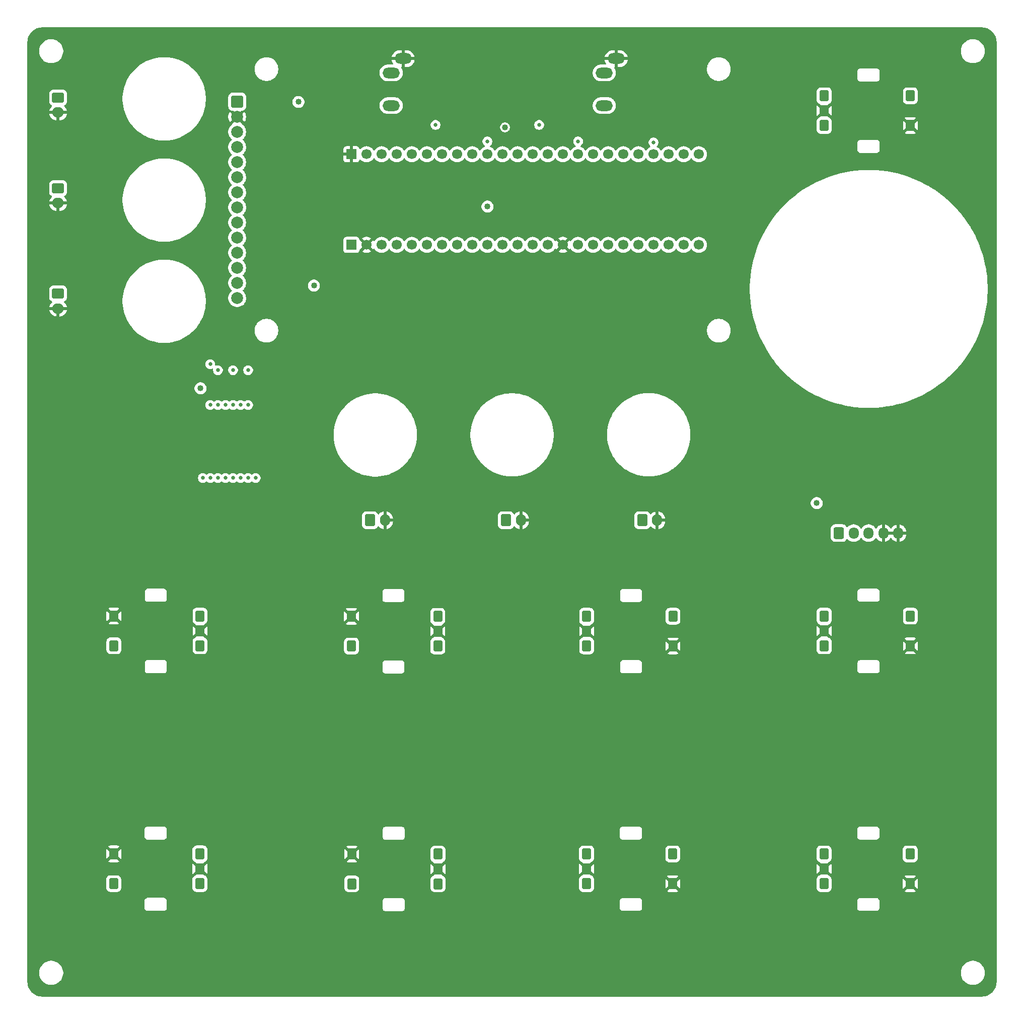
<source format=gbr>
%TF.GenerationSoftware,KiCad,Pcbnew,9.0.3*%
%TF.CreationDate,2025-09-04T08:55:29+02:00*%
%TF.ProjectId,midi_controller,6d696469-5f63-46f6-9e74-726f6c6c6572,rev?*%
%TF.SameCoordinates,Original*%
%TF.FileFunction,Copper,L2,Inr*%
%TF.FilePolarity,Positive*%
%FSLAX46Y46*%
G04 Gerber Fmt 4.6, Leading zero omitted, Abs format (unit mm)*
G04 Created by KiCad (PCBNEW 9.0.3) date 2025-09-04 08:55:29*
%MOMM*%
%LPD*%
G01*
G04 APERTURE LIST*
G04 Aperture macros list*
%AMRoundRect*
0 Rectangle with rounded corners*
0 $1 Rounding radius*
0 $2 $3 $4 $5 $6 $7 $8 $9 X,Y pos of 4 corners*
0 Add a 4 corners polygon primitive as box body*
4,1,4,$2,$3,$4,$5,$6,$7,$8,$9,$2,$3,0*
0 Add four circle primitives for the rounded corners*
1,1,$1+$1,$2,$3*
1,1,$1+$1,$4,$5*
1,1,$1+$1,$6,$7*
1,1,$1+$1,$8,$9*
0 Add four rect primitives between the rounded corners*
20,1,$1+$1,$2,$3,$4,$5,0*
20,1,$1+$1,$4,$5,$6,$7,0*
20,1,$1+$1,$6,$7,$8,$9,0*
20,1,$1+$1,$8,$9,$2,$3,0*%
G04 Aperture macros list end*
%TA.AperFunction,ComponentPad*%
%ADD10RoundRect,0.250000X-0.750000X0.750000X-0.750000X-0.750000X0.750000X-0.750000X0.750000X0.750000X0*%
%TD*%
%TA.AperFunction,ComponentPad*%
%ADD11C,2.000000*%
%TD*%
%TA.AperFunction,ComponentPad*%
%ADD12RoundRect,0.225000X0.525000X-0.675000X0.525000X0.675000X-0.525000X0.675000X-0.525000X-0.675000X0*%
%TD*%
%TA.AperFunction,ComponentPad*%
%ADD13RoundRect,0.225000X-0.525000X0.675000X-0.525000X-0.675000X0.525000X-0.675000X0.525000X0.675000X0*%
%TD*%
%TA.AperFunction,ComponentPad*%
%ADD14RoundRect,0.250000X-0.600000X-0.725000X0.600000X-0.725000X0.600000X0.725000X-0.600000X0.725000X0*%
%TD*%
%TA.AperFunction,ComponentPad*%
%ADD15O,1.700000X1.950000*%
%TD*%
%TA.AperFunction,ComponentPad*%
%ADD16RoundRect,0.250000X-0.600000X-0.750000X0.600000X-0.750000X0.600000X0.750000X-0.600000X0.750000X0*%
%TD*%
%TA.AperFunction,ComponentPad*%
%ADD17O,1.700000X2.000000*%
%TD*%
%TA.AperFunction,ComponentPad*%
%ADD18RoundRect,0.250000X-0.750000X0.600000X-0.750000X-0.600000X0.750000X-0.600000X0.750000X0.600000X0*%
%TD*%
%TA.AperFunction,ComponentPad*%
%ADD19O,2.000000X1.700000*%
%TD*%
%TA.AperFunction,ComponentPad*%
%ADD20R,1.700000X1.700000*%
%TD*%
%TA.AperFunction,ComponentPad*%
%ADD21C,1.700000*%
%TD*%
%TA.AperFunction,ComponentPad*%
%ADD22O,2.900000X1.800000*%
%TD*%
%TA.AperFunction,ViaPad*%
%ADD23C,0.640000*%
%TD*%
%TA.AperFunction,ViaPad*%
%ADD24C,1.016000*%
%TD*%
G04 APERTURE END LIST*
D10*
%TO.N,+5V*%
%TO.C,DISP1*%
X113779995Y-91000000D03*
D11*
%TO.N,GND*%
X113779995Y-93540000D03*
%TO.N,/CS*%
X113779995Y-96080000D03*
%TO.N,/RST*%
X113779995Y-98620000D03*
%TO.N,/DC*%
X113779995Y-101160000D03*
%TO.N,/MOSI*%
X113779995Y-103700000D03*
%TO.N,/SCK*%
X113779995Y-106240000D03*
%TO.N,/LED*%
X113779995Y-108780000D03*
%TO.N,/MISO*%
X113779995Y-111320000D03*
%TO.N,unconnected-(DISP1-T_CLK-Pad10)*%
X113779995Y-113860000D03*
%TO.N,unconnected-(DISP1-T_CS-Pad11)*%
X113779995Y-116400000D03*
%TO.N,unconnected-(DISP1-T_DIN-Pad12)*%
X113779995Y-118940000D03*
%TO.N,unconnected-(DISP1-T_DO-Pad13)*%
X113779995Y-121480000D03*
%TO.N,unconnected-(DISP1-T_IRQ-Pad14)*%
X113779995Y-124020000D03*
%TD*%
D12*
%TO.N,/MIDI_Encoder_Matrix_2x4_with_push_buttons/2x1_SW_A*%
%TO.C,ENC_MECH6*%
X93010013Y-222490018D03*
%TO.N,GND*%
X93010013Y-217490018D03*
%TO.N,/MIDI_Encoder_Matrix_2x4_with_push_buttons/2x1.QUAD_A*%
X107510013Y-222490018D03*
%TO.N,/MIDI_Encoder_Matrix_2x4_with_push_buttons/2x1.QUAD_B*%
X107510013Y-217490018D03*
%TO.N,GND*%
X107510013Y-219990018D03*
%TD*%
D13*
%TO.N,/MIDI_Encoder_Matrix_2x4_with_push_buttons/2x3_SW_A*%
%TO.C,ENC_MECH8*%
X187040013Y-217500018D03*
%TO.N,GND*%
X187040013Y-222500018D03*
%TO.N,/MIDI_Encoder_Matrix_2x4_with_push_buttons/2x3.QUAD_A*%
X172540013Y-217500018D03*
%TO.N,/MIDI_Encoder_Matrix_2x4_with_push_buttons/2x3.QUAD_B*%
X172540013Y-222500018D03*
%TO.N,GND*%
X172540013Y-220000018D03*
%TD*%
D12*
%TO.N,/MIDI_Encoder_Matrix_2x4_with_push_buttons/2x2_SW_A*%
%TO.C,ENC_MECH7*%
X133050013Y-222530018D03*
%TO.N,GND*%
X133050013Y-217530018D03*
%TO.N,/MIDI_Encoder_Matrix_2x4_with_push_buttons/2x2.QUAD_A*%
X147550013Y-222530018D03*
%TO.N,/MIDI_Encoder_Matrix_2x4_with_push_buttons/2x2.QUAD_B*%
X147550013Y-217530018D03*
%TO.N,GND*%
X147550013Y-220030018D03*
%TD*%
%TO.N,/MIDI_Encoder_Matrix_2x4_with_push_buttons/1x1_SW_A*%
%TO.C,ENC_MECH2*%
X93040013Y-182500018D03*
%TO.N,GND*%
X93040013Y-177500018D03*
%TO.N,/MIDI_Encoder_Matrix_2x4_with_push_buttons/1x1.QUAD_A*%
X107540013Y-182500018D03*
%TO.N,/MIDI_Encoder_Matrix_2x4_with_push_buttons/1x1.QUAD_B*%
X107540013Y-177500018D03*
%TO.N,GND*%
X107540013Y-180000018D03*
%TD*%
D13*
%TO.N,/NAV.SW*%
%TO.C,ENC_MECH1*%
X227000013Y-90000018D03*
%TO.N,GND*%
X227000013Y-95000018D03*
%TO.N,/NAV.QUAD_A*%
X212500013Y-90000018D03*
%TO.N,/NAV.QUAD_B*%
X212500013Y-95000018D03*
%TO.N,GND*%
X212500013Y-92500018D03*
%TD*%
%TO.N,/MIDI_Encoder_Matrix_2x4_with_push_buttons/2x4_SW_A*%
%TO.C,ENC_MECH9*%
X226970013Y-217500018D03*
%TO.N,GND*%
X226970013Y-222500018D03*
%TO.N,/MIDI_Encoder_Matrix_2x4_with_push_buttons/2x4.QUAD_A*%
X212470013Y-217500018D03*
%TO.N,/MIDI_Encoder_Matrix_2x4_with_push_buttons/2x4.QUAD_B*%
X212470013Y-222500018D03*
%TO.N,GND*%
X212470013Y-220000018D03*
%TD*%
%TO.N,/MIDI_Encoder_Matrix_2x4_with_push_buttons/1x3_SW_A*%
%TO.C,ENC_MECH4*%
X187060013Y-177530018D03*
%TO.N,GND*%
X187060013Y-182530018D03*
%TO.N,/MIDI_Encoder_Matrix_2x4_with_push_buttons/1x3.QUAD_A*%
X172560013Y-177530018D03*
%TO.N,/MIDI_Encoder_Matrix_2x4_with_push_buttons/1x3.QUAD_B*%
X172560013Y-182530018D03*
%TO.N,GND*%
X172560013Y-180030018D03*
%TD*%
%TO.N,/MIDI_Encoder_Matrix_2x4_with_push_buttons/1x4_SW_A*%
%TO.C,ENC_MECH5*%
X227000013Y-177510018D03*
%TO.N,GND*%
X227000013Y-182510018D03*
%TO.N,/MIDI_Encoder_Matrix_2x4_with_push_buttons/1x4.QUAD_A*%
X212500013Y-177510018D03*
%TO.N,/MIDI_Encoder_Matrix_2x4_with_push_buttons/1x4.QUAD_B*%
X212500013Y-182510018D03*
%TO.N,GND*%
X212500013Y-180010018D03*
%TD*%
D12*
%TO.N,/MIDI_Encoder_Matrix_2x4_with_push_buttons/1x2_SW_A*%
%TO.C,ENC_MECH3*%
X133010013Y-182540018D03*
%TO.N,GND*%
X133010013Y-177540018D03*
%TO.N,/MIDI_Encoder_Matrix_2x4_with_push_buttons/1x2.QUAD_A*%
X147510013Y-182540018D03*
%TO.N,/MIDI_Encoder_Matrix_2x4_with_push_buttons/1x2.QUAD_B*%
X147510013Y-177540018D03*
%TO.N,GND*%
X147510013Y-180040018D03*
%TD*%
D14*
%TO.N,Net-(J8-Pin_1)*%
%TO.C,J8*%
X214964004Y-163552085D03*
D15*
%TO.N,/OPT.QUAD_A*%
X217464004Y-163552085D03*
%TO.N,/OPT.QUAD_B*%
X219964004Y-163552085D03*
%TO.N,GND*%
X222464004Y-163552085D03*
X224964004Y-163552085D03*
%TD*%
D16*
%TO.N,/Buttons_Momentary/BUTTON_PUSH_MOM_05*%
%TO.C,J10*%
X159004004Y-161392085D03*
D17*
%TO.N,GND*%
X161504004Y-161392085D03*
%TD*%
D18*
%TO.N,/Buttons_Momentary/BUTTON_PUSH_MOM_02*%
%TO.C,J4*%
X83665046Y-105552085D03*
D19*
%TO.N,GND*%
X83665046Y-108052085D03*
%TD*%
D20*
%TO.N,GND*%
%TO.C,J3*%
X133000004Y-99842085D03*
D21*
%TO.N,/DC*%
X135540004Y-99842085D03*
%TO.N,/MISO*%
X138080004Y-99842085D03*
%TO.N,/S1*%
X140620004Y-99842085D03*
%TO.N,/S0*%
X143160004Y-99842085D03*
%TO.N,/COM*%
X145700004Y-99842085D03*
%TO.N,/S2*%
X148240004Y-99842085D03*
%TO.N,/S3*%
X150780004Y-99842085D03*
%TO.N,/Teensy_4.1/T7*%
X153320004Y-99842085D03*
%TO.N,/TX2*%
X155860004Y-99842085D03*
%TO.N,/Teensy_4.1/T9*%
X158400004Y-99842085D03*
%TO.N,/Teensy_4.1/T10*%
X160940004Y-99842085D03*
%TO.N,/Teensy_4.1/T11*%
X163480004Y-99842085D03*
%TO.N,/Teensy_4.1/T12*%
X166020004Y-99842085D03*
%TO.N,+3V3_B*%
X168560004Y-99842085D03*
%TO.N,/Teensy_4.1/T24*%
X171100004Y-99842085D03*
%TO.N,/RX6*%
X173640004Y-99842085D03*
%TO.N,/MOSI*%
X176180004Y-99842085D03*
%TO.N,/SCK*%
X178720004Y-99842085D03*
%TO.N,/CS*%
X181260004Y-99842085D03*
%TO.N,/RST*%
X183800004Y-99842085D03*
%TO.N,/NAV.QUAD_A*%
X186340004Y-99842085D03*
%TO.N,/NAV.QUAD_B*%
X188880004Y-99842085D03*
%TO.N,/NAV.SW*%
X191420004Y-99842085D03*
%TD*%
D16*
%TO.N,/Buttons_Momentary/BUTTON_PUSH_MOM_04*%
%TO.C,J9*%
X181904004Y-161392085D03*
D17*
%TO.N,GND*%
X184404004Y-161392085D03*
%TD*%
D22*
%TO.N,Net-(J1-PadR)*%
%TO.C,J1*%
X175515347Y-91653999D03*
%TO.N,GND*%
X177515347Y-83753999D03*
%TO.N,Net-(U2-C)*%
X175515347Y-86153999D03*
%TD*%
%TO.N,Net-(J2-PadR)*%
%TO.C,J2*%
X139685347Y-91653999D03*
%TO.N,GND*%
X141685347Y-83753999D03*
%TO.N,Net-(J2-PadT)*%
X139685347Y-86153999D03*
%TD*%
D20*
%TO.N,+5V*%
%TO.C,J6*%
X133000004Y-115082085D03*
D21*
%TO.N,GND*%
X135540004Y-115082085D03*
%TO.N,+3V3_A*%
X138080004Y-115082085D03*
%TO.N,/MIDI_Encoder_Matrix_2x4_with_push_buttons/1x1.QUAD_B*%
X140620004Y-115082085D03*
%TO.N,/MIDI_Encoder_Matrix_2x4_with_push_buttons/1x1.QUAD_A*%
X143160004Y-115082085D03*
%TO.N,/MIDI_Encoder_Matrix_2x4_with_push_buttons/2x1.QUAD_B*%
X145700004Y-115082085D03*
%TO.N,/MIDI_Encoder_Matrix_2x4_with_push_buttons/2x1.QUAD_A*%
X148240004Y-115082085D03*
%TO.N,/MIDI_Encoder_Matrix_2x4_with_push_buttons/1x2.QUAD_B*%
X150780004Y-115082085D03*
%TO.N,/MIDI_Encoder_Matrix_2x4_with_push_buttons/1x2.QUAD_A*%
X153320004Y-115082085D03*
%TO.N,/MIDI_Encoder_Matrix_2x4_with_push_buttons/2x2.QUAD_B*%
X155860004Y-115082085D03*
%TO.N,/MIDI_Encoder_Matrix_2x4_with_push_buttons/2x2.QUAD_A*%
X158400004Y-115082085D03*
%TO.N,/MIDI_Encoder_Matrix_2x4_with_push_buttons/2x3.QUAD_B*%
X160940004Y-115082085D03*
%TO.N,/MIDI_Encoder_Matrix_2x4_with_push_buttons/2x3.QUAD_A*%
X163480004Y-115082085D03*
%TO.N,/Teensy_4.1/T13*%
X166020004Y-115082085D03*
%TO.N,GND*%
X168560004Y-115082085D03*
%TO.N,/MIDI_Encoder_Matrix_2x4_with_push_buttons/1x3.QUAD_B*%
X171100004Y-115082085D03*
%TO.N,/MIDI_Encoder_Matrix_2x4_with_push_buttons/1x3.QUAD_A*%
X173640004Y-115082085D03*
%TO.N,/MIDI_Encoder_Matrix_2x4_with_push_buttons/2x4.QUAD_B*%
X176180004Y-115082085D03*
%TO.N,/MIDI_Encoder_Matrix_2x4_with_push_buttons/2x4.QUAD_A*%
X178720004Y-115082085D03*
%TO.N,/MIDI_Encoder_Matrix_2x4_with_push_buttons/1x4.QUAD_B*%
X181260004Y-115082085D03*
%TO.N,/MIDI_Encoder_Matrix_2x4_with_push_buttons/1x4.QUAD_A*%
X183800004Y-115082085D03*
%TO.N,/Teensy_4.1/T35*%
X186340004Y-115082085D03*
%TO.N,/OPT.QUAD_A*%
X188880004Y-115082085D03*
%TO.N,/OPT.QUAD_B*%
X191420004Y-115082085D03*
%TD*%
D16*
%TO.N,/Buttons_Momentary/BUTTON_PUSH_MOM_06*%
%TO.C,J11*%
X136144004Y-161392085D03*
D17*
%TO.N,GND*%
X138644004Y-161392085D03*
%TD*%
D18*
%TO.N,/Buttons_Momentary/BUTTON_PUSH_MOM_03*%
%TO.C,J7*%
X83665046Y-123282085D03*
D19*
%TO.N,GND*%
X83665046Y-125782085D03*
%TD*%
D18*
%TO.N,/Buttons_Momentary/BUTTON_PUSH_MOM_01*%
%TO.C,J5*%
X83665046Y-90312085D03*
D19*
%TO.N,GND*%
X83665046Y-92812085D03*
%TD*%
D23*
%TO.N,GND*%
X193885347Y-220123999D03*
X191285347Y-221023999D03*
X85785347Y-179823999D03*
X88285347Y-178823999D03*
X127985347Y-178823999D03*
X124185347Y-181023999D03*
X194785347Y-179223999D03*
X191285347Y-181323999D03*
X233585347Y-180123999D03*
X231285347Y-181123999D03*
X233685347Y-220123999D03*
X231285347Y-221123999D03*
X127885347Y-218923999D03*
X125485347Y-219823999D03*
X88185347Y-218823999D03*
X85985347Y-219823999D03*
X143963894Y-111013541D03*
X147085347Y-111523999D03*
X153833347Y-110235999D03*
X151685347Y-111323999D03*
X129885347Y-128523999D03*
X127985347Y-128123999D03*
X156485347Y-84023999D03*
X157085347Y-88323999D03*
X147785347Y-84023999D03*
X103285347Y-139223999D03*
X168085347Y-178823999D03*
X115185347Y-174823999D03*
X112685347Y-173923999D03*
X115185347Y-179923999D03*
X112685347Y-179023999D03*
X166536011Y-180921649D03*
X166585347Y-179023999D03*
X207585347Y-213923999D03*
X204985347Y-214923999D03*
X207585347Y-218923999D03*
X168085347Y-218923999D03*
X168085347Y-213923999D03*
X165485347Y-214723999D03*
X152285347Y-213923999D03*
X154785347Y-214923999D03*
X154685347Y-219923999D03*
X152385347Y-219023999D03*
X115185347Y-219923999D03*
X112485347Y-219023999D03*
X114185347Y-215923999D03*
X112585347Y-213923999D03*
X111669347Y-147319999D03*
X154444359Y-180027118D03*
X153498171Y-179038643D03*
X152285347Y-178923999D03*
X207685347Y-173923999D03*
X207785347Y-178923999D03*
X205985347Y-86323999D03*
X234085347Y-87223999D03*
X205985347Y-91323999D03*
X165685347Y-219923999D03*
X204885347Y-219823999D03*
X205085347Y-179823999D03*
X203085347Y-92223999D03*
D24*
%TO.N,+5V*%
X124087201Y-91040200D03*
X211237347Y-158495999D03*
X155865347Y-108625892D03*
D23*
%TO.N,GND*%
X103685347Y-141223999D03*
X129927961Y-119708156D03*
X112282575Y-136807710D03*
X152285347Y-173823999D03*
X157685347Y-83223999D03*
X168985347Y-91623999D03*
X155315347Y-95027766D03*
X203085347Y-87323999D03*
X133601929Y-125191828D03*
X118161275Y-139706489D03*
X119926432Y-89148606D03*
X204985347Y-174923999D03*
X185329347Y-105155999D03*
X231585347Y-86223999D03*
X146721347Y-106171999D03*
X108529686Y-140299660D03*
X166533347Y-175231227D03*
X120700004Y-154400000D03*
X150285347Y-111323999D03*
X117085347Y-93323999D03*
X140117347Y-106171999D03*
%TO.N,/MIDI_Encoder_Matrix_2x4_with_push_buttons/1x1_SW_A*%
X108000046Y-154279979D03*
%TO.N,/MIDI_Encoder_Matrix_2x4_with_push_buttons/1x2_SW_A*%
X111810046Y-154279979D03*
%TO.N,/MIDI_Encoder_Matrix_2x4_with_push_buttons/1x3_SW_A*%
X114350046Y-154279979D03*
%TO.N,/MIDI_Encoder_Matrix_2x4_with_push_buttons/1x4_SW_A*%
X116890046Y-154279979D03*
%TO.N,/MIDI_Encoder_Matrix_2x4_with_push_buttons/2x1_SW_A*%
X109270046Y-154279979D03*
%TO.N,/MIDI_Encoder_Matrix_2x4_with_push_buttons/2x2_SW_A*%
X110540046Y-154279979D03*
%TO.N,/MIDI_Encoder_Matrix_2x4_with_push_buttons/2x3_SW_A*%
X113080046Y-154279979D03*
%TO.N,/MIDI_Encoder_Matrix_2x4_with_push_buttons/2x4_SW_A*%
X115620046Y-154279979D03*
%TO.N,/Buttons_Momentary/BUTTON_PUSH_MOM_01*%
X109241445Y-142008334D03*
X109247298Y-135127999D03*
%TO.N,/Buttons_Momentary/BUTTON_PUSH_MOM_02*%
X110544220Y-141995625D03*
X110540004Y-136143999D03*
%TO.N,/Buttons_Momentary/BUTTON_PUSH_MOM_03*%
X111817096Y-142000513D03*
%TO.N,/Buttons_Momentary/BUTTON_PUSH_MOM_04*%
X113095586Y-141989733D03*
X113080804Y-136143999D03*
%TO.N,/Buttons_Momentary/BUTTON_PUSH_MOM_05*%
X114350121Y-141990085D03*
%TO.N,/Buttons_Momentary/BUTTON_PUSH_MOM_06*%
X115618740Y-136143999D03*
X115621248Y-141997554D03*
%TO.N,/RST*%
X183801653Y-97843669D03*
%TO.N,/RX6*%
X171115347Y-97673999D03*
X164565347Y-94903999D03*
%TO.N,/TX2*%
X155860004Y-97688656D03*
X147135347Y-94903999D03*
D24*
%TO.N,+3V3_A*%
X126686291Y-121919999D03*
X107605347Y-139191999D03*
%TO.N,+3V3_B*%
X158825347Y-95313999D03*
%TD*%
%TA.AperFunction,Conductor*%
%TO.N,GND*%
G36*
X224521374Y-163368742D02*
G01*
X224489004Y-163489550D01*
X224489004Y-163614620D01*
X224521374Y-163735428D01*
X224559858Y-163802085D01*
X222868150Y-163802085D01*
X222906634Y-163735428D01*
X222939004Y-163614620D01*
X222939004Y-163489550D01*
X222906634Y-163368742D01*
X222868150Y-163302085D01*
X224559858Y-163302085D01*
X224521374Y-163368742D01*
G37*
%TD.AperFunction*%
%TA.AperFunction,Conductor*%
G36*
X239003736Y-78500726D02*
G01*
X239293796Y-78518271D01*
X239308659Y-78520076D01*
X239590798Y-78571780D01*
X239605335Y-78575363D01*
X239879172Y-78660695D01*
X239893163Y-78666000D01*
X240154743Y-78783727D01*
X240167989Y-78790680D01*
X240413465Y-78939075D01*
X240425776Y-78947573D01*
X240651573Y-79124473D01*
X240662781Y-79134403D01*
X240865596Y-79337218D01*
X240875526Y-79348426D01*
X240995481Y-79501538D01*
X241052422Y-79574217D01*
X241060928Y-79586540D01*
X241209316Y-79832004D01*
X241216275Y-79845263D01*
X241333997Y-80106831D01*
X241339306Y-80120832D01*
X241424635Y-80394663D01*
X241428219Y-80409201D01*
X241479923Y-80691340D01*
X241481728Y-80706205D01*
X241499274Y-80996263D01*
X241499500Y-81003750D01*
X241499500Y-238996249D01*
X241499274Y-239003736D01*
X241481728Y-239293794D01*
X241479923Y-239308659D01*
X241428219Y-239590798D01*
X241424635Y-239605336D01*
X241339306Y-239879167D01*
X241333997Y-239893168D01*
X241216275Y-240154736D01*
X241209316Y-240167995D01*
X241060928Y-240413459D01*
X241052422Y-240425782D01*
X240875526Y-240651573D01*
X240865596Y-240662781D01*
X240662781Y-240865596D01*
X240651573Y-240875526D01*
X240425782Y-241052422D01*
X240413459Y-241060928D01*
X240167995Y-241209316D01*
X240154736Y-241216275D01*
X239893168Y-241333997D01*
X239879167Y-241339306D01*
X239605336Y-241424635D01*
X239590798Y-241428219D01*
X239308659Y-241479923D01*
X239293794Y-241481728D01*
X239003736Y-241499274D01*
X238996249Y-241499500D01*
X81003751Y-241499500D01*
X80996264Y-241499274D01*
X80706205Y-241481728D01*
X80691340Y-241479923D01*
X80409201Y-241428219D01*
X80394663Y-241424635D01*
X80120832Y-241339306D01*
X80106831Y-241333997D01*
X79845263Y-241216275D01*
X79832004Y-241209316D01*
X79586540Y-241060928D01*
X79574217Y-241052422D01*
X79348426Y-240875526D01*
X79337218Y-240865596D01*
X79134403Y-240662781D01*
X79124473Y-240651573D01*
X78947573Y-240425776D01*
X78939075Y-240413465D01*
X78790680Y-240167989D01*
X78783727Y-240154743D01*
X78666000Y-239893163D01*
X78660693Y-239879167D01*
X78575364Y-239605336D01*
X78571780Y-239590798D01*
X78520076Y-239308659D01*
X78518271Y-239293794D01*
X78500726Y-239003736D01*
X78500500Y-238996249D01*
X78500500Y-237367561D01*
X80479500Y-237367561D01*
X80479500Y-237632438D01*
X80501027Y-237795945D01*
X80514072Y-237895026D01*
X80536999Y-237980589D01*
X80582623Y-238150864D01*
X80683978Y-238395555D01*
X80683982Y-238395565D01*
X80816410Y-238624937D01*
X80977646Y-238835064D01*
X80977652Y-238835071D01*
X81164928Y-239022347D01*
X81164935Y-239022353D01*
X81375062Y-239183589D01*
X81604434Y-239316017D01*
X81604435Y-239316017D01*
X81604438Y-239316019D01*
X81767571Y-239383591D01*
X81849135Y-239417376D01*
X81849136Y-239417376D01*
X81849138Y-239417377D01*
X82104974Y-239485928D01*
X82367569Y-239520500D01*
X82367576Y-239520500D01*
X82632424Y-239520500D01*
X82632431Y-239520500D01*
X82895026Y-239485928D01*
X83150862Y-239417377D01*
X83395562Y-239316019D01*
X83624938Y-239183589D01*
X83835066Y-239022352D01*
X84022352Y-238835066D01*
X84183589Y-238624938D01*
X84316019Y-238395562D01*
X84417377Y-238150862D01*
X84485928Y-237895026D01*
X84520500Y-237632431D01*
X84520500Y-237367569D01*
X84520499Y-237367561D01*
X235479500Y-237367561D01*
X235479500Y-237632438D01*
X235501027Y-237795945D01*
X235514072Y-237895026D01*
X235536999Y-237980589D01*
X235582623Y-238150864D01*
X235683978Y-238395555D01*
X235683982Y-238395565D01*
X235816410Y-238624937D01*
X235977646Y-238835064D01*
X235977652Y-238835071D01*
X236164928Y-239022347D01*
X236164935Y-239022353D01*
X236375062Y-239183589D01*
X236604434Y-239316017D01*
X236604435Y-239316017D01*
X236604438Y-239316019D01*
X236767571Y-239383591D01*
X236849135Y-239417376D01*
X236849136Y-239417376D01*
X236849138Y-239417377D01*
X237104974Y-239485928D01*
X237367569Y-239520500D01*
X237367576Y-239520500D01*
X237632424Y-239520500D01*
X237632431Y-239520500D01*
X237895026Y-239485928D01*
X238150862Y-239417377D01*
X238395562Y-239316019D01*
X238624938Y-239183589D01*
X238835066Y-239022352D01*
X239022352Y-238835066D01*
X239183589Y-238624938D01*
X239316019Y-238395562D01*
X239417377Y-238150862D01*
X239485928Y-237895026D01*
X239520500Y-237632431D01*
X239520500Y-237367569D01*
X239485928Y-237104974D01*
X239417377Y-236849138D01*
X239316019Y-236604438D01*
X239313965Y-236600881D01*
X239183589Y-236375062D01*
X239022353Y-236164935D01*
X239022347Y-236164928D01*
X238835071Y-235977652D01*
X238835064Y-235977646D01*
X238624937Y-235816410D01*
X238395565Y-235683982D01*
X238395555Y-235683978D01*
X238150864Y-235582623D01*
X238022944Y-235548347D01*
X237895026Y-235514072D01*
X237836671Y-235506389D01*
X237632438Y-235479500D01*
X237632431Y-235479500D01*
X237367569Y-235479500D01*
X237367561Y-235479500D01*
X237134151Y-235510230D01*
X237104974Y-235514072D01*
X237041015Y-235531209D01*
X236849135Y-235582623D01*
X236604444Y-235683978D01*
X236604434Y-235683982D01*
X236375062Y-235816410D01*
X236164935Y-235977646D01*
X236164928Y-235977652D01*
X235977652Y-236164928D01*
X235977646Y-236164935D01*
X235816410Y-236375062D01*
X235683982Y-236604434D01*
X235683978Y-236604444D01*
X235582623Y-236849135D01*
X235514072Y-237104975D01*
X235479500Y-237367561D01*
X84520499Y-237367561D01*
X84485928Y-237104974D01*
X84417377Y-236849138D01*
X84316019Y-236604438D01*
X84313965Y-236600881D01*
X84183589Y-236375062D01*
X84022353Y-236164935D01*
X84022347Y-236164928D01*
X83835071Y-235977652D01*
X83835064Y-235977646D01*
X83624937Y-235816410D01*
X83395565Y-235683982D01*
X83395555Y-235683978D01*
X83150864Y-235582623D01*
X83022944Y-235548347D01*
X82895026Y-235514072D01*
X82836671Y-235506389D01*
X82632438Y-235479500D01*
X82632431Y-235479500D01*
X82367569Y-235479500D01*
X82367561Y-235479500D01*
X82134151Y-235510230D01*
X82104974Y-235514072D01*
X82041015Y-235531209D01*
X81849135Y-235582623D01*
X81604444Y-235683978D01*
X81604434Y-235683982D01*
X81375062Y-235816410D01*
X81164935Y-235977646D01*
X81164928Y-235977652D01*
X80977652Y-236164928D01*
X80977646Y-236164935D01*
X80816410Y-236375062D01*
X80683982Y-236604434D01*
X80683978Y-236604444D01*
X80582623Y-236849135D01*
X80514072Y-237104975D01*
X80479500Y-237367561D01*
X78500500Y-237367561D01*
X78500500Y-225324126D01*
X98209513Y-225324126D01*
X98209513Y-226655910D01*
X98220230Y-226695908D01*
X98243621Y-226783205D01*
X98276567Y-226840268D01*
X98309513Y-226897332D01*
X98402699Y-226990518D01*
X98516827Y-227056410D01*
X98644121Y-227090518D01*
X98644123Y-227090518D01*
X101475903Y-227090518D01*
X101475905Y-227090518D01*
X101603199Y-227056410D01*
X101717327Y-226990518D01*
X101810513Y-226897332D01*
X101876405Y-226783204D01*
X101910513Y-226655910D01*
X101910513Y-225364126D01*
X138249513Y-225364126D01*
X138249513Y-226695909D01*
X138283621Y-226823205D01*
X138316567Y-226880268D01*
X138349513Y-226937332D01*
X138442699Y-227030518D01*
X138556827Y-227096410D01*
X138684121Y-227130518D01*
X138684123Y-227130518D01*
X141515903Y-227130518D01*
X141515905Y-227130518D01*
X141643199Y-227096410D01*
X141757327Y-227030518D01*
X141850513Y-226937332D01*
X141916405Y-226823204D01*
X141950513Y-226695910D01*
X141950513Y-225364126D01*
X141942475Y-225334126D01*
X178139513Y-225334126D01*
X178139513Y-226534126D01*
X178139513Y-226665910D01*
X178156567Y-226729557D01*
X178173621Y-226793205D01*
X178190942Y-226823205D01*
X178239513Y-226907332D01*
X178332699Y-227000518D01*
X178446827Y-227066410D01*
X178574121Y-227100518D01*
X178574123Y-227100518D01*
X181405903Y-227100518D01*
X181405905Y-227100518D01*
X181533199Y-227066410D01*
X181647327Y-227000518D01*
X181740513Y-226907332D01*
X181806405Y-226793204D01*
X181840513Y-226665910D01*
X181840513Y-225334126D01*
X218069513Y-225334126D01*
X218069513Y-226534126D01*
X218069513Y-226665910D01*
X218086567Y-226729557D01*
X218103621Y-226793205D01*
X218120942Y-226823205D01*
X218169513Y-226907332D01*
X218262699Y-227000518D01*
X218376827Y-227066410D01*
X218504121Y-227100518D01*
X218504123Y-227100518D01*
X221335903Y-227100518D01*
X221335905Y-227100518D01*
X221463199Y-227066410D01*
X221577327Y-227000518D01*
X221670513Y-226907332D01*
X221736405Y-226793204D01*
X221770513Y-226665910D01*
X221770513Y-225334126D01*
X221736405Y-225206832D01*
X221730631Y-225196832D01*
X221727576Y-225191539D01*
X221670513Y-225092704D01*
X221577327Y-224999518D01*
X221515160Y-224963626D01*
X221463200Y-224933626D01*
X221399552Y-224916572D01*
X221335905Y-224899518D01*
X218635905Y-224899518D01*
X218504121Y-224899518D01*
X218376825Y-224933626D01*
X218262699Y-224999518D01*
X218262696Y-224999520D01*
X218169515Y-225092701D01*
X218169513Y-225092704D01*
X218103621Y-225206830D01*
X218072192Y-225324126D01*
X218069513Y-225334126D01*
X181840513Y-225334126D01*
X181806405Y-225206832D01*
X181800631Y-225196832D01*
X181797576Y-225191539D01*
X181740513Y-225092704D01*
X181647327Y-224999518D01*
X181585160Y-224963626D01*
X181533200Y-224933626D01*
X181469552Y-224916572D01*
X181405905Y-224899518D01*
X178705905Y-224899518D01*
X178574121Y-224899518D01*
X178446825Y-224933626D01*
X178332699Y-224999518D01*
X178332696Y-224999520D01*
X178239515Y-225092701D01*
X178239513Y-225092704D01*
X178173621Y-225206830D01*
X178142192Y-225324126D01*
X178139513Y-225334126D01*
X141942475Y-225334126D01*
X141916405Y-225236832D01*
X141850513Y-225122704D01*
X141757327Y-225029518D01*
X141688045Y-224989518D01*
X141643200Y-224963626D01*
X141531236Y-224933626D01*
X141515905Y-224929518D01*
X138815905Y-224929518D01*
X138684121Y-224929518D01*
X138556825Y-224963626D01*
X138442699Y-225029518D01*
X138442696Y-225029520D01*
X138349515Y-225122701D01*
X138349513Y-225122704D01*
X138283621Y-225236830D01*
X138249513Y-225364126D01*
X101910513Y-225364126D01*
X101910513Y-225324126D01*
X101876405Y-225196832D01*
X101810513Y-225082704D01*
X101717327Y-224989518D01*
X101660263Y-224956572D01*
X101603200Y-224923626D01*
X101539552Y-224906572D01*
X101475905Y-224889518D01*
X98775905Y-224889518D01*
X98644121Y-224889518D01*
X98516825Y-224923626D01*
X98402699Y-224989518D01*
X98402696Y-224989520D01*
X98309515Y-225082701D01*
X98309513Y-225082704D01*
X98243621Y-225196830D01*
X98232903Y-225236832D01*
X98209513Y-225324126D01*
X78500500Y-225324126D01*
X78500500Y-221766665D01*
X91759513Y-221766665D01*
X91759513Y-223213355D01*
X91759514Y-223213373D01*
X91769663Y-223312725D01*
X91769664Y-223312728D01*
X91823009Y-223473712D01*
X91823014Y-223473723D01*
X91912042Y-223618058D01*
X91912045Y-223618062D01*
X92031968Y-223737985D01*
X92031972Y-223737988D01*
X92176307Y-223827016D01*
X92176310Y-223827017D01*
X92176316Y-223827021D01*
X92337305Y-223880367D01*
X92436668Y-223890518D01*
X93583357Y-223890517D01*
X93583365Y-223890516D01*
X93583368Y-223890516D01*
X93637773Y-223884958D01*
X93682721Y-223880367D01*
X93843710Y-223827021D01*
X93988057Y-223737986D01*
X94107981Y-223618062D01*
X94197016Y-223473715D01*
X94250362Y-223312726D01*
X94260513Y-223213363D01*
X94260512Y-221766674D01*
X94251383Y-221677310D01*
X94250362Y-221667310D01*
X94250361Y-221667307D01*
X94210271Y-221546323D01*
X94197016Y-221506321D01*
X94197012Y-221506315D01*
X94197011Y-221506312D01*
X94107983Y-221361977D01*
X94107980Y-221361973D01*
X93988057Y-221242050D01*
X93988053Y-221242047D01*
X93843718Y-221153019D01*
X93843712Y-221153016D01*
X93843710Y-221153015D01*
X93835333Y-221150239D01*
X93682722Y-221099669D01*
X93583359Y-221089518D01*
X92436675Y-221089518D01*
X92436657Y-221089519D01*
X92337305Y-221099668D01*
X92337302Y-221099669D01*
X92176318Y-221153014D01*
X92176307Y-221153019D01*
X92031972Y-221242047D01*
X92031968Y-221242050D01*
X91912045Y-221361973D01*
X91912042Y-221361977D01*
X91823014Y-221506312D01*
X91823009Y-221506323D01*
X91769664Y-221667308D01*
X91759513Y-221766665D01*
X78500500Y-221766665D01*
X78500500Y-216766695D01*
X91760013Y-216766695D01*
X91760013Y-218213325D01*
X91760014Y-218213341D01*
X91770157Y-218312623D01*
X91786010Y-218360467D01*
X92567875Y-217578603D01*
X92590680Y-217663712D01*
X92649923Y-217766324D01*
X92733707Y-217850108D01*
X92836319Y-217909351D01*
X92921426Y-217932155D01*
X92084056Y-218769524D01*
X92084056Y-218769526D01*
X92176525Y-218826563D01*
X92337406Y-218879873D01*
X92436696Y-218890017D01*
X93583320Y-218890017D01*
X93583336Y-218890016D01*
X93682620Y-218879873D01*
X93843496Y-218826564D01*
X93935968Y-218769525D01*
X93935969Y-218769525D01*
X93098598Y-217932155D01*
X93183707Y-217909351D01*
X93286319Y-217850108D01*
X93370103Y-217766324D01*
X93429346Y-217663712D01*
X93452150Y-217578604D01*
X94234014Y-218360468D01*
X94249868Y-218312625D01*
X94249869Y-218312618D01*
X94260012Y-218213340D01*
X94260012Y-216766707D01*
X94260011Y-216766698D01*
X94260008Y-216766665D01*
X106259513Y-216766665D01*
X106259513Y-218213355D01*
X106259514Y-218213373D01*
X106269663Y-218312725D01*
X106269664Y-218312728D01*
X106323009Y-218473712D01*
X106323014Y-218473723D01*
X106412042Y-218618058D01*
X106412045Y-218618062D01*
X106531968Y-218737985D01*
X106531972Y-218737988D01*
X106583100Y-218769524D01*
X106676316Y-218827021D01*
X106684688Y-218829795D01*
X106733368Y-218859821D01*
X107421427Y-219547880D01*
X107336319Y-219570685D01*
X107233707Y-219629928D01*
X107149923Y-219713712D01*
X107090680Y-219816324D01*
X107067875Y-219901432D01*
X106286010Y-219119567D01*
X106270157Y-219167410D01*
X106270156Y-219167415D01*
X106260013Y-219266695D01*
X106260013Y-220713325D01*
X106260014Y-220713341D01*
X106270157Y-220812623D01*
X106286010Y-220860467D01*
X107067875Y-220078603D01*
X107090680Y-220163712D01*
X107149923Y-220266324D01*
X107233707Y-220350108D01*
X107336319Y-220409351D01*
X107421426Y-220432155D01*
X106733367Y-221120214D01*
X106684699Y-221150236D01*
X106676322Y-221153012D01*
X106676310Y-221153017D01*
X106531969Y-221242049D01*
X106412045Y-221361973D01*
X106412042Y-221361977D01*
X106323014Y-221506312D01*
X106323009Y-221506323D01*
X106269664Y-221667308D01*
X106259513Y-221766665D01*
X106259513Y-223213355D01*
X106259514Y-223213373D01*
X106269663Y-223312725D01*
X106269664Y-223312728D01*
X106323009Y-223473712D01*
X106323014Y-223473723D01*
X106412042Y-223618058D01*
X106412045Y-223618062D01*
X106531968Y-223737985D01*
X106531972Y-223737988D01*
X106676307Y-223827016D01*
X106676310Y-223827017D01*
X106676316Y-223827021D01*
X106837305Y-223880367D01*
X106936668Y-223890518D01*
X108083357Y-223890517D01*
X108083365Y-223890516D01*
X108083368Y-223890516D01*
X108137773Y-223884958D01*
X108182721Y-223880367D01*
X108343710Y-223827021D01*
X108488057Y-223737986D01*
X108607981Y-223618062D01*
X108697016Y-223473715D01*
X108750362Y-223312726D01*
X108760513Y-223213363D01*
X108760512Y-221806665D01*
X131799513Y-221806665D01*
X131799513Y-223253355D01*
X131799514Y-223253373D01*
X131809663Y-223352725D01*
X131809664Y-223352728D01*
X131863009Y-223513712D01*
X131863014Y-223513723D01*
X131952042Y-223658058D01*
X131952045Y-223658062D01*
X132071968Y-223777985D01*
X132071972Y-223777988D01*
X132216307Y-223867016D01*
X132216310Y-223867017D01*
X132216316Y-223867021D01*
X132377305Y-223920367D01*
X132476668Y-223930518D01*
X133623357Y-223930517D01*
X133623365Y-223930516D01*
X133623368Y-223930516D01*
X133677773Y-223924958D01*
X133722721Y-223920367D01*
X133883710Y-223867021D01*
X134028057Y-223777986D01*
X134147981Y-223658062D01*
X134237016Y-223513715D01*
X134290362Y-223352726D01*
X134300513Y-223253363D01*
X134300512Y-221806674D01*
X134298412Y-221786119D01*
X134290362Y-221707310D01*
X134290361Y-221707307D01*
X134277106Y-221667307D01*
X134237016Y-221546321D01*
X134237012Y-221546315D01*
X134237011Y-221546312D01*
X134147983Y-221401977D01*
X134147980Y-221401973D01*
X134028057Y-221282050D01*
X134028053Y-221282047D01*
X133883718Y-221193019D01*
X133883712Y-221193016D01*
X133883710Y-221193015D01*
X133875333Y-221190239D01*
X133722722Y-221139669D01*
X133623359Y-221129518D01*
X132476675Y-221129518D01*
X132476657Y-221129519D01*
X132377305Y-221139668D01*
X132377302Y-221139669D01*
X132216318Y-221193014D01*
X132216307Y-221193019D01*
X132071972Y-221282047D01*
X132071968Y-221282050D01*
X131952045Y-221401973D01*
X131952042Y-221401977D01*
X131863014Y-221546312D01*
X131863009Y-221546323D01*
X131809664Y-221707308D01*
X131799513Y-221806665D01*
X108760512Y-221806665D01*
X108760512Y-221766674D01*
X108751383Y-221677310D01*
X108750362Y-221667310D01*
X108750361Y-221667307D01*
X108710271Y-221546323D01*
X108697016Y-221506321D01*
X108697012Y-221506315D01*
X108697011Y-221506312D01*
X108607983Y-221361977D01*
X108607980Y-221361973D01*
X108488057Y-221242050D01*
X108488053Y-221242047D01*
X108343718Y-221153019D01*
X108343713Y-221153017D01*
X108343710Y-221153015D01*
X108335333Y-221150239D01*
X108286658Y-221120215D01*
X107598598Y-220432155D01*
X107683707Y-220409351D01*
X107786319Y-220350108D01*
X107870103Y-220266324D01*
X107929346Y-220163712D01*
X107952150Y-220078604D01*
X108734014Y-220860468D01*
X108749868Y-220812625D01*
X108749869Y-220812618D01*
X108760012Y-220713340D01*
X108760012Y-219266710D01*
X108760011Y-219266694D01*
X108749868Y-219167409D01*
X108734015Y-219119566D01*
X108734014Y-219119566D01*
X107952150Y-219901431D01*
X107929346Y-219816324D01*
X107870103Y-219713712D01*
X107786319Y-219629928D01*
X107683707Y-219570685D01*
X107598599Y-219547880D01*
X108286656Y-218859821D01*
X108335333Y-218829796D01*
X108343710Y-218827021D01*
X108488057Y-218737986D01*
X108607981Y-218618062D01*
X108697016Y-218473715D01*
X108750362Y-218312726D01*
X108760513Y-218213363D01*
X108760512Y-216806695D01*
X131800013Y-216806695D01*
X131800013Y-218253325D01*
X131800014Y-218253341D01*
X131810157Y-218352623D01*
X131826010Y-218400467D01*
X132607875Y-217618603D01*
X132630680Y-217703712D01*
X132689923Y-217806324D01*
X132773707Y-217890108D01*
X132876319Y-217949351D01*
X132961426Y-217972155D01*
X132124056Y-218809524D01*
X132124056Y-218809526D01*
X132216525Y-218866563D01*
X132377406Y-218919873D01*
X132476696Y-218930017D01*
X133623320Y-218930017D01*
X133623336Y-218930016D01*
X133722620Y-218919873D01*
X133883496Y-218866564D01*
X133975968Y-218809525D01*
X133975969Y-218809525D01*
X133138598Y-217972155D01*
X133223707Y-217949351D01*
X133326319Y-217890108D01*
X133410103Y-217806324D01*
X133469346Y-217703712D01*
X133492150Y-217618604D01*
X134274014Y-218400468D01*
X134289868Y-218352625D01*
X134289869Y-218352618D01*
X134300012Y-218253340D01*
X134300012Y-216806707D01*
X134300011Y-216806698D01*
X134300008Y-216806665D01*
X146299513Y-216806665D01*
X146299513Y-218253355D01*
X146299514Y-218253373D01*
X146309663Y-218352725D01*
X146309664Y-218352728D01*
X146363009Y-218513712D01*
X146363014Y-218513723D01*
X146452042Y-218658058D01*
X146452045Y-218658062D01*
X146571969Y-218777986D01*
X146716316Y-218867021D01*
X146724688Y-218869795D01*
X146773368Y-218899821D01*
X147461427Y-219587880D01*
X147376319Y-219610685D01*
X147273707Y-219669928D01*
X147189923Y-219753712D01*
X147130680Y-219856324D01*
X147107875Y-219941432D01*
X146326010Y-219159567D01*
X146310157Y-219207410D01*
X146310156Y-219207415D01*
X146300013Y-219306695D01*
X146300013Y-220753325D01*
X146300014Y-220753341D01*
X146310157Y-220852623D01*
X146326010Y-220900467D01*
X147107875Y-220118603D01*
X147130680Y-220203712D01*
X147189923Y-220306324D01*
X147273707Y-220390108D01*
X147376319Y-220449351D01*
X147461426Y-220472155D01*
X146773367Y-221160214D01*
X146724699Y-221190236D01*
X146716322Y-221193012D01*
X146716310Y-221193017D01*
X146571969Y-221282049D01*
X146452045Y-221401973D01*
X146452042Y-221401977D01*
X146363014Y-221546312D01*
X146363009Y-221546323D01*
X146309664Y-221707308D01*
X146299513Y-221806665D01*
X146299513Y-223253355D01*
X146299514Y-223253373D01*
X146309663Y-223352725D01*
X146309664Y-223352728D01*
X146363009Y-223513712D01*
X146363014Y-223513723D01*
X146452042Y-223658058D01*
X146452045Y-223658062D01*
X146571968Y-223777985D01*
X146571972Y-223777988D01*
X146716307Y-223867016D01*
X146716310Y-223867017D01*
X146716316Y-223867021D01*
X146877305Y-223920367D01*
X146976668Y-223930518D01*
X148123357Y-223930517D01*
X148123365Y-223930516D01*
X148123368Y-223930516D01*
X148177773Y-223924958D01*
X148222721Y-223920367D01*
X148383710Y-223867021D01*
X148528057Y-223777986D01*
X148647981Y-223658062D01*
X148737016Y-223513715D01*
X148790362Y-223352726D01*
X148800513Y-223253363D01*
X148800512Y-221806674D01*
X148790362Y-221707310D01*
X148737016Y-221546321D01*
X148737012Y-221546315D01*
X148737011Y-221546312D01*
X148647983Y-221401977D01*
X148647980Y-221401973D01*
X148528057Y-221282050D01*
X148528053Y-221282047D01*
X148383718Y-221193019D01*
X148383713Y-221193017D01*
X148383710Y-221193015D01*
X148375333Y-221190239D01*
X148326658Y-221160215D01*
X147638598Y-220472155D01*
X147723707Y-220449351D01*
X147826319Y-220390108D01*
X147910103Y-220306324D01*
X147969346Y-220203712D01*
X147992150Y-220118604D01*
X148774014Y-220900468D01*
X148789868Y-220852625D01*
X148789869Y-220852618D01*
X148800012Y-220753340D01*
X148800012Y-219306710D01*
X148800011Y-219306697D01*
X148797912Y-219286149D01*
X148797912Y-219286147D01*
X148789868Y-219207409D01*
X148774015Y-219159566D01*
X148774014Y-219159566D01*
X147992150Y-219941431D01*
X147969346Y-219856324D01*
X147910103Y-219753712D01*
X147826319Y-219669928D01*
X147723707Y-219610685D01*
X147638599Y-219587880D01*
X148326656Y-218899821D01*
X148375333Y-218869796D01*
X148383710Y-218867021D01*
X148528057Y-218777986D01*
X148647981Y-218658062D01*
X148737016Y-218513715D01*
X148790362Y-218352726D01*
X148800513Y-218253363D01*
X148800512Y-216806674D01*
X148797447Y-216776665D01*
X171289513Y-216776665D01*
X171289513Y-218223355D01*
X171289514Y-218223373D01*
X171299663Y-218322725D01*
X171299664Y-218322728D01*
X171353009Y-218483712D01*
X171353014Y-218483723D01*
X171442042Y-218628058D01*
X171442045Y-218628062D01*
X171561968Y-218747985D01*
X171561972Y-218747988D01*
X171610606Y-218777986D01*
X171706316Y-218837021D01*
X171714688Y-218839795D01*
X171763368Y-218869821D01*
X172451427Y-219557880D01*
X172366319Y-219580685D01*
X172263707Y-219639928D01*
X172179923Y-219723712D01*
X172120680Y-219826324D01*
X172097875Y-219911431D01*
X171316010Y-219129567D01*
X171300157Y-219177410D01*
X171300156Y-219177415D01*
X171290013Y-219276695D01*
X171290013Y-220723325D01*
X171290014Y-220723341D01*
X171300157Y-220822623D01*
X171316010Y-220870467D01*
X172097875Y-220088603D01*
X172120680Y-220173712D01*
X172179923Y-220276324D01*
X172263707Y-220360108D01*
X172366319Y-220419351D01*
X172451426Y-220442155D01*
X171763367Y-221130214D01*
X171714699Y-221160236D01*
X171706322Y-221163012D01*
X171706310Y-221163017D01*
X171561969Y-221252049D01*
X171442045Y-221371973D01*
X171442042Y-221371977D01*
X171353014Y-221516312D01*
X171353009Y-221516323D01*
X171299664Y-221677308D01*
X171289513Y-221776665D01*
X171289513Y-223223355D01*
X171289514Y-223223373D01*
X171299663Y-223322725D01*
X171299664Y-223322728D01*
X171353009Y-223483712D01*
X171353014Y-223483723D01*
X171442042Y-223628058D01*
X171442045Y-223628062D01*
X171561968Y-223747985D01*
X171561972Y-223747988D01*
X171706307Y-223837016D01*
X171706310Y-223837017D01*
X171706316Y-223837021D01*
X171867305Y-223890367D01*
X171966668Y-223900518D01*
X173113357Y-223900517D01*
X173113365Y-223900516D01*
X173113368Y-223900516D01*
X173167773Y-223894958D01*
X173212721Y-223890367D01*
X173373710Y-223837021D01*
X173518057Y-223747986D01*
X173637981Y-223628062D01*
X173727016Y-223483715D01*
X173780362Y-223322726D01*
X173790513Y-223223363D01*
X173790512Y-221776695D01*
X185790013Y-221776695D01*
X185790013Y-223223325D01*
X185790014Y-223223341D01*
X185800157Y-223322623D01*
X185816010Y-223370467D01*
X186597875Y-222588603D01*
X186620680Y-222673712D01*
X186679923Y-222776324D01*
X186763707Y-222860108D01*
X186866319Y-222919351D01*
X186951426Y-222942155D01*
X186114056Y-223779524D01*
X186114056Y-223779526D01*
X186206525Y-223836563D01*
X186367406Y-223889873D01*
X186466696Y-223900017D01*
X187613320Y-223900017D01*
X187613336Y-223900016D01*
X187712620Y-223889873D01*
X187873496Y-223836564D01*
X187965968Y-223779525D01*
X187965969Y-223779525D01*
X187128598Y-222942155D01*
X187213707Y-222919351D01*
X187316319Y-222860108D01*
X187400103Y-222776324D01*
X187459346Y-222673712D01*
X187482150Y-222588603D01*
X188264014Y-223370468D01*
X188279868Y-223322625D01*
X188279869Y-223322618D01*
X188290012Y-223223340D01*
X188290012Y-221776707D01*
X188290011Y-221776698D01*
X188279868Y-221677409D01*
X188264015Y-221629566D01*
X188264014Y-221629566D01*
X187482150Y-222411431D01*
X187459346Y-222326324D01*
X187400103Y-222223712D01*
X187316319Y-222139928D01*
X187213707Y-222080685D01*
X187128599Y-222057880D01*
X187965968Y-221220510D01*
X187965968Y-221220509D01*
X187873501Y-221163473D01*
X187873494Y-221163470D01*
X187712619Y-221110162D01*
X187613329Y-221100018D01*
X186466705Y-221100018D01*
X186466689Y-221100019D01*
X186367405Y-221110162D01*
X186206531Y-221163470D01*
X186206526Y-221163472D01*
X186114056Y-221220509D01*
X186951427Y-222057880D01*
X186866319Y-222080685D01*
X186763707Y-222139928D01*
X186679923Y-222223712D01*
X186620680Y-222326324D01*
X186597875Y-222411432D01*
X185816010Y-221629567D01*
X185800157Y-221677410D01*
X185800156Y-221677415D01*
X185790013Y-221776695D01*
X173790512Y-221776695D01*
X173790512Y-221776674D01*
X173789490Y-221766673D01*
X173780362Y-221677310D01*
X173780361Y-221677307D01*
X173777047Y-221667307D01*
X173727016Y-221516321D01*
X173727012Y-221516315D01*
X173727011Y-221516312D01*
X173637983Y-221371977D01*
X173637980Y-221371973D01*
X173518057Y-221252050D01*
X173518053Y-221252047D01*
X173373718Y-221163019D01*
X173373713Y-221163017D01*
X173373710Y-221163015D01*
X173365333Y-221160239D01*
X173316658Y-221130215D01*
X172628598Y-220442155D01*
X172713707Y-220419351D01*
X172816319Y-220360108D01*
X172900103Y-220276324D01*
X172959346Y-220173712D01*
X172982150Y-220088604D01*
X173764014Y-220870468D01*
X173779868Y-220822625D01*
X173779869Y-220822618D01*
X173790012Y-220723340D01*
X173790012Y-219276711D01*
X173790011Y-219276694D01*
X173779868Y-219177409D01*
X173764015Y-219129566D01*
X173764014Y-219129566D01*
X172982150Y-219911431D01*
X172959346Y-219826324D01*
X172900103Y-219723712D01*
X172816319Y-219639928D01*
X172713707Y-219580685D01*
X172628599Y-219557880D01*
X173316656Y-218869821D01*
X173365333Y-218839796D01*
X173373710Y-218837021D01*
X173518057Y-218747986D01*
X173637981Y-218628062D01*
X173727016Y-218483715D01*
X173780362Y-218322726D01*
X173790513Y-218223363D01*
X173790512Y-216776674D01*
X173790511Y-216776665D01*
X185789513Y-216776665D01*
X185789513Y-218223355D01*
X185789514Y-218223373D01*
X185799663Y-218322725D01*
X185799664Y-218322728D01*
X185853009Y-218483712D01*
X185853014Y-218483723D01*
X185942042Y-218628058D01*
X185942045Y-218628062D01*
X186061968Y-218747985D01*
X186061972Y-218747988D01*
X186206307Y-218837016D01*
X186206310Y-218837017D01*
X186206316Y-218837021D01*
X186367305Y-218890367D01*
X186466668Y-218900518D01*
X187613357Y-218900517D01*
X187613365Y-218900516D01*
X187613368Y-218900516D01*
X187667773Y-218894958D01*
X187712721Y-218890367D01*
X187873710Y-218837021D01*
X188018057Y-218747986D01*
X188137981Y-218628062D01*
X188227016Y-218483715D01*
X188280362Y-218322726D01*
X188290513Y-218223363D01*
X188290512Y-216776674D01*
X188290511Y-216776665D01*
X211219513Y-216776665D01*
X211219513Y-218223355D01*
X211219514Y-218223373D01*
X211229663Y-218322725D01*
X211229664Y-218322728D01*
X211283009Y-218483712D01*
X211283014Y-218483723D01*
X211372042Y-218628058D01*
X211372045Y-218628062D01*
X211491968Y-218747985D01*
X211491972Y-218747988D01*
X211540606Y-218777986D01*
X211636316Y-218837021D01*
X211644688Y-218839795D01*
X211693368Y-218869821D01*
X212381427Y-219557880D01*
X212296319Y-219580685D01*
X212193707Y-219639928D01*
X212109923Y-219723712D01*
X212050680Y-219826324D01*
X212027875Y-219911431D01*
X211246010Y-219129567D01*
X211230157Y-219177410D01*
X211230156Y-219177415D01*
X211220013Y-219276695D01*
X211220013Y-220723325D01*
X211220014Y-220723341D01*
X211230157Y-220822623D01*
X211246010Y-220870467D01*
X212027875Y-220088603D01*
X212050680Y-220173712D01*
X212109923Y-220276324D01*
X212193707Y-220360108D01*
X212296319Y-220419351D01*
X212381426Y-220442155D01*
X211693367Y-221130214D01*
X211644699Y-221160236D01*
X211636322Y-221163012D01*
X211636310Y-221163017D01*
X211491969Y-221252049D01*
X211372045Y-221371973D01*
X211372042Y-221371977D01*
X211283014Y-221516312D01*
X211283009Y-221516323D01*
X211229664Y-221677308D01*
X211219513Y-221776665D01*
X211219513Y-223223355D01*
X211219514Y-223223373D01*
X211229663Y-223322725D01*
X211229664Y-223322728D01*
X211283009Y-223483712D01*
X211283014Y-223483723D01*
X211372042Y-223628058D01*
X211372045Y-223628062D01*
X211491968Y-223747985D01*
X211491972Y-223747988D01*
X211636307Y-223837016D01*
X211636310Y-223837017D01*
X211636316Y-223837021D01*
X211797305Y-223890367D01*
X211896668Y-223900518D01*
X213043357Y-223900517D01*
X213043365Y-223900516D01*
X213043368Y-223900516D01*
X213097773Y-223894958D01*
X213142721Y-223890367D01*
X213303710Y-223837021D01*
X213448057Y-223747986D01*
X213567981Y-223628062D01*
X213657016Y-223483715D01*
X213710362Y-223322726D01*
X213720513Y-223223363D01*
X213720512Y-221776695D01*
X225720013Y-221776695D01*
X225720013Y-223223325D01*
X225720014Y-223223341D01*
X225730157Y-223322623D01*
X225746010Y-223370467D01*
X226527875Y-222588603D01*
X226550680Y-222673712D01*
X226609923Y-222776324D01*
X226693707Y-222860108D01*
X226796319Y-222919351D01*
X226881426Y-222942155D01*
X226044056Y-223779524D01*
X226044056Y-223779526D01*
X226136525Y-223836563D01*
X226297406Y-223889873D01*
X226396696Y-223900017D01*
X227543320Y-223900017D01*
X227543336Y-223900016D01*
X227642620Y-223889873D01*
X227803496Y-223836564D01*
X227895968Y-223779525D01*
X227895969Y-223779525D01*
X227058598Y-222942155D01*
X227143707Y-222919351D01*
X227246319Y-222860108D01*
X227330103Y-222776324D01*
X227389346Y-222673712D01*
X227412150Y-222588603D01*
X228194014Y-223370468D01*
X228209868Y-223322625D01*
X228209869Y-223322618D01*
X228220012Y-223223340D01*
X228220012Y-221776710D01*
X228220011Y-221776694D01*
X228209868Y-221677409D01*
X228194015Y-221629566D01*
X228194014Y-221629566D01*
X227412150Y-222411431D01*
X227389346Y-222326324D01*
X227330103Y-222223712D01*
X227246319Y-222139928D01*
X227143707Y-222080685D01*
X227058599Y-222057880D01*
X227895968Y-221220510D01*
X227895968Y-221220509D01*
X227803501Y-221163473D01*
X227803494Y-221163470D01*
X227642619Y-221110162D01*
X227543329Y-221100018D01*
X226396705Y-221100018D01*
X226396689Y-221100019D01*
X226297405Y-221110162D01*
X226136531Y-221163470D01*
X226136526Y-221163472D01*
X226044056Y-221220509D01*
X226881427Y-222057880D01*
X226796319Y-222080685D01*
X226693707Y-222139928D01*
X226609923Y-222223712D01*
X226550680Y-222326324D01*
X226527875Y-222411432D01*
X225746010Y-221629567D01*
X225730157Y-221677410D01*
X225730156Y-221677415D01*
X225720013Y-221776695D01*
X213720512Y-221776695D01*
X213720512Y-221776674D01*
X213719490Y-221766673D01*
X213710362Y-221677310D01*
X213710361Y-221677307D01*
X213707047Y-221667307D01*
X213657016Y-221516321D01*
X213657012Y-221516315D01*
X213657011Y-221516312D01*
X213567983Y-221371977D01*
X213567980Y-221371973D01*
X213448057Y-221252050D01*
X213448053Y-221252047D01*
X213303718Y-221163019D01*
X213303713Y-221163017D01*
X213303710Y-221163015D01*
X213295333Y-221160239D01*
X213246658Y-221130215D01*
X212558598Y-220442155D01*
X212643707Y-220419351D01*
X212746319Y-220360108D01*
X212830103Y-220276324D01*
X212889346Y-220173712D01*
X212912150Y-220088603D01*
X213694014Y-220870468D01*
X213709868Y-220822625D01*
X213709869Y-220822618D01*
X213720012Y-220723340D01*
X213720012Y-219276710D01*
X213720011Y-219276694D01*
X213709868Y-219177409D01*
X213694015Y-219129566D01*
X213694014Y-219129566D01*
X212912150Y-219911431D01*
X212889346Y-219826324D01*
X212830103Y-219723712D01*
X212746319Y-219639928D01*
X212643707Y-219580685D01*
X212558599Y-219557880D01*
X213246656Y-218869821D01*
X213295333Y-218839796D01*
X213303710Y-218837021D01*
X213448057Y-218747986D01*
X213567981Y-218628062D01*
X213657016Y-218483715D01*
X213710362Y-218322726D01*
X213720513Y-218223363D01*
X213720512Y-216776674D01*
X213720511Y-216776665D01*
X225719513Y-216776665D01*
X225719513Y-218223355D01*
X225719514Y-218223373D01*
X225729663Y-218322725D01*
X225729664Y-218322728D01*
X225783009Y-218483712D01*
X225783014Y-218483723D01*
X225872042Y-218628058D01*
X225872045Y-218628062D01*
X225991968Y-218747985D01*
X225991972Y-218747988D01*
X226136307Y-218837016D01*
X226136310Y-218837017D01*
X226136316Y-218837021D01*
X226297305Y-218890367D01*
X226396668Y-218900518D01*
X227543357Y-218900517D01*
X227543365Y-218900516D01*
X227543368Y-218900516D01*
X227597773Y-218894958D01*
X227642721Y-218890367D01*
X227803710Y-218837021D01*
X227948057Y-218747986D01*
X228067981Y-218628062D01*
X228157016Y-218483715D01*
X228210362Y-218322726D01*
X228220513Y-218223363D01*
X228220512Y-216776674D01*
X228219490Y-216766673D01*
X228210362Y-216677310D01*
X228210361Y-216677307D01*
X228191228Y-216619567D01*
X228157016Y-216516321D01*
X228157012Y-216516315D01*
X228157011Y-216516312D01*
X228067983Y-216371977D01*
X228067980Y-216371973D01*
X227948057Y-216252050D01*
X227948053Y-216252047D01*
X227803718Y-216163019D01*
X227803712Y-216163016D01*
X227803710Y-216163015D01*
X227704131Y-216130018D01*
X227642722Y-216109669D01*
X227543359Y-216099518D01*
X226396675Y-216099518D01*
X226396657Y-216099519D01*
X226297305Y-216109668D01*
X226297302Y-216109669D01*
X226136318Y-216163014D01*
X226136307Y-216163019D01*
X225991972Y-216252047D01*
X225991968Y-216252050D01*
X225872045Y-216371973D01*
X225872042Y-216371977D01*
X225783014Y-216516312D01*
X225783009Y-216516323D01*
X225729664Y-216677308D01*
X225719513Y-216776665D01*
X213720511Y-216776665D01*
X213719490Y-216766673D01*
X213710362Y-216677310D01*
X213710361Y-216677307D01*
X213691228Y-216619567D01*
X213657016Y-216516321D01*
X213657012Y-216516315D01*
X213657011Y-216516312D01*
X213567983Y-216371977D01*
X213567980Y-216371973D01*
X213448057Y-216252050D01*
X213448053Y-216252047D01*
X213303718Y-216163019D01*
X213303712Y-216163016D01*
X213303710Y-216163015D01*
X213204131Y-216130018D01*
X213142722Y-216109669D01*
X213043359Y-216099518D01*
X211896675Y-216099518D01*
X211896657Y-216099519D01*
X211797305Y-216109668D01*
X211797302Y-216109669D01*
X211636318Y-216163014D01*
X211636307Y-216163019D01*
X211491972Y-216252047D01*
X211491968Y-216252050D01*
X211372045Y-216371973D01*
X211372042Y-216371977D01*
X211283014Y-216516312D01*
X211283009Y-216516323D01*
X211229664Y-216677308D01*
X211219513Y-216776665D01*
X188290511Y-216776665D01*
X188289490Y-216766673D01*
X188280362Y-216677310D01*
X188280361Y-216677307D01*
X188261228Y-216619567D01*
X188227016Y-216516321D01*
X188227012Y-216516315D01*
X188227011Y-216516312D01*
X188137983Y-216371977D01*
X188137980Y-216371973D01*
X188018057Y-216252050D01*
X188018053Y-216252047D01*
X187873718Y-216163019D01*
X187873712Y-216163016D01*
X187873710Y-216163015D01*
X187774131Y-216130018D01*
X187712722Y-216109669D01*
X187613359Y-216099518D01*
X186466675Y-216099518D01*
X186466657Y-216099519D01*
X186367305Y-216109668D01*
X186367302Y-216109669D01*
X186206318Y-216163014D01*
X186206307Y-216163019D01*
X186061972Y-216252047D01*
X186061968Y-216252050D01*
X185942045Y-216371973D01*
X185942042Y-216371977D01*
X185853014Y-216516312D01*
X185853009Y-216516323D01*
X185799664Y-216677308D01*
X185789513Y-216776665D01*
X173790511Y-216776665D01*
X173789490Y-216766673D01*
X173780362Y-216677310D01*
X173780361Y-216677307D01*
X173761228Y-216619567D01*
X173727016Y-216516321D01*
X173727012Y-216516315D01*
X173727011Y-216516312D01*
X173637983Y-216371977D01*
X173637980Y-216371973D01*
X173518057Y-216252050D01*
X173518053Y-216252047D01*
X173373718Y-216163019D01*
X173373712Y-216163016D01*
X173373710Y-216163015D01*
X173274131Y-216130018D01*
X173212722Y-216109669D01*
X173113359Y-216099518D01*
X171966675Y-216099518D01*
X171966657Y-216099519D01*
X171867305Y-216109668D01*
X171867302Y-216109669D01*
X171706318Y-216163014D01*
X171706307Y-216163019D01*
X171561972Y-216252047D01*
X171561968Y-216252050D01*
X171442045Y-216371973D01*
X171442042Y-216371977D01*
X171353014Y-216516312D01*
X171353009Y-216516323D01*
X171299664Y-216677308D01*
X171289513Y-216776665D01*
X148797447Y-216776665D01*
X148790362Y-216707310D01*
X148737016Y-216546321D01*
X148737012Y-216546315D01*
X148737011Y-216546312D01*
X148647983Y-216401977D01*
X148647980Y-216401973D01*
X148528057Y-216282050D01*
X148528053Y-216282047D01*
X148383718Y-216193019D01*
X148383712Y-216193016D01*
X148383710Y-216193015D01*
X148383707Y-216193014D01*
X148222722Y-216139669D01*
X148123359Y-216129518D01*
X146976675Y-216129518D01*
X146976657Y-216129519D01*
X146877305Y-216139668D01*
X146877302Y-216139669D01*
X146716318Y-216193014D01*
X146716307Y-216193019D01*
X146571972Y-216282047D01*
X146571968Y-216282050D01*
X146452045Y-216401973D01*
X146452042Y-216401977D01*
X146363014Y-216546312D01*
X146363009Y-216546323D01*
X146309664Y-216707308D01*
X146299513Y-216806665D01*
X134300008Y-216806665D01*
X134289868Y-216707409D01*
X134274015Y-216659566D01*
X134274014Y-216659566D01*
X133492150Y-217441431D01*
X133469346Y-217356324D01*
X133410103Y-217253712D01*
X133326319Y-217169928D01*
X133223707Y-217110685D01*
X133138599Y-217087880D01*
X133975968Y-216250510D01*
X133975968Y-216250509D01*
X133883501Y-216193473D01*
X133883494Y-216193470D01*
X133722619Y-216140162D01*
X133623329Y-216130018D01*
X132476705Y-216130018D01*
X132476689Y-216130019D01*
X132377405Y-216140162D01*
X132216531Y-216193470D01*
X132216526Y-216193472D01*
X132124056Y-216250509D01*
X132961427Y-217087880D01*
X132876319Y-217110685D01*
X132773707Y-217169928D01*
X132689923Y-217253712D01*
X132630680Y-217356324D01*
X132607875Y-217441432D01*
X131826010Y-216659567D01*
X131810157Y-216707410D01*
X131810156Y-216707415D01*
X131800013Y-216806695D01*
X108760512Y-216806695D01*
X108760512Y-216766674D01*
X108751383Y-216677310D01*
X108750362Y-216667310D01*
X108750361Y-216667307D01*
X108747796Y-216659566D01*
X108697016Y-216506321D01*
X108697012Y-216506315D01*
X108697011Y-216506312D01*
X108614149Y-216371974D01*
X108607981Y-216361974D01*
X108488057Y-216242050D01*
X108488053Y-216242047D01*
X108343718Y-216153019D01*
X108343712Y-216153016D01*
X108343710Y-216153015D01*
X108274309Y-216130018D01*
X108182722Y-216099669D01*
X108083359Y-216089518D01*
X106936675Y-216089518D01*
X106936657Y-216089519D01*
X106837305Y-216099668D01*
X106837302Y-216099669D01*
X106676318Y-216153014D01*
X106676307Y-216153019D01*
X106531972Y-216242047D01*
X106531968Y-216242050D01*
X106412045Y-216361973D01*
X106412042Y-216361977D01*
X106323014Y-216506312D01*
X106323009Y-216506323D01*
X106269664Y-216667308D01*
X106259513Y-216766665D01*
X94260008Y-216766665D01*
X94249868Y-216667409D01*
X94234015Y-216619566D01*
X94234014Y-216619566D01*
X93452150Y-217401431D01*
X93429346Y-217316324D01*
X93370103Y-217213712D01*
X93286319Y-217129928D01*
X93183707Y-217070685D01*
X93098599Y-217047880D01*
X93935968Y-216210510D01*
X93935968Y-216210509D01*
X93843501Y-216153473D01*
X93843494Y-216153470D01*
X93682619Y-216100162D01*
X93583329Y-216090018D01*
X92436705Y-216090018D01*
X92436689Y-216090019D01*
X92337405Y-216100162D01*
X92176531Y-216153470D01*
X92176526Y-216153472D01*
X92084056Y-216210509D01*
X92921427Y-217047880D01*
X92836319Y-217070685D01*
X92733707Y-217129928D01*
X92649923Y-217213712D01*
X92590680Y-217316324D01*
X92567875Y-217401432D01*
X91786010Y-216619567D01*
X91770157Y-216667410D01*
X91770156Y-216667415D01*
X91760013Y-216766695D01*
X78500500Y-216766695D01*
X78500500Y-213324126D01*
X98209513Y-213324126D01*
X98209513Y-214655910D01*
X98220230Y-214695908D01*
X98243621Y-214783205D01*
X98276567Y-214840268D01*
X98309513Y-214897332D01*
X98402699Y-214990518D01*
X98516827Y-215056410D01*
X98644121Y-215090518D01*
X98644123Y-215090518D01*
X101475903Y-215090518D01*
X101475905Y-215090518D01*
X101603199Y-215056410D01*
X101717327Y-214990518D01*
X101810513Y-214897332D01*
X101876405Y-214783204D01*
X101910513Y-214655910D01*
X101910513Y-213364126D01*
X138249513Y-213364126D01*
X138249513Y-214695909D01*
X138283621Y-214823205D01*
X138316567Y-214880268D01*
X138349513Y-214937332D01*
X138442699Y-215030518D01*
X138556827Y-215096410D01*
X138684121Y-215130518D01*
X138684123Y-215130518D01*
X141515903Y-215130518D01*
X141515905Y-215130518D01*
X141643199Y-215096410D01*
X141757327Y-215030518D01*
X141850513Y-214937332D01*
X141916405Y-214823204D01*
X141950513Y-214695910D01*
X141950513Y-213364126D01*
X141942475Y-213334126D01*
X178139513Y-213334126D01*
X178139513Y-214534126D01*
X178139513Y-214665910D01*
X178156567Y-214729557D01*
X178173621Y-214793205D01*
X178190942Y-214823205D01*
X178239513Y-214907332D01*
X178332699Y-215000518D01*
X178446827Y-215066410D01*
X178574121Y-215100518D01*
X178574123Y-215100518D01*
X181405903Y-215100518D01*
X181405905Y-215100518D01*
X181533199Y-215066410D01*
X181647327Y-215000518D01*
X181740513Y-214907332D01*
X181806405Y-214793204D01*
X181840513Y-214665910D01*
X181840513Y-213334126D01*
X218069513Y-213334126D01*
X218069513Y-214534126D01*
X218069513Y-214665910D01*
X218086567Y-214729557D01*
X218103621Y-214793205D01*
X218120942Y-214823205D01*
X218169513Y-214907332D01*
X218262699Y-215000518D01*
X218376827Y-215066410D01*
X218504121Y-215100518D01*
X218504123Y-215100518D01*
X221335903Y-215100518D01*
X221335905Y-215100518D01*
X221463199Y-215066410D01*
X221577327Y-215000518D01*
X221670513Y-214907332D01*
X221736405Y-214793204D01*
X221770513Y-214665910D01*
X221770513Y-213334126D01*
X221736405Y-213206832D01*
X221730631Y-213196832D01*
X221727576Y-213191539D01*
X221670513Y-213092704D01*
X221577327Y-212999518D01*
X221515160Y-212963626D01*
X221463200Y-212933626D01*
X221399552Y-212916572D01*
X221335905Y-212899518D01*
X218635905Y-212899518D01*
X218504121Y-212899518D01*
X218376825Y-212933626D01*
X218262699Y-212999518D01*
X218262696Y-212999520D01*
X218169515Y-213092701D01*
X218169513Y-213092704D01*
X218103621Y-213206830D01*
X218072192Y-213324126D01*
X218069513Y-213334126D01*
X181840513Y-213334126D01*
X181806405Y-213206832D01*
X181800631Y-213196832D01*
X181797576Y-213191539D01*
X181740513Y-213092704D01*
X181647327Y-212999518D01*
X181585160Y-212963626D01*
X181533200Y-212933626D01*
X181469552Y-212916572D01*
X181405905Y-212899518D01*
X178705905Y-212899518D01*
X178574121Y-212899518D01*
X178446825Y-212933626D01*
X178332699Y-212999518D01*
X178332696Y-212999520D01*
X178239515Y-213092701D01*
X178239513Y-213092704D01*
X178173621Y-213206830D01*
X178142192Y-213324126D01*
X178139513Y-213334126D01*
X141942475Y-213334126D01*
X141916405Y-213236832D01*
X141850513Y-213122704D01*
X141757327Y-213029518D01*
X141688045Y-212989518D01*
X141643200Y-212963626D01*
X141531236Y-212933626D01*
X141515905Y-212929518D01*
X138815905Y-212929518D01*
X138684121Y-212929518D01*
X138556825Y-212963626D01*
X138442699Y-213029518D01*
X138442696Y-213029520D01*
X138349515Y-213122701D01*
X138349513Y-213122704D01*
X138283621Y-213236830D01*
X138249513Y-213364126D01*
X101910513Y-213364126D01*
X101910513Y-213324126D01*
X101876405Y-213196832D01*
X101810513Y-213082704D01*
X101717327Y-212989518D01*
X101660263Y-212956572D01*
X101603200Y-212923626D01*
X101539552Y-212906572D01*
X101475905Y-212889518D01*
X98775905Y-212889518D01*
X98644121Y-212889518D01*
X98516825Y-212923626D01*
X98402699Y-212989518D01*
X98402696Y-212989520D01*
X98309515Y-213082701D01*
X98309513Y-213082704D01*
X98243621Y-213196830D01*
X98232903Y-213236832D01*
X98209513Y-213324126D01*
X78500500Y-213324126D01*
X78500500Y-185334126D01*
X98239513Y-185334126D01*
X98239513Y-186665910D01*
X98250230Y-186705908D01*
X98273621Y-186793205D01*
X98306567Y-186850268D01*
X98339513Y-186907332D01*
X98432699Y-187000518D01*
X98546827Y-187066410D01*
X98674121Y-187100518D01*
X98674123Y-187100518D01*
X101505903Y-187100518D01*
X101505905Y-187100518D01*
X101633199Y-187066410D01*
X101747327Y-187000518D01*
X101840513Y-186907332D01*
X101906405Y-186793204D01*
X101940513Y-186665910D01*
X101940513Y-185374126D01*
X138209513Y-185374126D01*
X138209513Y-186705909D01*
X138243621Y-186833205D01*
X138276567Y-186890268D01*
X138309513Y-186947332D01*
X138402699Y-187040518D01*
X138516827Y-187106410D01*
X138644121Y-187140518D01*
X138644123Y-187140518D01*
X141475903Y-187140518D01*
X141475905Y-187140518D01*
X141603199Y-187106410D01*
X141717327Y-187040518D01*
X141810513Y-186947332D01*
X141876405Y-186833204D01*
X141910513Y-186705910D01*
X141910513Y-185374126D01*
X141907834Y-185364126D01*
X178159513Y-185364126D01*
X178159513Y-186564126D01*
X178159513Y-186695910D01*
X178176567Y-186759557D01*
X178193621Y-186823205D01*
X178199395Y-186833205D01*
X178259513Y-186937332D01*
X178352699Y-187030518D01*
X178466827Y-187096410D01*
X178594121Y-187130518D01*
X178594123Y-187130518D01*
X181425903Y-187130518D01*
X181425905Y-187130518D01*
X181553199Y-187096410D01*
X181667327Y-187030518D01*
X181760513Y-186937332D01*
X181826405Y-186823204D01*
X181860513Y-186695910D01*
X181860513Y-185364126D01*
X181855154Y-185344126D01*
X218099513Y-185344126D01*
X218099513Y-186544126D01*
X218099513Y-186675910D01*
X218116567Y-186739557D01*
X218133621Y-186803205D01*
X218150942Y-186833205D01*
X218199513Y-186917332D01*
X218292699Y-187010518D01*
X218406827Y-187076410D01*
X218534121Y-187110518D01*
X218534123Y-187110518D01*
X221365903Y-187110518D01*
X221365905Y-187110518D01*
X221493199Y-187076410D01*
X221607327Y-187010518D01*
X221700513Y-186917332D01*
X221766405Y-186803204D01*
X221800513Y-186675910D01*
X221800513Y-185344126D01*
X221766405Y-185216832D01*
X221760631Y-185206832D01*
X221757576Y-185201539D01*
X221700513Y-185102704D01*
X221607327Y-185009518D01*
X221527840Y-184963626D01*
X221493200Y-184943626D01*
X221429552Y-184926572D01*
X221365905Y-184909518D01*
X218665905Y-184909518D01*
X218534121Y-184909518D01*
X218406825Y-184943626D01*
X218292699Y-185009518D01*
X218292696Y-185009520D01*
X218199515Y-185102701D01*
X218199513Y-185102704D01*
X218133621Y-185216830D01*
X218102192Y-185334126D01*
X218099513Y-185344126D01*
X181855154Y-185344126D01*
X181826405Y-185236832D01*
X181760513Y-185122704D01*
X181667327Y-185029518D01*
X181610263Y-184996572D01*
X181553200Y-184963626D01*
X181478557Y-184943626D01*
X181425905Y-184929518D01*
X178725905Y-184929518D01*
X178594121Y-184929518D01*
X178466825Y-184963626D01*
X178352699Y-185029518D01*
X178352696Y-185029520D01*
X178259515Y-185122701D01*
X178259513Y-185122704D01*
X178193621Y-185236830D01*
X178167551Y-185334126D01*
X178159513Y-185364126D01*
X141907834Y-185364126D01*
X141876405Y-185246832D01*
X141870631Y-185236832D01*
X141853310Y-185206830D01*
X141810513Y-185132704D01*
X141717327Y-185039518D01*
X141648045Y-184999518D01*
X141603200Y-184973626D01*
X141491236Y-184943626D01*
X141475905Y-184939518D01*
X138775905Y-184939518D01*
X138644121Y-184939518D01*
X138516825Y-184973626D01*
X138402699Y-185039518D01*
X138402696Y-185039520D01*
X138309515Y-185132701D01*
X138309513Y-185132704D01*
X138243621Y-185246830D01*
X138209513Y-185374126D01*
X101940513Y-185374126D01*
X101940513Y-185334126D01*
X101906405Y-185206832D01*
X101840513Y-185092704D01*
X101747327Y-184999518D01*
X101685160Y-184963626D01*
X101633200Y-184933626D01*
X101569552Y-184916572D01*
X101505905Y-184899518D01*
X98805905Y-184899518D01*
X98674121Y-184899518D01*
X98546825Y-184933626D01*
X98432699Y-184999518D01*
X98432696Y-184999520D01*
X98339515Y-185092701D01*
X98339513Y-185092704D01*
X98273621Y-185206830D01*
X98262903Y-185246832D01*
X98239513Y-185334126D01*
X78500500Y-185334126D01*
X78500500Y-181776665D01*
X91789513Y-181776665D01*
X91789513Y-183223355D01*
X91789514Y-183223373D01*
X91799663Y-183322725D01*
X91799664Y-183322728D01*
X91853009Y-183483712D01*
X91853014Y-183483723D01*
X91942042Y-183628058D01*
X91942045Y-183628062D01*
X92061968Y-183747985D01*
X92061972Y-183747988D01*
X92206307Y-183837016D01*
X92206310Y-183837017D01*
X92206316Y-183837021D01*
X92367305Y-183890367D01*
X92466668Y-183900518D01*
X93613357Y-183900517D01*
X93613365Y-183900516D01*
X93613368Y-183900516D01*
X93667773Y-183894958D01*
X93712721Y-183890367D01*
X93873710Y-183837021D01*
X94018057Y-183747986D01*
X94137981Y-183628062D01*
X94227016Y-183483715D01*
X94280362Y-183322726D01*
X94290513Y-183223363D01*
X94290512Y-181776674D01*
X94283426Y-181707310D01*
X94280362Y-181677310D01*
X94280361Y-181677307D01*
X94240271Y-181556323D01*
X94227016Y-181516321D01*
X94227012Y-181516315D01*
X94227011Y-181516312D01*
X94137983Y-181371977D01*
X94137980Y-181371973D01*
X94018057Y-181252050D01*
X94018053Y-181252047D01*
X93873718Y-181163019D01*
X93873712Y-181163016D01*
X93873710Y-181163015D01*
X93865333Y-181160239D01*
X93712722Y-181109669D01*
X93613359Y-181099518D01*
X92466675Y-181099518D01*
X92466657Y-181099519D01*
X92367305Y-181109668D01*
X92367302Y-181109669D01*
X92206318Y-181163014D01*
X92206307Y-181163019D01*
X92061972Y-181252047D01*
X92061968Y-181252050D01*
X91942045Y-181371973D01*
X91942042Y-181371977D01*
X91853014Y-181516312D01*
X91853009Y-181516323D01*
X91799664Y-181677308D01*
X91789513Y-181776665D01*
X78500500Y-181776665D01*
X78500500Y-176776695D01*
X91790013Y-176776695D01*
X91790013Y-178223325D01*
X91790014Y-178223341D01*
X91800157Y-178322623D01*
X91816010Y-178370467D01*
X92597875Y-177588603D01*
X92620680Y-177673712D01*
X92679923Y-177776324D01*
X92763707Y-177860108D01*
X92866319Y-177919351D01*
X92951426Y-177942155D01*
X92114056Y-178779524D01*
X92114056Y-178779526D01*
X92206525Y-178836563D01*
X92367406Y-178889873D01*
X92466696Y-178900017D01*
X93613320Y-178900017D01*
X93613336Y-178900016D01*
X93712620Y-178889873D01*
X93873496Y-178836564D01*
X93965968Y-178779525D01*
X93965969Y-178779525D01*
X93128598Y-177942155D01*
X93213707Y-177919351D01*
X93316319Y-177860108D01*
X93400103Y-177776324D01*
X93459346Y-177673712D01*
X93482150Y-177588604D01*
X94264014Y-178370468D01*
X94279868Y-178322625D01*
X94279869Y-178322618D01*
X94290012Y-178223340D01*
X94290012Y-176776707D01*
X94290011Y-176776698D01*
X94290008Y-176776665D01*
X106289513Y-176776665D01*
X106289513Y-178223355D01*
X106289514Y-178223373D01*
X106299663Y-178322725D01*
X106299664Y-178322728D01*
X106353009Y-178483712D01*
X106353014Y-178483723D01*
X106442042Y-178628058D01*
X106442045Y-178628062D01*
X106561968Y-178747985D01*
X106561972Y-178747988D01*
X106610606Y-178777986D01*
X106706316Y-178837021D01*
X106714688Y-178839795D01*
X106763368Y-178869821D01*
X107451427Y-179557880D01*
X107366319Y-179580685D01*
X107263707Y-179639928D01*
X107179923Y-179723712D01*
X107120680Y-179826324D01*
X107097875Y-179911432D01*
X106316010Y-179129567D01*
X106300157Y-179177410D01*
X106300156Y-179177415D01*
X106290013Y-179276695D01*
X106290013Y-180723325D01*
X106290014Y-180723341D01*
X106300157Y-180822623D01*
X106316010Y-180870467D01*
X107097875Y-180088603D01*
X107120680Y-180173712D01*
X107179923Y-180276324D01*
X107263707Y-180360108D01*
X107366319Y-180419351D01*
X107451426Y-180442155D01*
X106763367Y-181130214D01*
X106714699Y-181160236D01*
X106706322Y-181163012D01*
X106706310Y-181163017D01*
X106561969Y-181252049D01*
X106442045Y-181371973D01*
X106442042Y-181371977D01*
X106353014Y-181516312D01*
X106353009Y-181516323D01*
X106299664Y-181677308D01*
X106289513Y-181776665D01*
X106289513Y-183223355D01*
X106289514Y-183223373D01*
X106299663Y-183322725D01*
X106299664Y-183322728D01*
X106353009Y-183483712D01*
X106353014Y-183483723D01*
X106442042Y-183628058D01*
X106442045Y-183628062D01*
X106561968Y-183747985D01*
X106561972Y-183747988D01*
X106706307Y-183837016D01*
X106706310Y-183837017D01*
X106706316Y-183837021D01*
X106867305Y-183890367D01*
X106966668Y-183900518D01*
X108113357Y-183900517D01*
X108113365Y-183900516D01*
X108113368Y-183900516D01*
X108167773Y-183894958D01*
X108212721Y-183890367D01*
X108373710Y-183837021D01*
X108518057Y-183747986D01*
X108637981Y-183628062D01*
X108727016Y-183483715D01*
X108780362Y-183322726D01*
X108790513Y-183223363D01*
X108790512Y-181816665D01*
X131759513Y-181816665D01*
X131759513Y-183263355D01*
X131759514Y-183263373D01*
X131769663Y-183362725D01*
X131769664Y-183362728D01*
X131823009Y-183523712D01*
X131823014Y-183523723D01*
X131912042Y-183668058D01*
X131912045Y-183668062D01*
X132031968Y-183787985D01*
X132031972Y-183787988D01*
X132176307Y-183877016D01*
X132176310Y-183877017D01*
X132176316Y-183877021D01*
X132337305Y-183930367D01*
X132436668Y-183940518D01*
X133583357Y-183940517D01*
X133583365Y-183940516D01*
X133583368Y-183940516D01*
X133637773Y-183934958D01*
X133682721Y-183930367D01*
X133843710Y-183877021D01*
X133988057Y-183787986D01*
X134107981Y-183668062D01*
X134197016Y-183523715D01*
X134250362Y-183362726D01*
X134260513Y-183263363D01*
X134260512Y-181816674D01*
X134260456Y-181816129D01*
X134250362Y-181717310D01*
X134250361Y-181717307D01*
X134231228Y-181659567D01*
X134197016Y-181556321D01*
X134197012Y-181556315D01*
X134197011Y-181556312D01*
X134107983Y-181411977D01*
X134107980Y-181411973D01*
X133988057Y-181292050D01*
X133988053Y-181292047D01*
X133843718Y-181203019D01*
X133843712Y-181203016D01*
X133843710Y-181203015D01*
X133835333Y-181200239D01*
X133682722Y-181149669D01*
X133583359Y-181139518D01*
X132436675Y-181139518D01*
X132436657Y-181139519D01*
X132337305Y-181149668D01*
X132337302Y-181149669D01*
X132176318Y-181203014D01*
X132176307Y-181203019D01*
X132031972Y-181292047D01*
X132031968Y-181292050D01*
X131912045Y-181411973D01*
X131912042Y-181411977D01*
X131823014Y-181556312D01*
X131823009Y-181556323D01*
X131769664Y-181717308D01*
X131759513Y-181816665D01*
X108790512Y-181816665D01*
X108790512Y-181776674D01*
X108783426Y-181707310D01*
X108780362Y-181677310D01*
X108780361Y-181677307D01*
X108740271Y-181556323D01*
X108727016Y-181516321D01*
X108727012Y-181516315D01*
X108727011Y-181516312D01*
X108637983Y-181371977D01*
X108637980Y-181371973D01*
X108518057Y-181252050D01*
X108518053Y-181252047D01*
X108373718Y-181163019D01*
X108373713Y-181163017D01*
X108373710Y-181163015D01*
X108365333Y-181160239D01*
X108316658Y-181130215D01*
X107628598Y-180442155D01*
X107713707Y-180419351D01*
X107816319Y-180360108D01*
X107900103Y-180276324D01*
X107959346Y-180173712D01*
X107982150Y-180088603D01*
X108764014Y-180870468D01*
X108779868Y-180822625D01*
X108779869Y-180822618D01*
X108790012Y-180723340D01*
X108790012Y-179276710D01*
X108790011Y-179276694D01*
X108779868Y-179177409D01*
X108764015Y-179129566D01*
X108764014Y-179129566D01*
X107982150Y-179911431D01*
X107959346Y-179826324D01*
X107900103Y-179723712D01*
X107816319Y-179639928D01*
X107713707Y-179580685D01*
X107628599Y-179557880D01*
X108316656Y-178869821D01*
X108365333Y-178839796D01*
X108373710Y-178837021D01*
X108518057Y-178747986D01*
X108637981Y-178628062D01*
X108727016Y-178483715D01*
X108780362Y-178322726D01*
X108790513Y-178223363D01*
X108790512Y-176816695D01*
X131760013Y-176816695D01*
X131760013Y-178263325D01*
X131760014Y-178263341D01*
X131770157Y-178362623D01*
X131786010Y-178410467D01*
X132567875Y-177628603D01*
X132590680Y-177713712D01*
X132649923Y-177816324D01*
X132733707Y-177900108D01*
X132836319Y-177959351D01*
X132921426Y-177982155D01*
X132084056Y-178819524D01*
X132084056Y-178819526D01*
X132176525Y-178876563D01*
X132337406Y-178929873D01*
X132436696Y-178940017D01*
X133583320Y-178940017D01*
X133583336Y-178940016D01*
X133682620Y-178929873D01*
X133843496Y-178876564D01*
X133935968Y-178819525D01*
X133935969Y-178819525D01*
X133098598Y-177982155D01*
X133183707Y-177959351D01*
X133286319Y-177900108D01*
X133370103Y-177816324D01*
X133429346Y-177713712D01*
X133452150Y-177628604D01*
X134234014Y-178410468D01*
X134249868Y-178362625D01*
X134249869Y-178362618D01*
X134260012Y-178263340D01*
X134260012Y-176816707D01*
X134260011Y-176816698D01*
X134260008Y-176816665D01*
X146259513Y-176816665D01*
X146259513Y-178263355D01*
X146259514Y-178263373D01*
X146269663Y-178362725D01*
X146269664Y-178362728D01*
X146323009Y-178523712D01*
X146323014Y-178523723D01*
X146412042Y-178668058D01*
X146412045Y-178668062D01*
X146531969Y-178787986D01*
X146676316Y-178877021D01*
X146684688Y-178879795D01*
X146733368Y-178909821D01*
X147421427Y-179597880D01*
X147336319Y-179620685D01*
X147233707Y-179679928D01*
X147149923Y-179763712D01*
X147090680Y-179866324D01*
X147067875Y-179951432D01*
X146286010Y-179169567D01*
X146270157Y-179217410D01*
X146270156Y-179217415D01*
X146260013Y-179316695D01*
X146260013Y-180763325D01*
X146260014Y-180763341D01*
X146270157Y-180862623D01*
X146286010Y-180910467D01*
X147067875Y-180128603D01*
X147090680Y-180213712D01*
X147149923Y-180316324D01*
X147233707Y-180400108D01*
X147336319Y-180459351D01*
X147421426Y-180482155D01*
X146733367Y-181170214D01*
X146684699Y-181200236D01*
X146676322Y-181203012D01*
X146676310Y-181203017D01*
X146531969Y-181292049D01*
X146412045Y-181411973D01*
X146412042Y-181411977D01*
X146323014Y-181556312D01*
X146323009Y-181556323D01*
X146269664Y-181717308D01*
X146259513Y-181816665D01*
X146259513Y-183263355D01*
X146259514Y-183263373D01*
X146269663Y-183362725D01*
X146269664Y-183362728D01*
X146323009Y-183523712D01*
X146323014Y-183523723D01*
X146412042Y-183668058D01*
X146412045Y-183668062D01*
X146531968Y-183787985D01*
X146531972Y-183787988D01*
X146676307Y-183877016D01*
X146676310Y-183877017D01*
X146676316Y-183877021D01*
X146837305Y-183930367D01*
X146936668Y-183940518D01*
X148083357Y-183940517D01*
X148083365Y-183940516D01*
X148083368Y-183940516D01*
X148137773Y-183934958D01*
X148182721Y-183930367D01*
X148343710Y-183877021D01*
X148488057Y-183787986D01*
X148607981Y-183668062D01*
X148697016Y-183523715D01*
X148750362Y-183362726D01*
X148760513Y-183263363D01*
X148760512Y-181816674D01*
X148750362Y-181717310D01*
X148697016Y-181556321D01*
X148697012Y-181556315D01*
X148697011Y-181556312D01*
X148607983Y-181411977D01*
X148607980Y-181411973D01*
X148488057Y-181292050D01*
X148488053Y-181292047D01*
X148343718Y-181203019D01*
X148343713Y-181203017D01*
X148343710Y-181203015D01*
X148335333Y-181200239D01*
X148286658Y-181170215D01*
X147598598Y-180482155D01*
X147683707Y-180459351D01*
X147786319Y-180400108D01*
X147870103Y-180316324D01*
X147929346Y-180213712D01*
X147952150Y-180128603D01*
X148734014Y-180910468D01*
X148749868Y-180862625D01*
X148749869Y-180862618D01*
X148760012Y-180763340D01*
X148760012Y-179316710D01*
X148760011Y-179316702D01*
X148759956Y-179316159D01*
X148759956Y-179316154D01*
X148759955Y-179316147D01*
X148749868Y-179217409D01*
X148734015Y-179169566D01*
X148734014Y-179169566D01*
X147952150Y-179951431D01*
X147929346Y-179866324D01*
X147870103Y-179763712D01*
X147786319Y-179679928D01*
X147683707Y-179620685D01*
X147598599Y-179597880D01*
X148286656Y-178909821D01*
X148335333Y-178879796D01*
X148343710Y-178877021D01*
X148488057Y-178787986D01*
X148607981Y-178668062D01*
X148697016Y-178523715D01*
X148750362Y-178362726D01*
X148760513Y-178263363D01*
X148760512Y-176816674D01*
X148759490Y-176806665D01*
X171309513Y-176806665D01*
X171309513Y-178253355D01*
X171309514Y-178253373D01*
X171319663Y-178352725D01*
X171319664Y-178352728D01*
X171373009Y-178513712D01*
X171373014Y-178513723D01*
X171462042Y-178658058D01*
X171462045Y-178658062D01*
X171581968Y-178777985D01*
X171581972Y-178777988D01*
X171649312Y-178819524D01*
X171726316Y-178867021D01*
X171734688Y-178869795D01*
X171783368Y-178899821D01*
X172471427Y-179587880D01*
X172386319Y-179610685D01*
X172283707Y-179669928D01*
X172199923Y-179753712D01*
X172140680Y-179856324D01*
X172117875Y-179941432D01*
X171336010Y-179159567D01*
X171320157Y-179207410D01*
X171320156Y-179207415D01*
X171310013Y-179306695D01*
X171310013Y-180753325D01*
X171310014Y-180753341D01*
X171320157Y-180852623D01*
X171336010Y-180900467D01*
X172117875Y-180118603D01*
X172140680Y-180203712D01*
X172199923Y-180306324D01*
X172283707Y-180390108D01*
X172386319Y-180449351D01*
X172471426Y-180472155D01*
X171783367Y-181160214D01*
X171734699Y-181190236D01*
X171726322Y-181193012D01*
X171726310Y-181193017D01*
X171581969Y-181282049D01*
X171462045Y-181401973D01*
X171462042Y-181401977D01*
X171373014Y-181546312D01*
X171373009Y-181546323D01*
X171319664Y-181707308D01*
X171309513Y-181806665D01*
X171309513Y-183253355D01*
X171309514Y-183253373D01*
X171319663Y-183352725D01*
X171319664Y-183352728D01*
X171373009Y-183513712D01*
X171373014Y-183513723D01*
X171462042Y-183658058D01*
X171462045Y-183658062D01*
X171581968Y-183777985D01*
X171581972Y-183777988D01*
X171726307Y-183867016D01*
X171726310Y-183867017D01*
X171726316Y-183867021D01*
X171887305Y-183920367D01*
X171986668Y-183930518D01*
X173133357Y-183930517D01*
X173133365Y-183930516D01*
X173133368Y-183930516D01*
X173187773Y-183924958D01*
X173232721Y-183920367D01*
X173393710Y-183867021D01*
X173538057Y-183777986D01*
X173657981Y-183658062D01*
X173747016Y-183513715D01*
X173800362Y-183352726D01*
X173810513Y-183253363D01*
X173810512Y-181806695D01*
X185810013Y-181806695D01*
X185810013Y-183253325D01*
X185810014Y-183253341D01*
X185820157Y-183352623D01*
X185836010Y-183400467D01*
X186617875Y-182618603D01*
X186640680Y-182703712D01*
X186699923Y-182806324D01*
X186783707Y-182890108D01*
X186886319Y-182949351D01*
X186971426Y-182972155D01*
X186134056Y-183809524D01*
X186134056Y-183809526D01*
X186226525Y-183866563D01*
X186387406Y-183919873D01*
X186486696Y-183930017D01*
X187633320Y-183930017D01*
X187633336Y-183930016D01*
X187732620Y-183919873D01*
X187893496Y-183866564D01*
X187985968Y-183809525D01*
X187985969Y-183809525D01*
X187148598Y-182972155D01*
X187233707Y-182949351D01*
X187336319Y-182890108D01*
X187420103Y-182806324D01*
X187479346Y-182703712D01*
X187502150Y-182618603D01*
X188284014Y-183400468D01*
X188299868Y-183352625D01*
X188299869Y-183352618D01*
X188310012Y-183253340D01*
X188310012Y-181806710D01*
X188310010Y-181806687D01*
X188308931Y-181796115D01*
X188299868Y-181707409D01*
X188284015Y-181659566D01*
X188284014Y-181659566D01*
X187502150Y-182441431D01*
X187479346Y-182356324D01*
X187420103Y-182253712D01*
X187336319Y-182169928D01*
X187233707Y-182110685D01*
X187148599Y-182087880D01*
X187985968Y-181250510D01*
X187985968Y-181250509D01*
X187893501Y-181193473D01*
X187893494Y-181193470D01*
X187732619Y-181140162D01*
X187633329Y-181130018D01*
X186486705Y-181130018D01*
X186486689Y-181130019D01*
X186387405Y-181140162D01*
X186226531Y-181193470D01*
X186226526Y-181193472D01*
X186134056Y-181250509D01*
X186971427Y-182087880D01*
X186886319Y-182110685D01*
X186783707Y-182169928D01*
X186699923Y-182253712D01*
X186640680Y-182356324D01*
X186617875Y-182441432D01*
X185836010Y-181659567D01*
X185820157Y-181707410D01*
X185820156Y-181707415D01*
X185810013Y-181806695D01*
X173810512Y-181806695D01*
X173810512Y-181806674D01*
X173809433Y-181796115D01*
X173800362Y-181707310D01*
X173800361Y-181707307D01*
X173747016Y-181546321D01*
X173747012Y-181546315D01*
X173747011Y-181546312D01*
X173657983Y-181401977D01*
X173657980Y-181401973D01*
X173538057Y-181282050D01*
X173538053Y-181282047D01*
X173393718Y-181193019D01*
X173393713Y-181193017D01*
X173393710Y-181193015D01*
X173385333Y-181190239D01*
X173336658Y-181160215D01*
X172648598Y-180472155D01*
X172733707Y-180449351D01*
X172836319Y-180390108D01*
X172920103Y-180306324D01*
X172979346Y-180203712D01*
X173002150Y-180118603D01*
X173784014Y-180900468D01*
X173799868Y-180852625D01*
X173799869Y-180852618D01*
X173810012Y-180753340D01*
X173810012Y-179306710D01*
X173810010Y-179306689D01*
X173808934Y-179296146D01*
X173799868Y-179207409D01*
X173784015Y-179159566D01*
X173784014Y-179159566D01*
X173002150Y-179941431D01*
X172979346Y-179856324D01*
X172920103Y-179753712D01*
X172836319Y-179669928D01*
X172733707Y-179610685D01*
X172648599Y-179587880D01*
X173336656Y-178899821D01*
X173385333Y-178869796D01*
X173393710Y-178867021D01*
X173538057Y-178777986D01*
X173657981Y-178658062D01*
X173747016Y-178513715D01*
X173800362Y-178352726D01*
X173810513Y-178253363D01*
X173810512Y-176806674D01*
X173810511Y-176806665D01*
X185809513Y-176806665D01*
X185809513Y-178253355D01*
X185809514Y-178253373D01*
X185819663Y-178352725D01*
X185819664Y-178352728D01*
X185873009Y-178513712D01*
X185873014Y-178513723D01*
X185962042Y-178658058D01*
X185962045Y-178658062D01*
X186081968Y-178777985D01*
X186081972Y-178777988D01*
X186226307Y-178867016D01*
X186226310Y-178867017D01*
X186226316Y-178867021D01*
X186387305Y-178920367D01*
X186486668Y-178930518D01*
X187633357Y-178930517D01*
X187633365Y-178930516D01*
X187633368Y-178930516D01*
X187687773Y-178924958D01*
X187732721Y-178920367D01*
X187893710Y-178867021D01*
X188038057Y-178777986D01*
X188157981Y-178658062D01*
X188247016Y-178513715D01*
X188300362Y-178352726D01*
X188310513Y-178253363D01*
X188310512Y-176806674D01*
X188308468Y-176786665D01*
X211249513Y-176786665D01*
X211249513Y-178233355D01*
X211249514Y-178233373D01*
X211259663Y-178332725D01*
X211259664Y-178332728D01*
X211313009Y-178493712D01*
X211313014Y-178493723D01*
X211402042Y-178638058D01*
X211402045Y-178638062D01*
X211521968Y-178757985D01*
X211521972Y-178757988D01*
X211570606Y-178787986D01*
X211666316Y-178847021D01*
X211674688Y-178849795D01*
X211723368Y-178879821D01*
X212411427Y-179567880D01*
X212326319Y-179590685D01*
X212223707Y-179649928D01*
X212139923Y-179733712D01*
X212080680Y-179836324D01*
X212057875Y-179921432D01*
X211276010Y-179139567D01*
X211260157Y-179187410D01*
X211260156Y-179187415D01*
X211250013Y-179286695D01*
X211250013Y-180733325D01*
X211250014Y-180733341D01*
X211260157Y-180832623D01*
X211276010Y-180880467D01*
X212057875Y-180098603D01*
X212080680Y-180183712D01*
X212139923Y-180286324D01*
X212223707Y-180370108D01*
X212326319Y-180429351D01*
X212411426Y-180452155D01*
X211723367Y-181140214D01*
X211674699Y-181170236D01*
X211666322Y-181173012D01*
X211666310Y-181173017D01*
X211521969Y-181262049D01*
X211402045Y-181381973D01*
X211402042Y-181381977D01*
X211313014Y-181526312D01*
X211313009Y-181526323D01*
X211259664Y-181687308D01*
X211249513Y-181786665D01*
X211249513Y-183233355D01*
X211249514Y-183233373D01*
X211259663Y-183332725D01*
X211259664Y-183332728D01*
X211313009Y-183493712D01*
X211313014Y-183493723D01*
X211402042Y-183638058D01*
X211402045Y-183638062D01*
X211521968Y-183757985D01*
X211521972Y-183757988D01*
X211666307Y-183847016D01*
X211666310Y-183847017D01*
X211666316Y-183847021D01*
X211827305Y-183900367D01*
X211926668Y-183910518D01*
X213073357Y-183910517D01*
X213073365Y-183910516D01*
X213073368Y-183910516D01*
X213127773Y-183904958D01*
X213172721Y-183900367D01*
X213333710Y-183847021D01*
X213478057Y-183757986D01*
X213597981Y-183638062D01*
X213687016Y-183493715D01*
X213740362Y-183332726D01*
X213750513Y-183233363D01*
X213750512Y-181786695D01*
X225750013Y-181786695D01*
X225750013Y-183233325D01*
X225750014Y-183233341D01*
X225760157Y-183332623D01*
X225776010Y-183380467D01*
X226557875Y-182598603D01*
X226580680Y-182683712D01*
X226639923Y-182786324D01*
X226723707Y-182870108D01*
X226826319Y-182929351D01*
X226911426Y-182952155D01*
X226074056Y-183789524D01*
X226074056Y-183789526D01*
X226166525Y-183846563D01*
X226327406Y-183899873D01*
X226426696Y-183910017D01*
X227573320Y-183910017D01*
X227573336Y-183910016D01*
X227672620Y-183899873D01*
X227833496Y-183846564D01*
X227925968Y-183789525D01*
X227925969Y-183789525D01*
X227088598Y-182952155D01*
X227173707Y-182929351D01*
X227276319Y-182870108D01*
X227360103Y-182786324D01*
X227419346Y-182683712D01*
X227442150Y-182598604D01*
X228224014Y-183380468D01*
X228239868Y-183332625D01*
X228239869Y-183332618D01*
X228250012Y-183233340D01*
X228250012Y-181786710D01*
X228250011Y-181786694D01*
X228239868Y-181687409D01*
X228224015Y-181639566D01*
X228224014Y-181639566D01*
X227442150Y-182421431D01*
X227419346Y-182336324D01*
X227360103Y-182233712D01*
X227276319Y-182149928D01*
X227173707Y-182090685D01*
X227088599Y-182067880D01*
X227925968Y-181230510D01*
X227925968Y-181230509D01*
X227833501Y-181173473D01*
X227833494Y-181173470D01*
X227672619Y-181120162D01*
X227573329Y-181110018D01*
X226426705Y-181110018D01*
X226426689Y-181110019D01*
X226327405Y-181120162D01*
X226166531Y-181173470D01*
X226166526Y-181173472D01*
X226074056Y-181230509D01*
X226911427Y-182067880D01*
X226826319Y-182090685D01*
X226723707Y-182149928D01*
X226639923Y-182233712D01*
X226580680Y-182336324D01*
X226557875Y-182421432D01*
X225776010Y-181639567D01*
X225760157Y-181687410D01*
X225760156Y-181687415D01*
X225750013Y-181786695D01*
X213750512Y-181786695D01*
X213750512Y-181786674D01*
X213749490Y-181776673D01*
X213740362Y-181687310D01*
X213740361Y-181687307D01*
X213731169Y-181659566D01*
X213687016Y-181526321D01*
X213687012Y-181526315D01*
X213687011Y-181526312D01*
X213597983Y-181381977D01*
X213597980Y-181381973D01*
X213478057Y-181262050D01*
X213478053Y-181262047D01*
X213333718Y-181173019D01*
X213333713Y-181173017D01*
X213333710Y-181173015D01*
X213325333Y-181170239D01*
X213276658Y-181140215D01*
X212588598Y-180452155D01*
X212673707Y-180429351D01*
X212776319Y-180370108D01*
X212860103Y-180286324D01*
X212919346Y-180183712D01*
X212942150Y-180098603D01*
X213724014Y-180880468D01*
X213739868Y-180832625D01*
X213739869Y-180832618D01*
X213750012Y-180733340D01*
X213750012Y-179286710D01*
X213750011Y-179286694D01*
X213739868Y-179187409D01*
X213724015Y-179139566D01*
X213724014Y-179139566D01*
X212942150Y-179921431D01*
X212919346Y-179836324D01*
X212860103Y-179733712D01*
X212776319Y-179649928D01*
X212673707Y-179590685D01*
X212588599Y-179567880D01*
X213276656Y-178879821D01*
X213325333Y-178849796D01*
X213333710Y-178847021D01*
X213478057Y-178757986D01*
X213597981Y-178638062D01*
X213687016Y-178493715D01*
X213740362Y-178332726D01*
X213750513Y-178233363D01*
X213750512Y-176786674D01*
X213750511Y-176786665D01*
X225749513Y-176786665D01*
X225749513Y-178233355D01*
X225749514Y-178233373D01*
X225759663Y-178332725D01*
X225759664Y-178332728D01*
X225813009Y-178493712D01*
X225813014Y-178493723D01*
X225902042Y-178638058D01*
X225902045Y-178638062D01*
X226021968Y-178757985D01*
X226021972Y-178757988D01*
X226166307Y-178847016D01*
X226166310Y-178847017D01*
X226166316Y-178847021D01*
X226327305Y-178900367D01*
X226426668Y-178910518D01*
X227573357Y-178910517D01*
X227573365Y-178910516D01*
X227573368Y-178910516D01*
X227627773Y-178904958D01*
X227672721Y-178900367D01*
X227833710Y-178847021D01*
X227978057Y-178757986D01*
X228097981Y-178638062D01*
X228187016Y-178493715D01*
X228240362Y-178332726D01*
X228250513Y-178233363D01*
X228250512Y-176786674D01*
X228249490Y-176776673D01*
X228240362Y-176687310D01*
X228240361Y-176687307D01*
X228221228Y-176629567D01*
X228187016Y-176526321D01*
X228187012Y-176526315D01*
X228187011Y-176526312D01*
X228097983Y-176381977D01*
X228097980Y-176381973D01*
X227978057Y-176262050D01*
X227978053Y-176262047D01*
X227833718Y-176173019D01*
X227833712Y-176173016D01*
X227833710Y-176173015D01*
X227733075Y-176139668D01*
X227672722Y-176119669D01*
X227573359Y-176109518D01*
X226426675Y-176109518D01*
X226426657Y-176109519D01*
X226327305Y-176119668D01*
X226327302Y-176119669D01*
X226166318Y-176173014D01*
X226166307Y-176173019D01*
X226021972Y-176262047D01*
X226021968Y-176262050D01*
X225902045Y-176381973D01*
X225902042Y-176381977D01*
X225813014Y-176526312D01*
X225813009Y-176526323D01*
X225759664Y-176687308D01*
X225749513Y-176786665D01*
X213750511Y-176786665D01*
X213749490Y-176776673D01*
X213740362Y-176687310D01*
X213740361Y-176687307D01*
X213721228Y-176629567D01*
X213687016Y-176526321D01*
X213687012Y-176526315D01*
X213687011Y-176526312D01*
X213597983Y-176381977D01*
X213597980Y-176381973D01*
X213478057Y-176262050D01*
X213478053Y-176262047D01*
X213333718Y-176173019D01*
X213333712Y-176173016D01*
X213333710Y-176173015D01*
X213233075Y-176139668D01*
X213172722Y-176119669D01*
X213073359Y-176109518D01*
X211926675Y-176109518D01*
X211926657Y-176109519D01*
X211827305Y-176119668D01*
X211827302Y-176119669D01*
X211666318Y-176173014D01*
X211666307Y-176173019D01*
X211521972Y-176262047D01*
X211521968Y-176262050D01*
X211402045Y-176381973D01*
X211402042Y-176381977D01*
X211313014Y-176526312D01*
X211313009Y-176526323D01*
X211259664Y-176687308D01*
X211249513Y-176786665D01*
X188308468Y-176786665D01*
X188307447Y-176776673D01*
X188306204Y-176764504D01*
X188300362Y-176707310D01*
X188247016Y-176546321D01*
X188247012Y-176546315D01*
X188247011Y-176546312D01*
X188157983Y-176401977D01*
X188157980Y-176401973D01*
X188038057Y-176282050D01*
X188038053Y-176282047D01*
X187893718Y-176193019D01*
X187893712Y-176193016D01*
X187893710Y-176193015D01*
X187833366Y-176173019D01*
X187732722Y-176139669D01*
X187633359Y-176129518D01*
X186486675Y-176129518D01*
X186486657Y-176129519D01*
X186387305Y-176139668D01*
X186387302Y-176139669D01*
X186226318Y-176193014D01*
X186226307Y-176193019D01*
X186081972Y-176282047D01*
X186081968Y-176282050D01*
X185962045Y-176401973D01*
X185962042Y-176401977D01*
X185873014Y-176546312D01*
X185873009Y-176546323D01*
X185819664Y-176707308D01*
X185809513Y-176806665D01*
X173810511Y-176806665D01*
X173807447Y-176776673D01*
X173800362Y-176707310D01*
X173800361Y-176707307D01*
X173787855Y-176669566D01*
X173747016Y-176546321D01*
X173747012Y-176546315D01*
X173747011Y-176546312D01*
X173657983Y-176401977D01*
X173657980Y-176401973D01*
X173538057Y-176282050D01*
X173538053Y-176282047D01*
X173393718Y-176193019D01*
X173393712Y-176193016D01*
X173393710Y-176193015D01*
X173333366Y-176173019D01*
X173232722Y-176139669D01*
X173133359Y-176129518D01*
X171986675Y-176129518D01*
X171986657Y-176129519D01*
X171887305Y-176139668D01*
X171887302Y-176139669D01*
X171726318Y-176193014D01*
X171726307Y-176193019D01*
X171581972Y-176282047D01*
X171581968Y-176282050D01*
X171462045Y-176401973D01*
X171462042Y-176401977D01*
X171373014Y-176546312D01*
X171373009Y-176546323D01*
X171319664Y-176707308D01*
X171309513Y-176806665D01*
X148759490Y-176806665D01*
X148750362Y-176717310D01*
X148697016Y-176556321D01*
X148697012Y-176556315D01*
X148697011Y-176556312D01*
X148607983Y-176411977D01*
X148607980Y-176411973D01*
X148488057Y-176292050D01*
X148488053Y-176292047D01*
X148343718Y-176203019D01*
X148343712Y-176203016D01*
X148343710Y-176203015D01*
X148313529Y-176193014D01*
X148182722Y-176149669D01*
X148083359Y-176139518D01*
X146936675Y-176139518D01*
X146936657Y-176139519D01*
X146837305Y-176149668D01*
X146837302Y-176149669D01*
X146676318Y-176203014D01*
X146676307Y-176203019D01*
X146531972Y-176292047D01*
X146531968Y-176292050D01*
X146412045Y-176411973D01*
X146412042Y-176411977D01*
X146323014Y-176556312D01*
X146323009Y-176556323D01*
X146269664Y-176717308D01*
X146259513Y-176816665D01*
X134260008Y-176816665D01*
X134249868Y-176717409D01*
X134234015Y-176669566D01*
X134234014Y-176669566D01*
X133452150Y-177451431D01*
X133429346Y-177366324D01*
X133370103Y-177263712D01*
X133286319Y-177179928D01*
X133183707Y-177120685D01*
X133098599Y-177097880D01*
X133935968Y-176260510D01*
X133935968Y-176260509D01*
X133843501Y-176203473D01*
X133843494Y-176203470D01*
X133682619Y-176150162D01*
X133583329Y-176140018D01*
X132436705Y-176140018D01*
X132436689Y-176140019D01*
X132337405Y-176150162D01*
X132176531Y-176203470D01*
X132176526Y-176203472D01*
X132084056Y-176260509D01*
X132921427Y-177097880D01*
X132836319Y-177120685D01*
X132733707Y-177179928D01*
X132649923Y-177263712D01*
X132590680Y-177366324D01*
X132567875Y-177451432D01*
X131786010Y-176669567D01*
X131770157Y-176717410D01*
X131770156Y-176717415D01*
X131760013Y-176816695D01*
X108790512Y-176816695D01*
X108790512Y-176776674D01*
X108783426Y-176707310D01*
X108780362Y-176677310D01*
X108780361Y-176677307D01*
X108777796Y-176669566D01*
X108727016Y-176516321D01*
X108727012Y-176516315D01*
X108727011Y-176516312D01*
X108644149Y-176381974D01*
X108637981Y-176371974D01*
X108518057Y-176252050D01*
X108518053Y-176252047D01*
X108373718Y-176163019D01*
X108373712Y-176163016D01*
X108373710Y-176163015D01*
X108303253Y-176139668D01*
X108212722Y-176109669D01*
X108113359Y-176099518D01*
X106966675Y-176099518D01*
X106966657Y-176099519D01*
X106867305Y-176109668D01*
X106867302Y-176109669D01*
X106706318Y-176163014D01*
X106706307Y-176163019D01*
X106561972Y-176252047D01*
X106561968Y-176252050D01*
X106442045Y-176371973D01*
X106442042Y-176371977D01*
X106353014Y-176516312D01*
X106353009Y-176516323D01*
X106299664Y-176677308D01*
X106289513Y-176776665D01*
X94290008Y-176776665D01*
X94279868Y-176677409D01*
X94264015Y-176629566D01*
X94264014Y-176629566D01*
X93482150Y-177411431D01*
X93459346Y-177326324D01*
X93400103Y-177223712D01*
X93316319Y-177139928D01*
X93213707Y-177080685D01*
X93128599Y-177057880D01*
X93965968Y-176220510D01*
X93965968Y-176220509D01*
X93873501Y-176163473D01*
X93873494Y-176163470D01*
X93712619Y-176110162D01*
X93613329Y-176100018D01*
X92466705Y-176100018D01*
X92466689Y-176100019D01*
X92367405Y-176110162D01*
X92206531Y-176163470D01*
X92206526Y-176163472D01*
X92114056Y-176220509D01*
X92951427Y-177057880D01*
X92866319Y-177080685D01*
X92763707Y-177139928D01*
X92679923Y-177223712D01*
X92620680Y-177326324D01*
X92597875Y-177411432D01*
X91816010Y-176629567D01*
X91800157Y-176677410D01*
X91800156Y-176677415D01*
X91790013Y-176776695D01*
X78500500Y-176776695D01*
X78500500Y-173334126D01*
X98239513Y-173334126D01*
X98239513Y-174665910D01*
X98250230Y-174705908D01*
X98273621Y-174793205D01*
X98306567Y-174850268D01*
X98339513Y-174907332D01*
X98432699Y-175000518D01*
X98546827Y-175066410D01*
X98674121Y-175100518D01*
X98674123Y-175100518D01*
X101505903Y-175100518D01*
X101505905Y-175100518D01*
X101633199Y-175066410D01*
X101747327Y-175000518D01*
X101840513Y-174907332D01*
X101906405Y-174793204D01*
X101940513Y-174665910D01*
X101940513Y-173374126D01*
X138209513Y-173374126D01*
X138209513Y-174705909D01*
X138243621Y-174833205D01*
X138276567Y-174890268D01*
X138309513Y-174947332D01*
X138402699Y-175040518D01*
X138516827Y-175106410D01*
X138644121Y-175140518D01*
X138644123Y-175140518D01*
X141475903Y-175140518D01*
X141475905Y-175140518D01*
X141603199Y-175106410D01*
X141717327Y-175040518D01*
X141810513Y-174947332D01*
X141876405Y-174833204D01*
X141910513Y-174705910D01*
X141910513Y-173374126D01*
X141907834Y-173364126D01*
X178159513Y-173364126D01*
X178159513Y-174564126D01*
X178159513Y-174695910D01*
X178176567Y-174759557D01*
X178193621Y-174823205D01*
X178199395Y-174833205D01*
X178259513Y-174937332D01*
X178352699Y-175030518D01*
X178466827Y-175096410D01*
X178594121Y-175130518D01*
X178594123Y-175130518D01*
X181425903Y-175130518D01*
X181425905Y-175130518D01*
X181553199Y-175096410D01*
X181667327Y-175030518D01*
X181760513Y-174937332D01*
X181826405Y-174823204D01*
X181860513Y-174695910D01*
X181860513Y-173364126D01*
X181855154Y-173344126D01*
X218099513Y-173344126D01*
X218099513Y-174544126D01*
X218099513Y-174675910D01*
X218116567Y-174739557D01*
X218133621Y-174803205D01*
X218150942Y-174833205D01*
X218199513Y-174917332D01*
X218292699Y-175010518D01*
X218406827Y-175076410D01*
X218534121Y-175110518D01*
X218534123Y-175110518D01*
X221365903Y-175110518D01*
X221365905Y-175110518D01*
X221493199Y-175076410D01*
X221607327Y-175010518D01*
X221700513Y-174917332D01*
X221766405Y-174803204D01*
X221800513Y-174675910D01*
X221800513Y-173344126D01*
X221766405Y-173216832D01*
X221760631Y-173206832D01*
X221757576Y-173201539D01*
X221700513Y-173102704D01*
X221607327Y-173009518D01*
X221527840Y-172963626D01*
X221493200Y-172943626D01*
X221429552Y-172926572D01*
X221365905Y-172909518D01*
X218665905Y-172909518D01*
X218534121Y-172909518D01*
X218406825Y-172943626D01*
X218292699Y-173009518D01*
X218292696Y-173009520D01*
X218199515Y-173102701D01*
X218199513Y-173102704D01*
X218133621Y-173216830D01*
X218102192Y-173334126D01*
X218099513Y-173344126D01*
X181855154Y-173344126D01*
X181826405Y-173236832D01*
X181760513Y-173122704D01*
X181667327Y-173029518D01*
X181610263Y-172996572D01*
X181553200Y-172963626D01*
X181478557Y-172943626D01*
X181425905Y-172929518D01*
X178725905Y-172929518D01*
X178594121Y-172929518D01*
X178466825Y-172963626D01*
X178352699Y-173029518D01*
X178352696Y-173029520D01*
X178259515Y-173122701D01*
X178259513Y-173122704D01*
X178193621Y-173236830D01*
X178167551Y-173334126D01*
X178159513Y-173364126D01*
X141907834Y-173364126D01*
X141876405Y-173246832D01*
X141870631Y-173236832D01*
X141853310Y-173206830D01*
X141810513Y-173132704D01*
X141717327Y-173039518D01*
X141648045Y-172999518D01*
X141603200Y-172973626D01*
X141491236Y-172943626D01*
X141475905Y-172939518D01*
X138775905Y-172939518D01*
X138644121Y-172939518D01*
X138516825Y-172973626D01*
X138402699Y-173039518D01*
X138402696Y-173039520D01*
X138309515Y-173132701D01*
X138309513Y-173132704D01*
X138243621Y-173246830D01*
X138209513Y-173374126D01*
X101940513Y-173374126D01*
X101940513Y-173334126D01*
X101906405Y-173206832D01*
X101840513Y-173092704D01*
X101747327Y-172999518D01*
X101685160Y-172963626D01*
X101633200Y-172933626D01*
X101569552Y-172916572D01*
X101505905Y-172899518D01*
X98805905Y-172899518D01*
X98674121Y-172899518D01*
X98546825Y-172933626D01*
X98432699Y-172999518D01*
X98432696Y-172999520D01*
X98339515Y-173092701D01*
X98339513Y-173092704D01*
X98273621Y-173206830D01*
X98262903Y-173246832D01*
X98239513Y-173334126D01*
X78500500Y-173334126D01*
X78500500Y-160592068D01*
X134793504Y-160592068D01*
X134793504Y-162192086D01*
X134793505Y-162192103D01*
X134804004Y-162294881D01*
X134804005Y-162294884D01*
X134825062Y-162358429D01*
X134859190Y-162461419D01*
X134951292Y-162610741D01*
X135075348Y-162734797D01*
X135224670Y-162826899D01*
X135391207Y-162882084D01*
X135493995Y-162892585D01*
X136794012Y-162892584D01*
X136896801Y-162882084D01*
X137063338Y-162826899D01*
X137212660Y-162734797D01*
X137336716Y-162610741D01*
X137428818Y-162461419D01*
X137428818Y-162461416D01*
X137432452Y-162455526D01*
X137484399Y-162408801D01*
X137553362Y-162397578D01*
X137617444Y-162425421D01*
X137625672Y-162432941D01*
X137764539Y-162571808D01*
X137764544Y-162571812D01*
X137936446Y-162696705D01*
X138125786Y-162793180D01*
X138327875Y-162858842D01*
X138394004Y-162869316D01*
X138394004Y-161825097D01*
X138451011Y-161858010D01*
X138578178Y-161892085D01*
X138709830Y-161892085D01*
X138836997Y-161858010D01*
X138894004Y-161825097D01*
X138894004Y-162869315D01*
X138960130Y-162858842D01*
X138960133Y-162858842D01*
X139162221Y-162793180D01*
X139351561Y-162696705D01*
X139523463Y-162571812D01*
X139523468Y-162571808D01*
X139673727Y-162421549D01*
X139673731Y-162421544D01*
X139798624Y-162249642D01*
X139895099Y-162060302D01*
X139960761Y-161858215D01*
X139960761Y-161858212D01*
X139994004Y-161648331D01*
X139994004Y-161642085D01*
X139077016Y-161642085D01*
X139109929Y-161585078D01*
X139144004Y-161457911D01*
X139144004Y-161326259D01*
X139109929Y-161199092D01*
X139077016Y-161142085D01*
X139994004Y-161142085D01*
X139994004Y-161135838D01*
X139960761Y-160925957D01*
X139960761Y-160925954D01*
X139895099Y-160723867D01*
X139855023Y-160645214D01*
X139827943Y-160592068D01*
X157653504Y-160592068D01*
X157653504Y-162192086D01*
X157653505Y-162192103D01*
X157664004Y-162294881D01*
X157664005Y-162294884D01*
X157685062Y-162358429D01*
X157719190Y-162461419D01*
X157811292Y-162610741D01*
X157935348Y-162734797D01*
X158084670Y-162826899D01*
X158251207Y-162882084D01*
X158353995Y-162892585D01*
X159654012Y-162892584D01*
X159756801Y-162882084D01*
X159923338Y-162826899D01*
X160072660Y-162734797D01*
X160196716Y-162610741D01*
X160288818Y-162461419D01*
X160288818Y-162461416D01*
X160292452Y-162455526D01*
X160344399Y-162408801D01*
X160413362Y-162397578D01*
X160477444Y-162425421D01*
X160485672Y-162432941D01*
X160624539Y-162571808D01*
X160624544Y-162571812D01*
X160796446Y-162696705D01*
X160985786Y-162793180D01*
X161187875Y-162858842D01*
X161254004Y-162869316D01*
X161254004Y-161825097D01*
X161311011Y-161858010D01*
X161438178Y-161892085D01*
X161569830Y-161892085D01*
X161696997Y-161858010D01*
X161754004Y-161825097D01*
X161754004Y-162869315D01*
X161820130Y-162858842D01*
X161820133Y-162858842D01*
X162022221Y-162793180D01*
X162211561Y-162696705D01*
X162383463Y-162571812D01*
X162383468Y-162571808D01*
X162533727Y-162421549D01*
X162533731Y-162421544D01*
X162658624Y-162249642D01*
X162755099Y-162060302D01*
X162820761Y-161858215D01*
X162820761Y-161858212D01*
X162854004Y-161648331D01*
X162854004Y-161642085D01*
X161937016Y-161642085D01*
X161969929Y-161585078D01*
X162004004Y-161457911D01*
X162004004Y-161326259D01*
X161969929Y-161199092D01*
X161937016Y-161142085D01*
X162854004Y-161142085D01*
X162854004Y-161135838D01*
X162820761Y-160925957D01*
X162820761Y-160925954D01*
X162755099Y-160723867D01*
X162715023Y-160645214D01*
X162687943Y-160592068D01*
X180553504Y-160592068D01*
X180553504Y-162192086D01*
X180553505Y-162192103D01*
X180564004Y-162294881D01*
X180564005Y-162294884D01*
X180585062Y-162358429D01*
X180619190Y-162461419D01*
X180711292Y-162610741D01*
X180835348Y-162734797D01*
X180984670Y-162826899D01*
X181151207Y-162882084D01*
X181253995Y-162892585D01*
X182554012Y-162892584D01*
X182656801Y-162882084D01*
X182823338Y-162826899D01*
X182972660Y-162734797D01*
X183096716Y-162610741D01*
X183188818Y-162461419D01*
X183188818Y-162461416D01*
X183192452Y-162455526D01*
X183244399Y-162408801D01*
X183313362Y-162397578D01*
X183377444Y-162425421D01*
X183385672Y-162432941D01*
X183524539Y-162571808D01*
X183524544Y-162571812D01*
X183696446Y-162696705D01*
X183885786Y-162793180D01*
X184087875Y-162858842D01*
X184154004Y-162869316D01*
X184154004Y-161825097D01*
X184211011Y-161858010D01*
X184338178Y-161892085D01*
X184469830Y-161892085D01*
X184596997Y-161858010D01*
X184654004Y-161825097D01*
X184654004Y-162869315D01*
X184720130Y-162858842D01*
X184720133Y-162858842D01*
X184922221Y-162793180D01*
X184953842Y-162777068D01*
X213613504Y-162777068D01*
X213613504Y-164327086D01*
X213613505Y-164327103D01*
X213624004Y-164429881D01*
X213624005Y-164429884D01*
X213669898Y-164568379D01*
X213679190Y-164596419D01*
X213771292Y-164745741D01*
X213895348Y-164869797D01*
X214044670Y-164961899D01*
X214211207Y-165017084D01*
X214313995Y-165027585D01*
X215614012Y-165027584D01*
X215716801Y-165017084D01*
X215883338Y-164961899D01*
X216032660Y-164869797D01*
X216156716Y-164745741D01*
X216248818Y-164596419D01*
X216248818Y-164596416D01*
X216252182Y-164590964D01*
X216304130Y-164544239D01*
X216373092Y-164533016D01*
X216437174Y-164560859D01*
X216445402Y-164568379D01*
X216584217Y-164707194D01*
X216756183Y-164832133D01*
X216756185Y-164832134D01*
X216756188Y-164832136D01*
X216945592Y-164928642D01*
X217147761Y-164994331D01*
X217357717Y-165027585D01*
X217357718Y-165027585D01*
X217570290Y-165027585D01*
X217570291Y-165027585D01*
X217780247Y-164994331D01*
X217982416Y-164928642D01*
X218171820Y-164832136D01*
X218193793Y-164816171D01*
X218343790Y-164707194D01*
X218343792Y-164707191D01*
X218343796Y-164707189D01*
X218494108Y-164556877D01*
X218613687Y-164392289D01*
X218669015Y-164349625D01*
X218738628Y-164343646D01*
X218800424Y-164376251D01*
X218814317Y-164392284D01*
X218916564Y-164533016D01*
X218933900Y-164556877D01*
X219084217Y-164707194D01*
X219256183Y-164832133D01*
X219256185Y-164832134D01*
X219256188Y-164832136D01*
X219445592Y-164928642D01*
X219647761Y-164994331D01*
X219857717Y-165027585D01*
X219857718Y-165027585D01*
X220070290Y-165027585D01*
X220070291Y-165027585D01*
X220280247Y-164994331D01*
X220482416Y-164928642D01*
X220671820Y-164832136D01*
X220693793Y-164816171D01*
X220843790Y-164707194D01*
X220843792Y-164707191D01*
X220843796Y-164707189D01*
X220994108Y-164556877D01*
X221113995Y-164391864D01*
X221169324Y-164349200D01*
X221238937Y-164343221D01*
X221300733Y-164375826D01*
X221314631Y-164391866D01*
X221434276Y-164556544D01*
X221434280Y-164556549D01*
X221584539Y-164706808D01*
X221584544Y-164706812D01*
X221756446Y-164831705D01*
X221945786Y-164928180D01*
X222147875Y-164993842D01*
X222214004Y-165004316D01*
X222214004Y-163956230D01*
X222280661Y-163994715D01*
X222401469Y-164027085D01*
X222526539Y-164027085D01*
X222647347Y-163994715D01*
X222714004Y-163956230D01*
X222714004Y-165004315D01*
X222780130Y-164993842D01*
X222780133Y-164993842D01*
X222982221Y-164928180D01*
X223171561Y-164831705D01*
X223343463Y-164706812D01*
X223343468Y-164706808D01*
X223493731Y-164556545D01*
X223613686Y-164391440D01*
X223669015Y-164348774D01*
X223738629Y-164342795D01*
X223800424Y-164375400D01*
X223814322Y-164391440D01*
X223934276Y-164556545D01*
X224084539Y-164706808D01*
X224084544Y-164706812D01*
X224256446Y-164831705D01*
X224445786Y-164928180D01*
X224647875Y-164993842D01*
X224714004Y-165004316D01*
X224714004Y-163956230D01*
X224780661Y-163994715D01*
X224901469Y-164027085D01*
X225026539Y-164027085D01*
X225147347Y-163994715D01*
X225214004Y-163956230D01*
X225214004Y-165004315D01*
X225280130Y-164993842D01*
X225280133Y-164993842D01*
X225482221Y-164928180D01*
X225671561Y-164831705D01*
X225843463Y-164706812D01*
X225843468Y-164706808D01*
X225993727Y-164556549D01*
X225993731Y-164556544D01*
X226118624Y-164384642D01*
X226215099Y-164195302D01*
X226280761Y-163993215D01*
X226280761Y-163993212D01*
X226311034Y-163802085D01*
X225368150Y-163802085D01*
X225406634Y-163735428D01*
X225439004Y-163614620D01*
X225439004Y-163489550D01*
X225406634Y-163368742D01*
X225368150Y-163302085D01*
X226311034Y-163302085D01*
X226280761Y-163110957D01*
X226280761Y-163110954D01*
X226215099Y-162908867D01*
X226118624Y-162719527D01*
X225993731Y-162547625D01*
X225993727Y-162547620D01*
X225843468Y-162397361D01*
X225843463Y-162397357D01*
X225671561Y-162272464D01*
X225482219Y-162175988D01*
X225280128Y-162110326D01*
X225214004Y-162099853D01*
X225214004Y-163147939D01*
X225147347Y-163109455D01*
X225026539Y-163077085D01*
X224901469Y-163077085D01*
X224780661Y-163109455D01*
X224714004Y-163147939D01*
X224714004Y-162099853D01*
X224714003Y-162099853D01*
X224647879Y-162110326D01*
X224445788Y-162175988D01*
X224256446Y-162272464D01*
X224084544Y-162397357D01*
X224084539Y-162397361D01*
X223934280Y-162547620D01*
X223934276Y-162547625D01*
X223814322Y-162712729D01*
X223758992Y-162755395D01*
X223689379Y-162761374D01*
X223627584Y-162728769D01*
X223613686Y-162712729D01*
X223493731Y-162547625D01*
X223493727Y-162547620D01*
X223343468Y-162397361D01*
X223343463Y-162397357D01*
X223171561Y-162272464D01*
X222982219Y-162175988D01*
X222780128Y-162110326D01*
X222714004Y-162099853D01*
X222714004Y-163147939D01*
X222647347Y-163109455D01*
X222526539Y-163077085D01*
X222401469Y-163077085D01*
X222280661Y-163109455D01*
X222214004Y-163147939D01*
X222214004Y-162099853D01*
X222214003Y-162099853D01*
X222147879Y-162110326D01*
X221945788Y-162175988D01*
X221756446Y-162272464D01*
X221584544Y-162397357D01*
X221584539Y-162397361D01*
X221434280Y-162547620D01*
X221434276Y-162547625D01*
X221314631Y-162712303D01*
X221259301Y-162754969D01*
X221189688Y-162760948D01*
X221127893Y-162728342D01*
X221113995Y-162712303D01*
X220994113Y-162547299D01*
X220994109Y-162547294D01*
X220843790Y-162396975D01*
X220671824Y-162272036D01*
X220482418Y-162175529D01*
X220482417Y-162175528D01*
X220482416Y-162175528D01*
X220280247Y-162109839D01*
X220280245Y-162109838D01*
X220280244Y-162109838D01*
X220118961Y-162084293D01*
X220070291Y-162076585D01*
X219857717Y-162076585D01*
X219809046Y-162084293D01*
X219647764Y-162109838D01*
X219445589Y-162175529D01*
X219256183Y-162272036D01*
X219084217Y-162396975D01*
X218933898Y-162547294D01*
X218933894Y-162547299D01*
X218814322Y-162711878D01*
X218758993Y-162754544D01*
X218689379Y-162760523D01*
X218627584Y-162727918D01*
X218613686Y-162711878D01*
X218494113Y-162547299D01*
X218494109Y-162547294D01*
X218343790Y-162396975D01*
X218171824Y-162272036D01*
X217982418Y-162175529D01*
X217982417Y-162175528D01*
X217982416Y-162175528D01*
X217780247Y-162109839D01*
X217780245Y-162109838D01*
X217780244Y-162109838D01*
X217618961Y-162084293D01*
X217570291Y-162076585D01*
X217357717Y-162076585D01*
X217309046Y-162084293D01*
X217147764Y-162109838D01*
X216945589Y-162175529D01*
X216756183Y-162272036D01*
X216584219Y-162396974D01*
X216445402Y-162535791D01*
X216384079Y-162569275D01*
X216314387Y-162564291D01*
X216258454Y-162522419D01*
X216252182Y-162513205D01*
X216220238Y-162461416D01*
X216156716Y-162358429D01*
X216032660Y-162234373D01*
X215883338Y-162142271D01*
X215716801Y-162087086D01*
X215716799Y-162087085D01*
X215614014Y-162076585D01*
X214314002Y-162076585D01*
X214313985Y-162076586D01*
X214211207Y-162087085D01*
X214211204Y-162087086D01*
X214044672Y-162142270D01*
X214044667Y-162142272D01*
X213895346Y-162234374D01*
X213771293Y-162358427D01*
X213679191Y-162507748D01*
X213679189Y-162507753D01*
X213657962Y-162571812D01*
X213624005Y-162674288D01*
X213624005Y-162674289D01*
X213624004Y-162674289D01*
X213613504Y-162777068D01*
X184953842Y-162777068D01*
X185111561Y-162696705D01*
X185143363Y-162673601D01*
X185283463Y-162571812D01*
X185283468Y-162571808D01*
X185433727Y-162421549D01*
X185433731Y-162421544D01*
X185558624Y-162249642D01*
X185655099Y-162060302D01*
X185720761Y-161858215D01*
X185720761Y-161858212D01*
X185754004Y-161648331D01*
X185754004Y-161642085D01*
X184837016Y-161642085D01*
X184869929Y-161585078D01*
X184904004Y-161457911D01*
X184904004Y-161326259D01*
X184869929Y-161199092D01*
X184837016Y-161142085D01*
X185754004Y-161142085D01*
X185754004Y-161135838D01*
X185720761Y-160925957D01*
X185720761Y-160925954D01*
X185655099Y-160723867D01*
X185558624Y-160534527D01*
X185433731Y-160362625D01*
X185433727Y-160362620D01*
X185283468Y-160212361D01*
X185283463Y-160212357D01*
X185111561Y-160087464D01*
X184922219Y-159990988D01*
X184720128Y-159925326D01*
X184654004Y-159914853D01*
X184654004Y-160959073D01*
X184596997Y-160926160D01*
X184469830Y-160892085D01*
X184338178Y-160892085D01*
X184211011Y-160926160D01*
X184154004Y-160959073D01*
X184154004Y-159914853D01*
X184154003Y-159914853D01*
X184087879Y-159925326D01*
X183885788Y-159990988D01*
X183696446Y-160087464D01*
X183524545Y-160212356D01*
X183385672Y-160351229D01*
X183324349Y-160384713D01*
X183254657Y-160379729D01*
X183198724Y-160337857D01*
X183192452Y-160328643D01*
X183096716Y-160173429D01*
X182972661Y-160049374D01*
X182972660Y-160049373D01*
X182823338Y-159957271D01*
X182656801Y-159902086D01*
X182656799Y-159902085D01*
X182554014Y-159891585D01*
X181254002Y-159891585D01*
X181253985Y-159891586D01*
X181151207Y-159902085D01*
X181151204Y-159902086D01*
X180984672Y-159957270D01*
X180984667Y-159957272D01*
X180835346Y-160049374D01*
X180711293Y-160173427D01*
X180619191Y-160322748D01*
X180619189Y-160322753D01*
X180614184Y-160337857D01*
X180564005Y-160489288D01*
X180564005Y-160489289D01*
X180564004Y-160489289D01*
X180553504Y-160592068D01*
X162687943Y-160592068D01*
X162658624Y-160534527D01*
X162533731Y-160362625D01*
X162533727Y-160362620D01*
X162383468Y-160212361D01*
X162383463Y-160212357D01*
X162211561Y-160087464D01*
X162022219Y-159990988D01*
X161820128Y-159925326D01*
X161754004Y-159914853D01*
X161754004Y-160959073D01*
X161696997Y-160926160D01*
X161569830Y-160892085D01*
X161438178Y-160892085D01*
X161311011Y-160926160D01*
X161254004Y-160959073D01*
X161254004Y-159914853D01*
X161254003Y-159914853D01*
X161187879Y-159925326D01*
X160985788Y-159990988D01*
X160796446Y-160087464D01*
X160624545Y-160212356D01*
X160485672Y-160351229D01*
X160424349Y-160384713D01*
X160354657Y-160379729D01*
X160298724Y-160337857D01*
X160292452Y-160328643D01*
X160196716Y-160173429D01*
X160072661Y-160049374D01*
X160072660Y-160049373D01*
X159923338Y-159957271D01*
X159756801Y-159902086D01*
X159756799Y-159902085D01*
X159654014Y-159891585D01*
X158354002Y-159891585D01*
X158353985Y-159891586D01*
X158251207Y-159902085D01*
X158251204Y-159902086D01*
X158084672Y-159957270D01*
X158084667Y-159957272D01*
X157935346Y-160049374D01*
X157811293Y-160173427D01*
X157719191Y-160322748D01*
X157719189Y-160322753D01*
X157714184Y-160337857D01*
X157664005Y-160489288D01*
X157664005Y-160489289D01*
X157664004Y-160489289D01*
X157653504Y-160592068D01*
X139827943Y-160592068D01*
X139798624Y-160534527D01*
X139673731Y-160362625D01*
X139673727Y-160362620D01*
X139523468Y-160212361D01*
X139523463Y-160212357D01*
X139351561Y-160087464D01*
X139162219Y-159990988D01*
X138960128Y-159925326D01*
X138894004Y-159914853D01*
X138894004Y-160959073D01*
X138836997Y-160926160D01*
X138709830Y-160892085D01*
X138578178Y-160892085D01*
X138451011Y-160926160D01*
X138394004Y-160959073D01*
X138394004Y-159914853D01*
X138394003Y-159914853D01*
X138327879Y-159925326D01*
X138125788Y-159990988D01*
X137936446Y-160087464D01*
X137764545Y-160212356D01*
X137625672Y-160351229D01*
X137564349Y-160384713D01*
X137494657Y-160379729D01*
X137438724Y-160337857D01*
X137432452Y-160328643D01*
X137336716Y-160173429D01*
X137212661Y-160049374D01*
X137212660Y-160049373D01*
X137063338Y-159957271D01*
X136896801Y-159902086D01*
X136896799Y-159902085D01*
X136794014Y-159891585D01*
X135494002Y-159891585D01*
X135493985Y-159891586D01*
X135391207Y-159902085D01*
X135391204Y-159902086D01*
X135224672Y-159957270D01*
X135224667Y-159957272D01*
X135075346Y-160049374D01*
X134951293Y-160173427D01*
X134859191Y-160322748D01*
X134859189Y-160322753D01*
X134854184Y-160337857D01*
X134804005Y-160489288D01*
X134804005Y-160489289D01*
X134804004Y-160489289D01*
X134793504Y-160592068D01*
X78500500Y-160592068D01*
X78500500Y-158396665D01*
X210228847Y-158396665D01*
X210228847Y-158595332D01*
X210267601Y-158790160D01*
X210267603Y-158790168D01*
X210343624Y-158973700D01*
X210343629Y-158973709D01*
X210453993Y-159138879D01*
X210453996Y-159138883D01*
X210594462Y-159279349D01*
X210594466Y-159279352D01*
X210759636Y-159389716D01*
X210759642Y-159389719D01*
X210759643Y-159389720D01*
X210943178Y-159465743D01*
X211138013Y-159504498D01*
X211138017Y-159504499D01*
X211138018Y-159504499D01*
X211336677Y-159504499D01*
X211336678Y-159504498D01*
X211531516Y-159465743D01*
X211715051Y-159389720D01*
X211880228Y-159279352D01*
X212020700Y-159138880D01*
X212131068Y-158973703D01*
X212207091Y-158790168D01*
X212245847Y-158595328D01*
X212245847Y-158396670D01*
X212207091Y-158201830D01*
X212131068Y-158018295D01*
X212131067Y-158018294D01*
X212131064Y-158018288D01*
X212020700Y-157853118D01*
X212020697Y-157853114D01*
X211880231Y-157712648D01*
X211880227Y-157712645D01*
X211715057Y-157602281D01*
X211715048Y-157602276D01*
X211531516Y-157526255D01*
X211531508Y-157526253D01*
X211336680Y-157487499D01*
X211336676Y-157487499D01*
X211138018Y-157487499D01*
X211138013Y-157487499D01*
X210943185Y-157526253D01*
X210943177Y-157526255D01*
X210759645Y-157602276D01*
X210759636Y-157602281D01*
X210594466Y-157712645D01*
X210594462Y-157712648D01*
X210453996Y-157853114D01*
X210453993Y-157853118D01*
X210343629Y-158018288D01*
X210343624Y-158018297D01*
X210267603Y-158201829D01*
X210267601Y-158201837D01*
X210228847Y-158396665D01*
X78500500Y-158396665D01*
X78500500Y-154199162D01*
X107179546Y-154199162D01*
X107179546Y-154360795D01*
X107211075Y-154519302D01*
X107211077Y-154519310D01*
X107272926Y-154668628D01*
X107272931Y-154668637D01*
X107362721Y-154803016D01*
X107362724Y-154803020D01*
X107477004Y-154917300D01*
X107477008Y-154917303D01*
X107611387Y-155007093D01*
X107611393Y-155007096D01*
X107611394Y-155007097D01*
X107760715Y-155068948D01*
X107919229Y-155100478D01*
X107919233Y-155100479D01*
X107919234Y-155100479D01*
X108080859Y-155100479D01*
X108080860Y-155100478D01*
X108239377Y-155068948D01*
X108388698Y-155007097D01*
X108523084Y-154917303D01*
X108547365Y-154893021D01*
X108608686Y-154859537D01*
X108678378Y-154864520D01*
X108722726Y-154893021D01*
X108747005Y-154917300D01*
X108747009Y-154917304D01*
X108881387Y-155007093D01*
X108881393Y-155007096D01*
X108881394Y-155007097D01*
X109030715Y-155068948D01*
X109189229Y-155100478D01*
X109189233Y-155100479D01*
X109189234Y-155100479D01*
X109350859Y-155100479D01*
X109350860Y-155100478D01*
X109509377Y-155068948D01*
X109658698Y-155007097D01*
X109793084Y-154917303D01*
X109817365Y-154893021D01*
X109878686Y-154859537D01*
X109948378Y-154864520D01*
X109992726Y-154893021D01*
X110017005Y-154917300D01*
X110017009Y-154917304D01*
X110151387Y-155007093D01*
X110151393Y-155007096D01*
X110151394Y-155007097D01*
X110300715Y-155068948D01*
X110459229Y-155100478D01*
X110459233Y-155100479D01*
X110459234Y-155100479D01*
X110620859Y-155100479D01*
X110620860Y-155100478D01*
X110779377Y-155068948D01*
X110928698Y-155007097D01*
X111063084Y-154917303D01*
X111087365Y-154893021D01*
X111148686Y-154859537D01*
X111218378Y-154864520D01*
X111262726Y-154893021D01*
X111287005Y-154917300D01*
X111287009Y-154917304D01*
X111421387Y-155007093D01*
X111421393Y-155007096D01*
X111421394Y-155007097D01*
X111570715Y-155068948D01*
X111729229Y-155100478D01*
X111729233Y-155100479D01*
X111729234Y-155100479D01*
X111890859Y-155100479D01*
X111890860Y-155100478D01*
X112049377Y-155068948D01*
X112198698Y-155007097D01*
X112333084Y-154917303D01*
X112357365Y-154893021D01*
X112418686Y-154859537D01*
X112488378Y-154864520D01*
X112532726Y-154893021D01*
X112557005Y-154917300D01*
X112557009Y-154917304D01*
X112691387Y-155007093D01*
X112691393Y-155007096D01*
X112691394Y-155007097D01*
X112840715Y-155068948D01*
X112999229Y-155100478D01*
X112999233Y-155100479D01*
X112999234Y-155100479D01*
X113160859Y-155100479D01*
X113160860Y-155100478D01*
X113319377Y-155068948D01*
X113468698Y-155007097D01*
X113603084Y-154917303D01*
X113627365Y-154893021D01*
X113688686Y-154859537D01*
X113758378Y-154864520D01*
X113802726Y-154893021D01*
X113827005Y-154917300D01*
X113827009Y-154917304D01*
X113961387Y-155007093D01*
X113961393Y-155007096D01*
X113961394Y-155007097D01*
X114110715Y-155068948D01*
X114269229Y-155100478D01*
X114269233Y-155100479D01*
X114269234Y-155100479D01*
X114430859Y-155100479D01*
X114430860Y-155100478D01*
X114589377Y-155068948D01*
X114738698Y-155007097D01*
X114873084Y-154917303D01*
X114897365Y-154893021D01*
X114958686Y-154859537D01*
X115028378Y-154864520D01*
X115072726Y-154893021D01*
X115097005Y-154917300D01*
X115097009Y-154917304D01*
X115231387Y-155007093D01*
X115231393Y-155007096D01*
X115231394Y-155007097D01*
X115380715Y-155068948D01*
X115539229Y-155100478D01*
X115539233Y-155100479D01*
X115539234Y-155100479D01*
X115700859Y-155100479D01*
X115700860Y-155100478D01*
X115859377Y-155068948D01*
X116008698Y-155007097D01*
X116143084Y-154917303D01*
X116167365Y-154893021D01*
X116228686Y-154859537D01*
X116298378Y-154864520D01*
X116342726Y-154893021D01*
X116367005Y-154917300D01*
X116367009Y-154917304D01*
X116501387Y-155007093D01*
X116501393Y-155007096D01*
X116501394Y-155007097D01*
X116650715Y-155068948D01*
X116809229Y-155100478D01*
X116809233Y-155100479D01*
X116809234Y-155100479D01*
X116970859Y-155100479D01*
X116970860Y-155100478D01*
X117129377Y-155068948D01*
X117278698Y-155007097D01*
X117413084Y-154917303D01*
X117527370Y-154803017D01*
X117617164Y-154668631D01*
X117679015Y-154519310D01*
X117710546Y-154360791D01*
X117710546Y-154199167D01*
X117679015Y-154040648D01*
X117617164Y-153891327D01*
X117617163Y-153891326D01*
X117617160Y-153891320D01*
X117527370Y-153756941D01*
X117527367Y-153756937D01*
X117413087Y-153642657D01*
X117413083Y-153642654D01*
X117278704Y-153552864D01*
X117278695Y-153552859D01*
X117129377Y-153491010D01*
X117129369Y-153491008D01*
X116970862Y-153459479D01*
X116970858Y-153459479D01*
X116809234Y-153459479D01*
X116809229Y-153459479D01*
X116650722Y-153491008D01*
X116650714Y-153491010D01*
X116501396Y-153552859D01*
X116501387Y-153552864D01*
X116367008Y-153642654D01*
X116367004Y-153642657D01*
X116342727Y-153666935D01*
X116281404Y-153700420D01*
X116211712Y-153695436D01*
X116167365Y-153666935D01*
X116143087Y-153642657D01*
X116143083Y-153642654D01*
X116008704Y-153552864D01*
X116008695Y-153552859D01*
X115859377Y-153491010D01*
X115859369Y-153491008D01*
X115700862Y-153459479D01*
X115700858Y-153459479D01*
X115539234Y-153459479D01*
X115539229Y-153459479D01*
X115380722Y-153491008D01*
X115380714Y-153491010D01*
X115231396Y-153552859D01*
X115231387Y-153552864D01*
X115097008Y-153642654D01*
X115097004Y-153642657D01*
X115072727Y-153666935D01*
X115011404Y-153700420D01*
X114941712Y-153695436D01*
X114897365Y-153666935D01*
X114873087Y-153642657D01*
X114873083Y-153642654D01*
X114738704Y-153552864D01*
X114738695Y-153552859D01*
X114589377Y-153491010D01*
X114589369Y-153491008D01*
X114430862Y-153459479D01*
X114430858Y-153459479D01*
X114269234Y-153459479D01*
X114269229Y-153459479D01*
X114110722Y-153491008D01*
X114110714Y-153491010D01*
X113961396Y-153552859D01*
X113961387Y-153552864D01*
X113827008Y-153642654D01*
X113827004Y-153642657D01*
X113802727Y-153666935D01*
X113741404Y-153700420D01*
X113671712Y-153695436D01*
X113627365Y-153666935D01*
X113603087Y-153642657D01*
X113603083Y-153642654D01*
X113468704Y-153552864D01*
X113468695Y-153552859D01*
X113319377Y-153491010D01*
X113319369Y-153491008D01*
X113160862Y-153459479D01*
X113160858Y-153459479D01*
X112999234Y-153459479D01*
X112999229Y-153459479D01*
X112840722Y-153491008D01*
X112840714Y-153491010D01*
X112691396Y-153552859D01*
X112691387Y-153552864D01*
X112557008Y-153642654D01*
X112557004Y-153642657D01*
X112532727Y-153666935D01*
X112471404Y-153700420D01*
X112401712Y-153695436D01*
X112357365Y-153666935D01*
X112333087Y-153642657D01*
X112333083Y-153642654D01*
X112198704Y-153552864D01*
X112198695Y-153552859D01*
X112049377Y-153491010D01*
X112049369Y-153491008D01*
X111890862Y-153459479D01*
X111890858Y-153459479D01*
X111729234Y-153459479D01*
X111729229Y-153459479D01*
X111570722Y-153491008D01*
X111570714Y-153491010D01*
X111421396Y-153552859D01*
X111421387Y-153552864D01*
X111287008Y-153642654D01*
X111287004Y-153642657D01*
X111262727Y-153666935D01*
X111201404Y-153700420D01*
X111131712Y-153695436D01*
X111087365Y-153666935D01*
X111063087Y-153642657D01*
X111063083Y-153642654D01*
X110928704Y-153552864D01*
X110928695Y-153552859D01*
X110779377Y-153491010D01*
X110779369Y-153491008D01*
X110620862Y-153459479D01*
X110620858Y-153459479D01*
X110459234Y-153459479D01*
X110459229Y-153459479D01*
X110300722Y-153491008D01*
X110300714Y-153491010D01*
X110151396Y-153552859D01*
X110151387Y-153552864D01*
X110017008Y-153642654D01*
X110017004Y-153642657D01*
X109992727Y-153666935D01*
X109931404Y-153700420D01*
X109861712Y-153695436D01*
X109817365Y-153666935D01*
X109793087Y-153642657D01*
X109793083Y-153642654D01*
X109658704Y-153552864D01*
X109658695Y-153552859D01*
X109509377Y-153491010D01*
X109509369Y-153491008D01*
X109350862Y-153459479D01*
X109350858Y-153459479D01*
X109189234Y-153459479D01*
X109189229Y-153459479D01*
X109030722Y-153491008D01*
X109030714Y-153491010D01*
X108881396Y-153552859D01*
X108881387Y-153552864D01*
X108747008Y-153642654D01*
X108747004Y-153642657D01*
X108722727Y-153666935D01*
X108661404Y-153700420D01*
X108591712Y-153695436D01*
X108547365Y-153666935D01*
X108523087Y-153642657D01*
X108523083Y-153642654D01*
X108388704Y-153552864D01*
X108388695Y-153552859D01*
X108239377Y-153491010D01*
X108239369Y-153491008D01*
X108080862Y-153459479D01*
X108080858Y-153459479D01*
X107919234Y-153459479D01*
X107919229Y-153459479D01*
X107760722Y-153491008D01*
X107760714Y-153491010D01*
X107611396Y-153552859D01*
X107611387Y-153552864D01*
X107477008Y-153642654D01*
X107477004Y-153642657D01*
X107362724Y-153756937D01*
X107362721Y-153756941D01*
X107272931Y-153891320D01*
X107272926Y-153891329D01*
X107211077Y-154040647D01*
X107211075Y-154040655D01*
X107179546Y-154199162D01*
X78500500Y-154199162D01*
X78500500Y-146799992D01*
X129999513Y-146799992D01*
X129999513Y-147300043D01*
X130035186Y-147798814D01*
X130106350Y-148293778D01*
X130212640Y-148782383D01*
X130212643Y-148782393D01*
X130304888Y-149096547D01*
X130353523Y-149262182D01*
X130353527Y-149262192D01*
X130528273Y-149730708D01*
X130528275Y-149730711D01*
X130735991Y-150185548D01*
X130735995Y-150185555D01*
X130975643Y-150624438D01*
X130975651Y-150624451D01*
X131245977Y-151045087D01*
X131245993Y-151045111D01*
X131545650Y-151445407D01*
X131773632Y-151708511D01*
X131873119Y-151823325D01*
X131873128Y-151823334D01*
X131873140Y-151823347D01*
X132226683Y-152176890D01*
X132226696Y-152176902D01*
X132226706Y-152176912D01*
X132316314Y-152254558D01*
X132604623Y-152504380D01*
X133004919Y-152804037D01*
X133004943Y-152804053D01*
X133394469Y-153054386D01*
X133425590Y-153074386D01*
X133827847Y-153294035D01*
X133864475Y-153314035D01*
X133864482Y-153314039D01*
X134319319Y-153521755D01*
X134319322Y-153521757D01*
X134319329Y-153521759D01*
X134319330Y-153521760D01*
X134787849Y-153696508D01*
X135267637Y-153837387D01*
X135267647Y-153837390D01*
X135756252Y-153943680D01*
X135756259Y-153943681D01*
X136251217Y-154014845D01*
X136749990Y-154050518D01*
X137250036Y-154050518D01*
X137748809Y-154014845D01*
X138243767Y-153943681D01*
X138243768Y-153943680D01*
X138243773Y-153943680D01*
X138732378Y-153837390D01*
X138732381Y-153837389D01*
X138732386Y-153837388D01*
X139212177Y-153696508D01*
X139680696Y-153521760D01*
X139887450Y-153427338D01*
X140135543Y-153314039D01*
X140135547Y-153314036D01*
X140135555Y-153314033D01*
X140574436Y-153074386D01*
X140995102Y-152804040D01*
X141008156Y-152794268D01*
X141395402Y-152504380D01*
X141436898Y-152468423D01*
X141773320Y-152176912D01*
X142126907Y-151823325D01*
X142454368Y-151445415D01*
X142454367Y-151445415D01*
X142454375Y-151445407D01*
X142754032Y-151045111D01*
X142754048Y-151045087D01*
X142947370Y-150744272D01*
X143024381Y-150624441D01*
X143264028Y-150185560D01*
X143264031Y-150185552D01*
X143264034Y-150185548D01*
X143471750Y-149730711D01*
X143471752Y-149730708D01*
X143471755Y-149730701D01*
X143646503Y-149262182D01*
X143787383Y-148782391D01*
X143787385Y-148782383D01*
X143893675Y-148293778D01*
X143896551Y-148273778D01*
X143964840Y-147798814D01*
X144000513Y-147300041D01*
X144000513Y-146799995D01*
X143999082Y-146779992D01*
X152999513Y-146779992D01*
X152999513Y-147280043D01*
X153035186Y-147778814D01*
X153106350Y-148273778D01*
X153212640Y-148762383D01*
X153212643Y-148762393D01*
X153218516Y-148782393D01*
X153353523Y-149242182D01*
X153407118Y-149385876D01*
X153528273Y-149710708D01*
X153528275Y-149710711D01*
X153735991Y-150165548D01*
X153735995Y-150165555D01*
X153975643Y-150604438D01*
X153975651Y-150604451D01*
X154245977Y-151025087D01*
X154245993Y-151025111D01*
X154545650Y-151425407D01*
X154773632Y-151688511D01*
X154873119Y-151803325D01*
X154873128Y-151803334D01*
X154873140Y-151803347D01*
X155226683Y-152156890D01*
X155226696Y-152156902D01*
X155226706Y-152156912D01*
X155350936Y-152264558D01*
X155604623Y-152484380D01*
X156004919Y-152784037D01*
X156004943Y-152784053D01*
X156425579Y-153054379D01*
X156425590Y-153054386D01*
X156846168Y-153284039D01*
X156864475Y-153294035D01*
X156864482Y-153294039D01*
X157319319Y-153501755D01*
X157319322Y-153501757D01*
X157319329Y-153501759D01*
X157319330Y-153501760D01*
X157787849Y-153676508D01*
X158267637Y-153817387D01*
X158267647Y-153817390D01*
X158756252Y-153923680D01*
X158756259Y-153923681D01*
X159251217Y-153994845D01*
X159749990Y-154030518D01*
X160250036Y-154030518D01*
X160748809Y-153994845D01*
X161243767Y-153923681D01*
X161243768Y-153923680D01*
X161243773Y-153923680D01*
X161732378Y-153817390D01*
X161732381Y-153817389D01*
X161732386Y-153817388D01*
X162212177Y-153676508D01*
X162680696Y-153501760D01*
X162887450Y-153407338D01*
X163135543Y-153294039D01*
X163135547Y-153294036D01*
X163135555Y-153294033D01*
X163574436Y-153054386D01*
X163963961Y-152804053D01*
X163995082Y-152784053D01*
X163995106Y-152784037D01*
X164395402Y-152484380D01*
X164413817Y-152468423D01*
X164773320Y-152156912D01*
X165126907Y-151803325D01*
X165454368Y-151425415D01*
X165454367Y-151425415D01*
X165454375Y-151425407D01*
X165754032Y-151025111D01*
X165754048Y-151025087D01*
X165809139Y-150939363D01*
X166024381Y-150604441D01*
X166264028Y-150165560D01*
X166264031Y-150165552D01*
X166264034Y-150165548D01*
X166377333Y-149917455D01*
X166471755Y-149710701D01*
X166646503Y-149242182D01*
X166787383Y-148762391D01*
X166789558Y-148752393D01*
X166893675Y-148273778D01*
X166905654Y-148190462D01*
X166964840Y-147778814D01*
X167000513Y-147280041D01*
X167000513Y-146779995D01*
X166999798Y-146769992D01*
X175989513Y-146769992D01*
X175989513Y-147270043D01*
X176025186Y-147768814D01*
X176096350Y-148263778D01*
X176202640Y-148752383D01*
X176202643Y-148752393D01*
X176211452Y-148782393D01*
X176343523Y-149232182D01*
X176354716Y-149262192D01*
X176518273Y-149700708D01*
X176518275Y-149700711D01*
X176725991Y-150155548D01*
X176725995Y-150155555D01*
X176965643Y-150594438D01*
X176965651Y-150594451D01*
X177235977Y-151015087D01*
X177235993Y-151015111D01*
X177535650Y-151415407D01*
X177763632Y-151678511D01*
X177863119Y-151793325D01*
X177863128Y-151793334D01*
X177863140Y-151793347D01*
X178216683Y-152146890D01*
X178216696Y-152146902D01*
X178216706Y-152146912D01*
X178340936Y-152254558D01*
X178594623Y-152474380D01*
X178994919Y-152774037D01*
X178994943Y-152774053D01*
X179369698Y-153014893D01*
X179415590Y-153044386D01*
X179433905Y-153054387D01*
X179854475Y-153284035D01*
X179854482Y-153284039D01*
X180309319Y-153491755D01*
X180309322Y-153491757D01*
X180309329Y-153491759D01*
X180309330Y-153491760D01*
X180777849Y-153666508D01*
X181257637Y-153807387D01*
X181257647Y-153807390D01*
X181746252Y-153913680D01*
X181746259Y-153913681D01*
X182241217Y-153984845D01*
X182739990Y-154020518D01*
X183240036Y-154020518D01*
X183738809Y-153984845D01*
X184233767Y-153913681D01*
X184233768Y-153913680D01*
X184233773Y-153913680D01*
X184722378Y-153807390D01*
X184722381Y-153807389D01*
X184722386Y-153807388D01*
X185202177Y-153666508D01*
X185670696Y-153491760D01*
X185877450Y-153397338D01*
X186125543Y-153284039D01*
X186125547Y-153284036D01*
X186125555Y-153284033D01*
X186564436Y-153044386D01*
X186953627Y-152794268D01*
X186985082Y-152774053D01*
X186985106Y-152774037D01*
X187385402Y-152474380D01*
X187402144Y-152459872D01*
X187763320Y-152146912D01*
X188116907Y-151793325D01*
X188444368Y-151415415D01*
X188444367Y-151415415D01*
X188444375Y-151415407D01*
X188744032Y-151015111D01*
X188744048Y-151015087D01*
X188924517Y-150734272D01*
X189014381Y-150594441D01*
X189254028Y-150155560D01*
X189254031Y-150155552D01*
X189254034Y-150155548D01*
X189448054Y-149730701D01*
X189461755Y-149700701D01*
X189636503Y-149232182D01*
X189777383Y-148752391D01*
X189793452Y-148678525D01*
X189883675Y-148263778D01*
X189889903Y-148220462D01*
X189954840Y-147768814D01*
X189990513Y-147270041D01*
X189990513Y-146769995D01*
X189954840Y-146271222D01*
X189883676Y-145776264D01*
X189883675Y-145776257D01*
X189777385Y-145287652D01*
X189777382Y-145287642D01*
X189636503Y-144807854D01*
X189461755Y-144339335D01*
X189461754Y-144339334D01*
X189461752Y-144339327D01*
X189461750Y-144339324D01*
X189254034Y-143884487D01*
X189254030Y-143884480D01*
X189151589Y-143696874D01*
X189014381Y-143445595D01*
X188924517Y-143305764D01*
X188744048Y-143024948D01*
X188744032Y-143024924D01*
X188444375Y-142624628D01*
X188170455Y-142308509D01*
X188116907Y-142246711D01*
X188116897Y-142246701D01*
X188116885Y-142246688D01*
X187763342Y-141893145D01*
X187763329Y-141893133D01*
X187763320Y-141893124D01*
X187527248Y-141688566D01*
X187385402Y-141565655D01*
X186985106Y-141265998D01*
X186985082Y-141265982D01*
X186564446Y-140995656D01*
X186564433Y-140995648D01*
X186125550Y-140756000D01*
X186125543Y-140755996D01*
X185670706Y-140548280D01*
X185670703Y-140548278D01*
X185282597Y-140403523D01*
X185202177Y-140373528D01*
X185045287Y-140327460D01*
X184722388Y-140232648D01*
X184722378Y-140232645D01*
X184233773Y-140126355D01*
X183738809Y-140055191D01*
X183240038Y-140019518D01*
X183240036Y-140019518D01*
X182739990Y-140019518D01*
X182739987Y-140019518D01*
X182241216Y-140055191D01*
X181746252Y-140126355D01*
X181257647Y-140232645D01*
X181257637Y-140232648D01*
X180777866Y-140373523D01*
X180777849Y-140373528D01*
X180777839Y-140373531D01*
X180777838Y-140373532D01*
X180309322Y-140548278D01*
X180309319Y-140548280D01*
X179854482Y-140755996D01*
X179854475Y-140756000D01*
X179415592Y-140995648D01*
X179415579Y-140995656D01*
X178994943Y-141265982D01*
X178994919Y-141265998D01*
X178594623Y-141565655D01*
X178216709Y-141893121D01*
X178216683Y-141893145D01*
X177863140Y-142246688D01*
X177863116Y-142246714D01*
X177535650Y-142624628D01*
X177235993Y-143024924D01*
X177235977Y-143024948D01*
X176965651Y-143445584D01*
X176965643Y-143445597D01*
X176725995Y-143884480D01*
X176725991Y-143884487D01*
X176518275Y-144339324D01*
X176518273Y-144339327D01*
X176343527Y-144807843D01*
X176343518Y-144807871D01*
X176202643Y-145287642D01*
X176202640Y-145287652D01*
X176096350Y-145776257D01*
X176025186Y-146271221D01*
X175989513Y-146769992D01*
X166999798Y-146769992D01*
X166964840Y-146281222D01*
X166893676Y-145786264D01*
X166893675Y-145786257D01*
X166787385Y-145297652D01*
X166787382Y-145297642D01*
X166784446Y-145287642D01*
X166646503Y-144817854D01*
X166471755Y-144349335D01*
X166471754Y-144349334D01*
X166471752Y-144349327D01*
X166471750Y-144349324D01*
X166264034Y-143894487D01*
X166264030Y-143894480D01*
X166258573Y-143884487D01*
X166024381Y-143455595D01*
X165934517Y-143315764D01*
X165754048Y-143034948D01*
X165754032Y-143034924D01*
X165454375Y-142634628D01*
X165171790Y-142308509D01*
X165126907Y-142256711D01*
X165126897Y-142256701D01*
X165126885Y-142256688D01*
X164773342Y-141903145D01*
X164773329Y-141903133D01*
X164773320Y-141903124D01*
X164618535Y-141769002D01*
X164395402Y-141575655D01*
X163995106Y-141275998D01*
X163995082Y-141275982D01*
X163574446Y-141005656D01*
X163574433Y-141005648D01*
X163135550Y-140766000D01*
X163135543Y-140765996D01*
X162680706Y-140558280D01*
X162680703Y-140558278D01*
X162355871Y-140437123D01*
X162212177Y-140383528D01*
X162055287Y-140337460D01*
X161732388Y-140242648D01*
X161732378Y-140242645D01*
X161243773Y-140136355D01*
X160748809Y-140065191D01*
X160250038Y-140029518D01*
X160250036Y-140029518D01*
X159749990Y-140029518D01*
X159749987Y-140029518D01*
X159251216Y-140065191D01*
X158756252Y-140136355D01*
X158267647Y-140242645D01*
X158267637Y-140242648D01*
X157821892Y-140373532D01*
X157787849Y-140383528D01*
X157787839Y-140383531D01*
X157787838Y-140383532D01*
X157319322Y-140558278D01*
X157319319Y-140558280D01*
X156864482Y-140765996D01*
X156864475Y-140766000D01*
X156425592Y-141005648D01*
X156425579Y-141005656D01*
X156004943Y-141275982D01*
X156004919Y-141275998D01*
X155604623Y-141575655D01*
X155226709Y-141903121D01*
X155226683Y-141903145D01*
X154873140Y-142256688D01*
X154873116Y-142256714D01*
X154545650Y-142634628D01*
X154245993Y-143034924D01*
X154245977Y-143034948D01*
X153975651Y-143455584D01*
X153975643Y-143455597D01*
X153735995Y-143894480D01*
X153735991Y-143894487D01*
X153528275Y-144349324D01*
X153528273Y-144349327D01*
X153353527Y-144817843D01*
X153353518Y-144817871D01*
X153212643Y-145297642D01*
X153212640Y-145297652D01*
X153106350Y-145786257D01*
X153035186Y-146281221D01*
X152999513Y-146779992D01*
X143999082Y-146779992D01*
X143964840Y-146301222D01*
X143893676Y-145806264D01*
X143893675Y-145806257D01*
X143787385Y-145317652D01*
X143787382Y-145317642D01*
X143781510Y-145297645D01*
X143646503Y-144837854D01*
X143471755Y-144369335D01*
X143471754Y-144369334D01*
X143471752Y-144369327D01*
X143471750Y-144369324D01*
X143264034Y-143914487D01*
X143264030Y-143914480D01*
X143024382Y-143475597D01*
X143024374Y-143475584D01*
X142754048Y-143054948D01*
X142754032Y-143054924D01*
X142454375Y-142654628D01*
X142221782Y-142386203D01*
X142126907Y-142276711D01*
X142126897Y-142276701D01*
X142126885Y-142276688D01*
X141773342Y-141923145D01*
X141773329Y-141923133D01*
X141773320Y-141923124D01*
X141595454Y-141769002D01*
X141395402Y-141595655D01*
X140995106Y-141295998D01*
X140995082Y-141295982D01*
X140574446Y-141025656D01*
X140574433Y-141025648D01*
X140135550Y-140786000D01*
X140135543Y-140785996D01*
X139680706Y-140578280D01*
X139680703Y-140578278D01*
X139268912Y-140424689D01*
X139212177Y-140403528D01*
X139055287Y-140357460D01*
X138732388Y-140262648D01*
X138732378Y-140262645D01*
X138243773Y-140156355D01*
X137748809Y-140085191D01*
X137250038Y-140049518D01*
X137250036Y-140049518D01*
X136749990Y-140049518D01*
X136749987Y-140049518D01*
X136251216Y-140085191D01*
X135756252Y-140156355D01*
X135267647Y-140262645D01*
X135267637Y-140262648D01*
X134787866Y-140403523D01*
X134787849Y-140403528D01*
X134787839Y-140403531D01*
X134787838Y-140403532D01*
X134319322Y-140578278D01*
X134319319Y-140578280D01*
X133864482Y-140785996D01*
X133864475Y-140786000D01*
X133425592Y-141025648D01*
X133425579Y-141025656D01*
X133004943Y-141295982D01*
X133004919Y-141295998D01*
X132604623Y-141595655D01*
X132226709Y-141923121D01*
X132226683Y-141923145D01*
X131873140Y-142276688D01*
X131873116Y-142276714D01*
X131545650Y-142654628D01*
X131245993Y-143054924D01*
X131245977Y-143054948D01*
X130975651Y-143475584D01*
X130975643Y-143475597D01*
X130735995Y-143914480D01*
X130735991Y-143914487D01*
X130528275Y-144369324D01*
X130528273Y-144369327D01*
X130353527Y-144837843D01*
X130353518Y-144837871D01*
X130212643Y-145317642D01*
X130212640Y-145317652D01*
X130106350Y-145806257D01*
X130035186Y-146301221D01*
X129999513Y-146799992D01*
X78500500Y-146799992D01*
X78500500Y-141927517D01*
X108420945Y-141927517D01*
X108420945Y-142089150D01*
X108452474Y-142247657D01*
X108452476Y-142247665D01*
X108514325Y-142396983D01*
X108514330Y-142396992D01*
X108604120Y-142531371D01*
X108604123Y-142531375D01*
X108718403Y-142645655D01*
X108718407Y-142645658D01*
X108852786Y-142735448D01*
X108852792Y-142735451D01*
X108852793Y-142735452D01*
X109002114Y-142797303D01*
X109106433Y-142818053D01*
X109160628Y-142828833D01*
X109160632Y-142828834D01*
X109160633Y-142828834D01*
X109322258Y-142828834D01*
X109322259Y-142828833D01*
X109480776Y-142797303D01*
X109630097Y-142735452D01*
X109764483Y-142645658D01*
X109811507Y-142598633D01*
X109872826Y-142565150D01*
X109942517Y-142570133D01*
X109986867Y-142598635D01*
X110021178Y-142632946D01*
X110021182Y-142632949D01*
X110155561Y-142722739D01*
X110155570Y-142722744D01*
X110167371Y-142727632D01*
X110304889Y-142784594D01*
X110463403Y-142816124D01*
X110463407Y-142816125D01*
X110463408Y-142816125D01*
X110625033Y-142816125D01*
X110625034Y-142816124D01*
X110783551Y-142784594D01*
X110932872Y-142722743D01*
X111067258Y-142632949D01*
X111090533Y-142609672D01*
X111151853Y-142576189D01*
X111221544Y-142581172D01*
X111265894Y-142609674D01*
X111294054Y-142637834D01*
X111294058Y-142637837D01*
X111428437Y-142727627D01*
X111428443Y-142727630D01*
X111428444Y-142727631D01*
X111577765Y-142789482D01*
X111711705Y-142816124D01*
X111736279Y-142821012D01*
X111736283Y-142821013D01*
X111736284Y-142821013D01*
X111897909Y-142821013D01*
X111897910Y-142821012D01*
X112056427Y-142789482D01*
X112205748Y-142727631D01*
X112340134Y-142637837D01*
X112374049Y-142603922D01*
X112435371Y-142570436D01*
X112505063Y-142575420D01*
X112549411Y-142603920D01*
X112569941Y-142624450D01*
X112572549Y-142627058D01*
X112706927Y-142716847D01*
X112706936Y-142716852D01*
X112740762Y-142730863D01*
X112856255Y-142778702D01*
X113014769Y-142810232D01*
X113014773Y-142810233D01*
X113014774Y-142810233D01*
X113176399Y-142810233D01*
X113176400Y-142810232D01*
X113334917Y-142778702D01*
X113484238Y-142716851D01*
X113618624Y-142627057D01*
X113634995Y-142610684D01*
X113696316Y-142577199D01*
X113766008Y-142582182D01*
X113810360Y-142610686D01*
X113827080Y-142627407D01*
X113827083Y-142627409D01*
X113961462Y-142717199D01*
X113961471Y-142717204D01*
X113974846Y-142722744D01*
X114110790Y-142779054D01*
X114267534Y-142810232D01*
X114269304Y-142810584D01*
X114269308Y-142810585D01*
X114269309Y-142810585D01*
X114430934Y-142810585D01*
X114430935Y-142810584D01*
X114589452Y-142779054D01*
X114738773Y-142717203D01*
X114873159Y-142627409D01*
X114894269Y-142606297D01*
X114955589Y-142572814D01*
X115025280Y-142577797D01*
X115069630Y-142606299D01*
X115098206Y-142634875D01*
X115098210Y-142634878D01*
X115232589Y-142724668D01*
X115232598Y-142724673D01*
X115266424Y-142738684D01*
X115381917Y-142786523D01*
X115530733Y-142816124D01*
X115540431Y-142818053D01*
X115540435Y-142818054D01*
X115540436Y-142818054D01*
X115702061Y-142818054D01*
X115702062Y-142818053D01*
X115860579Y-142786523D01*
X116009900Y-142724672D01*
X116144286Y-142634878D01*
X116258572Y-142520592D01*
X116348366Y-142386206D01*
X116410217Y-142236885D01*
X116441748Y-142078366D01*
X116441748Y-141916742D01*
X116410217Y-141758223D01*
X116348366Y-141608902D01*
X116348365Y-141608901D01*
X116348362Y-141608895D01*
X116258572Y-141474516D01*
X116258569Y-141474512D01*
X116144289Y-141360232D01*
X116144285Y-141360229D01*
X116009906Y-141270439D01*
X116009897Y-141270434D01*
X115860579Y-141208585D01*
X115860571Y-141208583D01*
X115702064Y-141177054D01*
X115702060Y-141177054D01*
X115540436Y-141177054D01*
X115540431Y-141177054D01*
X115381924Y-141208583D01*
X115381916Y-141208585D01*
X115232598Y-141270434D01*
X115232589Y-141270439D01*
X115098213Y-141360227D01*
X115077099Y-141381341D01*
X115015775Y-141414825D01*
X114946083Y-141409839D01*
X114901738Y-141381339D01*
X114873162Y-141352763D01*
X114873158Y-141352760D01*
X114738779Y-141262970D01*
X114738770Y-141262965D01*
X114589452Y-141201116D01*
X114589444Y-141201114D01*
X114430937Y-141169585D01*
X114430933Y-141169585D01*
X114269309Y-141169585D01*
X114269304Y-141169585D01*
X114110797Y-141201114D01*
X114110789Y-141201116D01*
X113961471Y-141262965D01*
X113961462Y-141262970D01*
X113827086Y-141352758D01*
X113827079Y-141352763D01*
X113810706Y-141369136D01*
X113749381Y-141402618D01*
X113679690Y-141397631D01*
X113635348Y-141369132D01*
X113618627Y-141352411D01*
X113618623Y-141352408D01*
X113484244Y-141262618D01*
X113484235Y-141262613D01*
X113334917Y-141200764D01*
X113334909Y-141200762D01*
X113176402Y-141169233D01*
X113176398Y-141169233D01*
X113014774Y-141169233D01*
X113014769Y-141169233D01*
X112856262Y-141200762D01*
X112856254Y-141200764D01*
X112706936Y-141262613D01*
X112706927Y-141262618D01*
X112572548Y-141352408D01*
X112572544Y-141352411D01*
X112538632Y-141386324D01*
X112477309Y-141419809D01*
X112407617Y-141414825D01*
X112363270Y-141386324D01*
X112340137Y-141363191D01*
X112340133Y-141363188D01*
X112205754Y-141273398D01*
X112205745Y-141273393D01*
X112056427Y-141211544D01*
X112056419Y-141211542D01*
X111897912Y-141180013D01*
X111897908Y-141180013D01*
X111736284Y-141180013D01*
X111736279Y-141180013D01*
X111577772Y-141211542D01*
X111577764Y-141211544D01*
X111428446Y-141273393D01*
X111428437Y-141273398D01*
X111294061Y-141363186D01*
X111270782Y-141386465D01*
X111209458Y-141419949D01*
X111139766Y-141414963D01*
X111095421Y-141386463D01*
X111067261Y-141358303D01*
X111067257Y-141358300D01*
X110932878Y-141268510D01*
X110932869Y-141268505D01*
X110783551Y-141206656D01*
X110783543Y-141206654D01*
X110625036Y-141175125D01*
X110625032Y-141175125D01*
X110463408Y-141175125D01*
X110463403Y-141175125D01*
X110304896Y-141206654D01*
X110304888Y-141206656D01*
X110155570Y-141268505D01*
X110155561Y-141268510D01*
X110021182Y-141358300D01*
X110021178Y-141358303D01*
X109974159Y-141405323D01*
X109912836Y-141438808D01*
X109843144Y-141433824D01*
X109798797Y-141405323D01*
X109764486Y-141371012D01*
X109764482Y-141371009D01*
X109630103Y-141281219D01*
X109630094Y-141281214D01*
X109480776Y-141219365D01*
X109480768Y-141219363D01*
X109322261Y-141187834D01*
X109322257Y-141187834D01*
X109160633Y-141187834D01*
X109160628Y-141187834D01*
X109002121Y-141219363D01*
X109002113Y-141219365D01*
X108852795Y-141281214D01*
X108852786Y-141281219D01*
X108718407Y-141371009D01*
X108718403Y-141371012D01*
X108604123Y-141485292D01*
X108604120Y-141485296D01*
X108514330Y-141619675D01*
X108514325Y-141619684D01*
X108452476Y-141769002D01*
X108452474Y-141769010D01*
X108420945Y-141927517D01*
X78500500Y-141927517D01*
X78500500Y-139092665D01*
X106596847Y-139092665D01*
X106596847Y-139291332D01*
X106635601Y-139486160D01*
X106635603Y-139486168D01*
X106711624Y-139669700D01*
X106711629Y-139669709D01*
X106821993Y-139834879D01*
X106821996Y-139834883D01*
X106962462Y-139975349D01*
X106962466Y-139975352D01*
X107127636Y-140085716D01*
X107127642Y-140085719D01*
X107127643Y-140085720D01*
X107311178Y-140161743D01*
X107506013Y-140200498D01*
X107506017Y-140200499D01*
X107506018Y-140200499D01*
X107704677Y-140200499D01*
X107704678Y-140200498D01*
X107899516Y-140161743D01*
X108083051Y-140085720D01*
X108248228Y-139975352D01*
X108388700Y-139834880D01*
X108499068Y-139669703D01*
X108575091Y-139486168D01*
X108613847Y-139291328D01*
X108613847Y-139092670D01*
X108575091Y-138897830D01*
X108516290Y-138755873D01*
X108499069Y-138714297D01*
X108499064Y-138714288D01*
X108388700Y-138549118D01*
X108388697Y-138549114D01*
X108248231Y-138408648D01*
X108248227Y-138408645D01*
X108083057Y-138298281D01*
X108083048Y-138298276D01*
X107899516Y-138222255D01*
X107899508Y-138222253D01*
X107704680Y-138183499D01*
X107704676Y-138183499D01*
X107506018Y-138183499D01*
X107506013Y-138183499D01*
X107311185Y-138222253D01*
X107311177Y-138222255D01*
X107127645Y-138298276D01*
X107127636Y-138298281D01*
X106962466Y-138408645D01*
X106962462Y-138408648D01*
X106821996Y-138549114D01*
X106821993Y-138549118D01*
X106711629Y-138714288D01*
X106711624Y-138714297D01*
X106635603Y-138897829D01*
X106635601Y-138897837D01*
X106596847Y-139092665D01*
X78500500Y-139092665D01*
X78500500Y-135047182D01*
X108426798Y-135047182D01*
X108426798Y-135208815D01*
X108458327Y-135367322D01*
X108458329Y-135367330D01*
X108520178Y-135516648D01*
X108520183Y-135516657D01*
X108609973Y-135651036D01*
X108609976Y-135651040D01*
X108724256Y-135765320D01*
X108724260Y-135765323D01*
X108858639Y-135855113D01*
X108858645Y-135855116D01*
X108858646Y-135855117D01*
X109007967Y-135916968D01*
X109166481Y-135948498D01*
X109166485Y-135948499D01*
X109166486Y-135948499D01*
X109328111Y-135948499D01*
X109328112Y-135948498D01*
X109486629Y-135916968D01*
X109557783Y-135887494D01*
X109627250Y-135880026D01*
X109689729Y-135911300D01*
X109725382Y-135971389D01*
X109726852Y-136026246D01*
X109719504Y-136063188D01*
X109719504Y-136224815D01*
X109751033Y-136383322D01*
X109751035Y-136383330D01*
X109812884Y-136532648D01*
X109812889Y-136532657D01*
X109902679Y-136667036D01*
X109902682Y-136667040D01*
X110016962Y-136781320D01*
X110016966Y-136781323D01*
X110151345Y-136871113D01*
X110151351Y-136871116D01*
X110151352Y-136871117D01*
X110300673Y-136932968D01*
X110459187Y-136964498D01*
X110459191Y-136964499D01*
X110459192Y-136964499D01*
X110620817Y-136964499D01*
X110620818Y-136964498D01*
X110779335Y-136932968D01*
X110928656Y-136871117D01*
X111063042Y-136781323D01*
X111177328Y-136667037D01*
X111267122Y-136532651D01*
X111328973Y-136383330D01*
X111360504Y-136224811D01*
X111360504Y-136063187D01*
X111360503Y-136063182D01*
X112260304Y-136063182D01*
X112260304Y-136224815D01*
X112291833Y-136383322D01*
X112291835Y-136383330D01*
X112353684Y-136532648D01*
X112353689Y-136532657D01*
X112443479Y-136667036D01*
X112443482Y-136667040D01*
X112557762Y-136781320D01*
X112557766Y-136781323D01*
X112692145Y-136871113D01*
X112692151Y-136871116D01*
X112692152Y-136871117D01*
X112841473Y-136932968D01*
X112999987Y-136964498D01*
X112999991Y-136964499D01*
X112999992Y-136964499D01*
X113161617Y-136964499D01*
X113161618Y-136964498D01*
X113320135Y-136932968D01*
X113469456Y-136871117D01*
X113603842Y-136781323D01*
X113718128Y-136667037D01*
X113807922Y-136532651D01*
X113869773Y-136383330D01*
X113901304Y-136224811D01*
X113901304Y-136063187D01*
X113901303Y-136063182D01*
X114798240Y-136063182D01*
X114798240Y-136224815D01*
X114829769Y-136383322D01*
X114829771Y-136383330D01*
X114891620Y-136532648D01*
X114891625Y-136532657D01*
X114981415Y-136667036D01*
X114981418Y-136667040D01*
X115095698Y-136781320D01*
X115095702Y-136781323D01*
X115230081Y-136871113D01*
X115230087Y-136871116D01*
X115230088Y-136871117D01*
X115379409Y-136932968D01*
X115537923Y-136964498D01*
X115537927Y-136964499D01*
X115537928Y-136964499D01*
X115699553Y-136964499D01*
X115699554Y-136964498D01*
X115858071Y-136932968D01*
X116007392Y-136871117D01*
X116141778Y-136781323D01*
X116256064Y-136667037D01*
X116345858Y-136532651D01*
X116407709Y-136383330D01*
X116439240Y-136224811D01*
X116439240Y-136063187D01*
X116407709Y-135904668D01*
X116345858Y-135755347D01*
X116345857Y-135755346D01*
X116345854Y-135755340D01*
X116256064Y-135620961D01*
X116256061Y-135620957D01*
X116141781Y-135506677D01*
X116141777Y-135506674D01*
X116007398Y-135416884D01*
X116007389Y-135416879D01*
X115858071Y-135355030D01*
X115858063Y-135355028D01*
X115699556Y-135323499D01*
X115699552Y-135323499D01*
X115537928Y-135323499D01*
X115537923Y-135323499D01*
X115379416Y-135355028D01*
X115379408Y-135355030D01*
X115230090Y-135416879D01*
X115230081Y-135416884D01*
X115095702Y-135506674D01*
X115095698Y-135506677D01*
X114981418Y-135620957D01*
X114981415Y-135620961D01*
X114891625Y-135755340D01*
X114891620Y-135755349D01*
X114829771Y-135904667D01*
X114829769Y-135904675D01*
X114798240Y-136063182D01*
X113901303Y-136063182D01*
X113869773Y-135904668D01*
X113807922Y-135755347D01*
X113807921Y-135755346D01*
X113807918Y-135755340D01*
X113718128Y-135620961D01*
X113718125Y-135620957D01*
X113603845Y-135506677D01*
X113603841Y-135506674D01*
X113469462Y-135416884D01*
X113469453Y-135416879D01*
X113320135Y-135355030D01*
X113320127Y-135355028D01*
X113161620Y-135323499D01*
X113161616Y-135323499D01*
X112999992Y-135323499D01*
X112999987Y-135323499D01*
X112841480Y-135355028D01*
X112841472Y-135355030D01*
X112692154Y-135416879D01*
X112692145Y-135416884D01*
X112557766Y-135506674D01*
X112557762Y-135506677D01*
X112443482Y-135620957D01*
X112443479Y-135620961D01*
X112353689Y-135755340D01*
X112353684Y-135755349D01*
X112291835Y-135904667D01*
X112291833Y-135904675D01*
X112260304Y-136063182D01*
X111360503Y-136063182D01*
X111328973Y-135904668D01*
X111267122Y-135755347D01*
X111267121Y-135755346D01*
X111267118Y-135755340D01*
X111177328Y-135620961D01*
X111177325Y-135620957D01*
X111063045Y-135506677D01*
X111063041Y-135506674D01*
X110928662Y-135416884D01*
X110928653Y-135416879D01*
X110779335Y-135355030D01*
X110779327Y-135355028D01*
X110620820Y-135323499D01*
X110620816Y-135323499D01*
X110459192Y-135323499D01*
X110459187Y-135323499D01*
X110300680Y-135355028D01*
X110300668Y-135355031D01*
X110229519Y-135384502D01*
X110160049Y-135391971D01*
X110097570Y-135360695D01*
X110061919Y-135300606D01*
X110060450Y-135245751D01*
X110067798Y-135208811D01*
X110067798Y-135047187D01*
X110036267Y-134888668D01*
X109974416Y-134739347D01*
X109974415Y-134739346D01*
X109974412Y-134739340D01*
X109884622Y-134604961D01*
X109884619Y-134604957D01*
X109770339Y-134490677D01*
X109770335Y-134490674D01*
X109635956Y-134400884D01*
X109635947Y-134400879D01*
X109486629Y-134339030D01*
X109486621Y-134339028D01*
X109328114Y-134307499D01*
X109328110Y-134307499D01*
X109166486Y-134307499D01*
X109166481Y-134307499D01*
X109007974Y-134339028D01*
X109007966Y-134339030D01*
X108858648Y-134400879D01*
X108858639Y-134400884D01*
X108724260Y-134490674D01*
X108724256Y-134490677D01*
X108609976Y-134604957D01*
X108609973Y-134604961D01*
X108520183Y-134739340D01*
X108520178Y-134739349D01*
X108458329Y-134888667D01*
X108458327Y-134888675D01*
X108426798Y-135047182D01*
X78500500Y-135047182D01*
X78500500Y-122632068D01*
X82164546Y-122632068D01*
X82164546Y-123932086D01*
X82164547Y-123932103D01*
X82175046Y-124034881D01*
X82175047Y-124034884D01*
X82209247Y-124138092D01*
X82230232Y-124201419D01*
X82322334Y-124350741D01*
X82446390Y-124474797D01*
X82569828Y-124550934D01*
X82601604Y-124570533D01*
X82648329Y-124622481D01*
X82659552Y-124691443D01*
X82631709Y-124755526D01*
X82624190Y-124763753D01*
X82485317Y-124902626D01*
X82360425Y-125074527D01*
X82263950Y-125263867D01*
X82198288Y-125465955D01*
X82198288Y-125465958D01*
X82187815Y-125532085D01*
X83232034Y-125532085D01*
X83199121Y-125589092D01*
X83165046Y-125716259D01*
X83165046Y-125847911D01*
X83199121Y-125975078D01*
X83232034Y-126032085D01*
X82187815Y-126032085D01*
X82198288Y-126098211D01*
X82198288Y-126098214D01*
X82263950Y-126300302D01*
X82360425Y-126489642D01*
X82485318Y-126661544D01*
X82485322Y-126661549D01*
X82635581Y-126811808D01*
X82635586Y-126811812D01*
X82807488Y-126936705D01*
X82996828Y-127033180D01*
X83198916Y-127098842D01*
X83408800Y-127132085D01*
X83415046Y-127132085D01*
X83415046Y-126215097D01*
X83472053Y-126248010D01*
X83599220Y-126282085D01*
X83730872Y-126282085D01*
X83858039Y-126248010D01*
X83915046Y-126215097D01*
X83915046Y-127132085D01*
X83921292Y-127132085D01*
X84131173Y-127098842D01*
X84131176Y-127098842D01*
X84333263Y-127033180D01*
X84522603Y-126936705D01*
X84694505Y-126811812D01*
X84694510Y-126811808D01*
X84844769Y-126661549D01*
X84844773Y-126661544D01*
X84969666Y-126489642D01*
X85066141Y-126300302D01*
X85131803Y-126098214D01*
X85131803Y-126098211D01*
X85142277Y-126032085D01*
X84098058Y-126032085D01*
X84130971Y-125975078D01*
X84165046Y-125847911D01*
X84165046Y-125716259D01*
X84130971Y-125589092D01*
X84098058Y-125532085D01*
X85142277Y-125532085D01*
X85131803Y-125465958D01*
X85131803Y-125465955D01*
X85066141Y-125263867D01*
X84969666Y-125074527D01*
X84844773Y-124902625D01*
X84844769Y-124902620D01*
X84705902Y-124763753D01*
X84672417Y-124702430D01*
X84677401Y-124632738D01*
X84719273Y-124576805D01*
X84728487Y-124570533D01*
X84734377Y-124566899D01*
X84734380Y-124566899D01*
X84883702Y-124474797D01*
X85007758Y-124350741D01*
X85039060Y-124299992D01*
X94499513Y-124299992D01*
X94499513Y-124800043D01*
X94535186Y-125298814D01*
X94606350Y-125793778D01*
X94712640Y-126282383D01*
X94712643Y-126282393D01*
X94807455Y-126605292D01*
X94853523Y-126762182D01*
X94872034Y-126811812D01*
X95028273Y-127230708D01*
X95028275Y-127230711D01*
X95235991Y-127685548D01*
X95235995Y-127685555D01*
X95475643Y-128124438D01*
X95475651Y-128124451D01*
X95745977Y-128545087D01*
X95745993Y-128545111D01*
X96045650Y-128945407D01*
X96283466Y-129219860D01*
X96373119Y-129323325D01*
X96373128Y-129323334D01*
X96373140Y-129323347D01*
X96726683Y-129676890D01*
X96726696Y-129676902D01*
X96726706Y-129676912D01*
X96791650Y-129733186D01*
X97104623Y-130004380D01*
X97504919Y-130304037D01*
X97504943Y-130304053D01*
X97925579Y-130574379D01*
X97925592Y-130574387D01*
X98364475Y-130814035D01*
X98364482Y-130814039D01*
X98819319Y-131021755D01*
X98819322Y-131021757D01*
X98819329Y-131021759D01*
X98819330Y-131021760D01*
X99287849Y-131196508D01*
X99744601Y-131330623D01*
X99767637Y-131337387D01*
X99767647Y-131337390D01*
X100256252Y-131443680D01*
X100256259Y-131443681D01*
X100751217Y-131514845D01*
X101249990Y-131550518D01*
X101750036Y-131550518D01*
X102248809Y-131514845D01*
X102743767Y-131443681D01*
X102743768Y-131443680D01*
X102743773Y-131443680D01*
X103232378Y-131337390D01*
X103232381Y-131337389D01*
X103232386Y-131337388D01*
X103712177Y-131196508D01*
X104180696Y-131021760D01*
X104387450Y-130927338D01*
X104635543Y-130814039D01*
X104635547Y-130814036D01*
X104635555Y-130814033D01*
X105074436Y-130574386D01*
X105495102Y-130304040D01*
X105662541Y-130178697D01*
X105895402Y-130004380D01*
X105922198Y-129981161D01*
X106273320Y-129676912D01*
X106571360Y-129378872D01*
X116699495Y-129378872D01*
X116699495Y-129641127D01*
X116711616Y-129733186D01*
X116733725Y-129901116D01*
X116796261Y-130134504D01*
X116801597Y-130154418D01*
X116801600Y-130154428D01*
X116901948Y-130396690D01*
X116901953Y-130396700D01*
X117033070Y-130623803D01*
X117192713Y-130831851D01*
X117192721Y-130831860D01*
X117378135Y-131017274D01*
X117378143Y-131017281D01*
X117378144Y-131017282D01*
X117383976Y-131021757D01*
X117586191Y-131176924D01*
X117813294Y-131308041D01*
X117813304Y-131308046D01*
X118055566Y-131408394D01*
X118055576Y-131408398D01*
X118308879Y-131476270D01*
X118568875Y-131510500D01*
X118568882Y-131510500D01*
X118831108Y-131510500D01*
X118831115Y-131510500D01*
X119091111Y-131476270D01*
X119344414Y-131408398D01*
X119586692Y-131308043D01*
X119813798Y-131176924D01*
X120021846Y-131017282D01*
X120021850Y-131017277D01*
X120021855Y-131017274D01*
X120207269Y-130831860D01*
X120207272Y-130831855D01*
X120207277Y-130831851D01*
X120366919Y-130623803D01*
X120498038Y-130396697D01*
X120598393Y-130154419D01*
X120666265Y-129901116D01*
X120700495Y-129641120D01*
X120700495Y-129378880D01*
X120700494Y-129378872D01*
X192779495Y-129378872D01*
X192779495Y-129641127D01*
X192791616Y-129733186D01*
X192813725Y-129901116D01*
X192876261Y-130134504D01*
X192881597Y-130154418D01*
X192881600Y-130154428D01*
X192981948Y-130396690D01*
X192981953Y-130396700D01*
X193113070Y-130623803D01*
X193272713Y-130831851D01*
X193272721Y-130831860D01*
X193458135Y-131017274D01*
X193458143Y-131017281D01*
X193458144Y-131017282D01*
X193463976Y-131021757D01*
X193666191Y-131176924D01*
X193893294Y-131308041D01*
X193893304Y-131308046D01*
X194135566Y-131408394D01*
X194135576Y-131408398D01*
X194388879Y-131476270D01*
X194648875Y-131510500D01*
X194648882Y-131510500D01*
X194911108Y-131510500D01*
X194911115Y-131510500D01*
X195171111Y-131476270D01*
X195424414Y-131408398D01*
X195666692Y-131308043D01*
X195893798Y-131176924D01*
X196101846Y-131017282D01*
X196101850Y-131017277D01*
X196101855Y-131017274D01*
X196287269Y-130831860D01*
X196287272Y-130831855D01*
X196287277Y-130831851D01*
X196446919Y-130623803D01*
X196578038Y-130396697D01*
X196678393Y-130154419D01*
X196746265Y-129901116D01*
X196780495Y-129641120D01*
X196780495Y-129378880D01*
X196746265Y-129118884D01*
X196678393Y-128865581D01*
X196580199Y-128628520D01*
X196578041Y-128623309D01*
X196578036Y-128623299D01*
X196446919Y-128396196D01*
X196287276Y-128188148D01*
X196287269Y-128188140D01*
X196101855Y-128002726D01*
X196101846Y-128002718D01*
X195893798Y-127843075D01*
X195666695Y-127711958D01*
X195666685Y-127711953D01*
X195424423Y-127611605D01*
X195424416Y-127611603D01*
X195424414Y-127611602D01*
X195171111Y-127543730D01*
X195113334Y-127536123D01*
X194911122Y-127509500D01*
X194911115Y-127509500D01*
X194648875Y-127509500D01*
X194648867Y-127509500D01*
X194417767Y-127539926D01*
X194388879Y-127543730D01*
X194135576Y-127611602D01*
X194135566Y-127611605D01*
X193893304Y-127711953D01*
X193893294Y-127711958D01*
X193666191Y-127843075D01*
X193458143Y-128002718D01*
X193272713Y-128188148D01*
X193113070Y-128396196D01*
X192981953Y-128623299D01*
X192981948Y-128623309D01*
X192881600Y-128865571D01*
X192881597Y-128865581D01*
X192813725Y-129118885D01*
X192779495Y-129378872D01*
X120700494Y-129378872D01*
X120666265Y-129118884D01*
X120598393Y-128865581D01*
X120500199Y-128628520D01*
X120498041Y-128623309D01*
X120498036Y-128623299D01*
X120366919Y-128396196D01*
X120207276Y-128188148D01*
X120207269Y-128188140D01*
X120021855Y-128002726D01*
X120021846Y-128002718D01*
X119813798Y-127843075D01*
X119586695Y-127711958D01*
X119586685Y-127711953D01*
X119344423Y-127611605D01*
X119344416Y-127611603D01*
X119344414Y-127611602D01*
X119091111Y-127543730D01*
X119033334Y-127536123D01*
X118831122Y-127509500D01*
X118831115Y-127509500D01*
X118568875Y-127509500D01*
X118568867Y-127509500D01*
X118337767Y-127539926D01*
X118308879Y-127543730D01*
X118055576Y-127611602D01*
X118055566Y-127611605D01*
X117813304Y-127711953D01*
X117813294Y-127711958D01*
X117586191Y-127843075D01*
X117378143Y-128002718D01*
X117192713Y-128188148D01*
X117033070Y-128396196D01*
X116901953Y-128623299D01*
X116901948Y-128623309D01*
X116801600Y-128865571D01*
X116801597Y-128865581D01*
X116733725Y-129118885D01*
X116699495Y-129378872D01*
X106571360Y-129378872D01*
X106626907Y-129323325D01*
X106954368Y-128945415D01*
X106954367Y-128945415D01*
X106954375Y-128945407D01*
X107254032Y-128545111D01*
X107254048Y-128545087D01*
X107483438Y-128188149D01*
X107524381Y-128124441D01*
X107764028Y-127685560D01*
X107764031Y-127685552D01*
X107764034Y-127685548D01*
X107971750Y-127230711D01*
X107971752Y-127230708D01*
X107971755Y-127230701D01*
X108146503Y-126762182D01*
X108287383Y-126282391D01*
X108294862Y-126248010D01*
X108393675Y-125793778D01*
X108404216Y-125720462D01*
X108464840Y-125298814D01*
X108500513Y-124800041D01*
X108500513Y-124299995D01*
X108464840Y-123801222D01*
X108393676Y-123306264D01*
X108393675Y-123306257D01*
X108287385Y-122817652D01*
X108287382Y-122817642D01*
X108286231Y-122813721D01*
X108146503Y-122337854D01*
X107971755Y-121869335D01*
X107971754Y-121869334D01*
X107971752Y-121869327D01*
X107971750Y-121869324D01*
X107764034Y-121414487D01*
X107764030Y-121414480D01*
X107612322Y-121136648D01*
X107524381Y-120975595D01*
X107434517Y-120835764D01*
X107254048Y-120554948D01*
X107254032Y-120554924D01*
X106954375Y-120154628D01*
X106680455Y-119838509D01*
X106626907Y-119776711D01*
X106626897Y-119776701D01*
X106626885Y-119776688D01*
X106273342Y-119423145D01*
X106273329Y-119423133D01*
X106273320Y-119423124D01*
X106121266Y-119291368D01*
X105895402Y-119095655D01*
X105495106Y-118795998D01*
X105495082Y-118795982D01*
X105074446Y-118525656D01*
X105074433Y-118525648D01*
X104635550Y-118286000D01*
X104635543Y-118285996D01*
X104180706Y-118078280D01*
X104180703Y-118078278D01*
X103855871Y-117957123D01*
X103712177Y-117903528D01*
X103555287Y-117857460D01*
X103232388Y-117762648D01*
X103232378Y-117762645D01*
X102743773Y-117656355D01*
X102248809Y-117585191D01*
X101750038Y-117549518D01*
X101750036Y-117549518D01*
X101249990Y-117549518D01*
X101249987Y-117549518D01*
X100751216Y-117585191D01*
X100256252Y-117656355D01*
X99767647Y-117762645D01*
X99767637Y-117762648D01*
X99287866Y-117903523D01*
X99287849Y-117903528D01*
X99287839Y-117903531D01*
X99287838Y-117903532D01*
X98819322Y-118078278D01*
X98819319Y-118078280D01*
X98364482Y-118285996D01*
X98364475Y-118286000D01*
X97925592Y-118525648D01*
X97925579Y-118525656D01*
X97504943Y-118795982D01*
X97504919Y-118795998D01*
X97104623Y-119095655D01*
X96726709Y-119423121D01*
X96726683Y-119423145D01*
X96373140Y-119776688D01*
X96373116Y-119776714D01*
X96045650Y-120154628D01*
X95745993Y-120554924D01*
X95745977Y-120554948D01*
X95475651Y-120975584D01*
X95475643Y-120975597D01*
X95235995Y-121414480D01*
X95235991Y-121414487D01*
X95028275Y-121869324D01*
X95028273Y-121869327D01*
X94853527Y-122337843D01*
X94853518Y-122337871D01*
X94712643Y-122817642D01*
X94712640Y-122817652D01*
X94606350Y-123306257D01*
X94535186Y-123801221D01*
X94499513Y-124299992D01*
X85039060Y-124299992D01*
X85099860Y-124201419D01*
X85155045Y-124034882D01*
X85165546Y-123932094D01*
X85165545Y-122632077D01*
X85164772Y-122624514D01*
X85155045Y-122529288D01*
X85155044Y-122529285D01*
X85136555Y-122473489D01*
X85099860Y-122362751D01*
X85007758Y-122213429D01*
X84883702Y-122089373D01*
X84734380Y-121997271D01*
X84567843Y-121942086D01*
X84567841Y-121942085D01*
X84465056Y-121931585D01*
X82865044Y-121931585D01*
X82865027Y-121931586D01*
X82762249Y-121942085D01*
X82762246Y-121942086D01*
X82595714Y-121997270D01*
X82595709Y-121997272D01*
X82446388Y-122089374D01*
X82322335Y-122213427D01*
X82230233Y-122362748D01*
X82230232Y-122362751D01*
X82175047Y-122529288D01*
X82175047Y-122529289D01*
X82175046Y-122529289D01*
X82164546Y-122632068D01*
X78500500Y-122632068D01*
X78500500Y-104902068D01*
X82164546Y-104902068D01*
X82164546Y-106202086D01*
X82164547Y-106202103D01*
X82175046Y-106304881D01*
X82175047Y-106304884D01*
X82194827Y-106364574D01*
X82230232Y-106471419D01*
X82322334Y-106620741D01*
X82446390Y-106744797D01*
X82513549Y-106786221D01*
X82601604Y-106840533D01*
X82648329Y-106892481D01*
X82659552Y-106961443D01*
X82631709Y-107025526D01*
X82624190Y-107033753D01*
X82485317Y-107172626D01*
X82360425Y-107344527D01*
X82263950Y-107533867D01*
X82198288Y-107735955D01*
X82198288Y-107735958D01*
X82187815Y-107802085D01*
X83232034Y-107802085D01*
X83199121Y-107859092D01*
X83165046Y-107986259D01*
X83165046Y-108117911D01*
X83199121Y-108245078D01*
X83232034Y-108302085D01*
X82187815Y-108302085D01*
X82198288Y-108368211D01*
X82198288Y-108368214D01*
X82263950Y-108570302D01*
X82360425Y-108759642D01*
X82485318Y-108931544D01*
X82485322Y-108931549D01*
X82635581Y-109081808D01*
X82635586Y-109081812D01*
X82807488Y-109206705D01*
X82996828Y-109303180D01*
X83198916Y-109368842D01*
X83408800Y-109402085D01*
X83415046Y-109402085D01*
X83415046Y-108485097D01*
X83472053Y-108518010D01*
X83599220Y-108552085D01*
X83730872Y-108552085D01*
X83858039Y-108518010D01*
X83915046Y-108485097D01*
X83915046Y-109402085D01*
X83921292Y-109402085D01*
X84131173Y-109368842D01*
X84131176Y-109368842D01*
X84333263Y-109303180D01*
X84522603Y-109206705D01*
X84694505Y-109081812D01*
X84694510Y-109081808D01*
X84844769Y-108931549D01*
X84844773Y-108931544D01*
X84969666Y-108759642D01*
X85066141Y-108570302D01*
X85131803Y-108368214D01*
X85131803Y-108368211D01*
X85142277Y-108302085D01*
X84098058Y-108302085D01*
X84130971Y-108245078D01*
X84165046Y-108117911D01*
X84165046Y-107986259D01*
X84130971Y-107859092D01*
X84098058Y-107802085D01*
X85142277Y-107802085D01*
X85131803Y-107735958D01*
X85131803Y-107735955D01*
X85066141Y-107533867D01*
X84969671Y-107344535D01*
X84969661Y-107344519D01*
X84926412Y-107284992D01*
X94499513Y-107284992D01*
X94499513Y-107785043D01*
X94535186Y-108283814D01*
X94606350Y-108778778D01*
X94712640Y-109267383D01*
X94712643Y-109267393D01*
X94752193Y-109402085D01*
X94853523Y-109747182D01*
X94853527Y-109747192D01*
X95028273Y-110215708D01*
X95028275Y-110215711D01*
X95235991Y-110670548D01*
X95235995Y-110670555D01*
X95475643Y-111109438D01*
X95475651Y-111109451D01*
X95745977Y-111530087D01*
X95745993Y-111530111D01*
X96045650Y-111930407D01*
X96273632Y-112193511D01*
X96373119Y-112308325D01*
X96373128Y-112308334D01*
X96373140Y-112308347D01*
X96726683Y-112661890D01*
X96726696Y-112661902D01*
X96726706Y-112661912D01*
X96788533Y-112715485D01*
X97104623Y-112989380D01*
X97504919Y-113289037D01*
X97504943Y-113289053D01*
X97846615Y-113508632D01*
X97925590Y-113559386D01*
X98344798Y-113788291D01*
X98364475Y-113799035D01*
X98364482Y-113799039D01*
X98819319Y-114006755D01*
X98819322Y-114006757D01*
X98819329Y-114006759D01*
X98819330Y-114006760D01*
X99287849Y-114181508D01*
X99767637Y-114322387D01*
X99767647Y-114322390D01*
X100256252Y-114428680D01*
X100256259Y-114428681D01*
X100751217Y-114499845D01*
X101249990Y-114535518D01*
X101750036Y-114535518D01*
X102248809Y-114499845D01*
X102743767Y-114428681D01*
X102743768Y-114428680D01*
X102743773Y-114428680D01*
X103232378Y-114322390D01*
X103232381Y-114322389D01*
X103232386Y-114322388D01*
X103712177Y-114181508D01*
X104180696Y-114006760D01*
X104470220Y-113874539D01*
X104635543Y-113799039D01*
X104635547Y-113799036D01*
X104635555Y-113799033D01*
X105074436Y-113559386D01*
X105495102Y-113289040D01*
X105662541Y-113163697D01*
X105895402Y-112989380D01*
X105912144Y-112974872D01*
X106273320Y-112661912D01*
X106626907Y-112308325D01*
X106954368Y-111930415D01*
X106954367Y-111930415D01*
X106954375Y-111930407D01*
X107254032Y-111530111D01*
X107254048Y-111530087D01*
X107313170Y-111438092D01*
X107524381Y-111109441D01*
X107764028Y-110670560D01*
X107764031Y-110670552D01*
X107764034Y-110670548D01*
X107971750Y-110215711D01*
X107971752Y-110215708D01*
X107971755Y-110215701D01*
X108146503Y-109747182D01*
X108287383Y-109267391D01*
X108287385Y-109267383D01*
X108393675Y-108778778D01*
X108423649Y-108570302D01*
X108464840Y-108283814D01*
X108500513Y-107785041D01*
X108500513Y-107284995D01*
X108464840Y-106786222D01*
X108393676Y-106291264D01*
X108393675Y-106291257D01*
X108287385Y-105802652D01*
X108287382Y-105802642D01*
X108246675Y-105664008D01*
X108146503Y-105322854D01*
X107971755Y-104854335D01*
X107971754Y-104854334D01*
X107971752Y-104854327D01*
X107971750Y-104854324D01*
X107764034Y-104399487D01*
X107764030Y-104399480D01*
X107742130Y-104359374D01*
X107524381Y-103960595D01*
X107432800Y-103818092D01*
X107254048Y-103539948D01*
X107254032Y-103539924D01*
X106954375Y-103139628D01*
X106680455Y-102823509D01*
X106626907Y-102761711D01*
X106626897Y-102761701D01*
X106626885Y-102761688D01*
X106273342Y-102408145D01*
X106273329Y-102408133D01*
X106273320Y-102408124D01*
X106149090Y-102300478D01*
X105895402Y-102080655D01*
X105495106Y-101780998D01*
X105495082Y-101780982D01*
X105074446Y-101510656D01*
X105074433Y-101510648D01*
X104635550Y-101271000D01*
X104635543Y-101270996D01*
X104180706Y-101063280D01*
X104180703Y-101063278D01*
X103834551Y-100934171D01*
X103712177Y-100888528D01*
X103555287Y-100842460D01*
X103232388Y-100747648D01*
X103232378Y-100747645D01*
X102743773Y-100641355D01*
X102248809Y-100570191D01*
X101750038Y-100534518D01*
X101750036Y-100534518D01*
X101249990Y-100534518D01*
X101249987Y-100534518D01*
X100751216Y-100570191D01*
X100256252Y-100641355D01*
X99767647Y-100747645D01*
X99767637Y-100747648D01*
X99343494Y-100872189D01*
X99287849Y-100888528D01*
X99287839Y-100888531D01*
X99287838Y-100888532D01*
X98819322Y-101063278D01*
X98819319Y-101063280D01*
X98364482Y-101270996D01*
X98364475Y-101271000D01*
X97925592Y-101510648D01*
X97925579Y-101510656D01*
X97504943Y-101780982D01*
X97504919Y-101780998D01*
X97104623Y-102080655D01*
X96726709Y-102408121D01*
X96726683Y-102408145D01*
X96373140Y-102761688D01*
X96373116Y-102761714D01*
X96045650Y-103139628D01*
X95745993Y-103539924D01*
X95745977Y-103539948D01*
X95475651Y-103960584D01*
X95475643Y-103960597D01*
X95235995Y-104399480D01*
X95235991Y-104399487D01*
X95028275Y-104854324D01*
X95028273Y-104854327D01*
X94853527Y-105322843D01*
X94853518Y-105322871D01*
X94712643Y-105802642D01*
X94712640Y-105802652D01*
X94606350Y-106291257D01*
X94535186Y-106786221D01*
X94499513Y-107284992D01*
X84926412Y-107284992D01*
X84844773Y-107172625D01*
X84844769Y-107172620D01*
X84705902Y-107033753D01*
X84672417Y-106972430D01*
X84677401Y-106902738D01*
X84719273Y-106846805D01*
X84728487Y-106840533D01*
X84734377Y-106836899D01*
X84734380Y-106836899D01*
X84883702Y-106744797D01*
X85007758Y-106620741D01*
X85099860Y-106471419D01*
X85155045Y-106304882D01*
X85165546Y-106202094D01*
X85165545Y-104902077D01*
X85155045Y-104799288D01*
X85099860Y-104632751D01*
X85007758Y-104483429D01*
X84883702Y-104359373D01*
X84734380Y-104267271D01*
X84567843Y-104212086D01*
X84567841Y-104212085D01*
X84465056Y-104201585D01*
X82865044Y-104201585D01*
X82865027Y-104201586D01*
X82762249Y-104212085D01*
X82762246Y-104212086D01*
X82595714Y-104267270D01*
X82595709Y-104267272D01*
X82446388Y-104359374D01*
X82322335Y-104483427D01*
X82230233Y-104632748D01*
X82230231Y-104632753D01*
X82202395Y-104716755D01*
X82175047Y-104799288D01*
X82175047Y-104799289D01*
X82175046Y-104799289D01*
X82164546Y-104902068D01*
X78500500Y-104902068D01*
X78500500Y-89662068D01*
X82164546Y-89662068D01*
X82164546Y-90962086D01*
X82164547Y-90962103D01*
X82175046Y-91064881D01*
X82175047Y-91064884D01*
X82230231Y-91231416D01*
X82230233Y-91231421D01*
X82240452Y-91247988D01*
X82322334Y-91380741D01*
X82446390Y-91504797D01*
X82467633Y-91517900D01*
X82601604Y-91600533D01*
X82648329Y-91652481D01*
X82659552Y-91721443D01*
X82631709Y-91785526D01*
X82624190Y-91793753D01*
X82485317Y-91932626D01*
X82360425Y-92104527D01*
X82263950Y-92293867D01*
X82198288Y-92495955D01*
X82198288Y-92495958D01*
X82187815Y-92562085D01*
X83232034Y-92562085D01*
X83199121Y-92619092D01*
X83165046Y-92746259D01*
X83165046Y-92877911D01*
X83199121Y-93005078D01*
X83232034Y-93062085D01*
X82187815Y-93062085D01*
X82198288Y-93128211D01*
X82198288Y-93128214D01*
X82263950Y-93330302D01*
X82360425Y-93519642D01*
X82485318Y-93691544D01*
X82485322Y-93691549D01*
X82635581Y-93841808D01*
X82635586Y-93841812D01*
X82807488Y-93966705D01*
X82996828Y-94063180D01*
X83198916Y-94128842D01*
X83408800Y-94162085D01*
X83415046Y-94162085D01*
X83415046Y-93245097D01*
X83472053Y-93278010D01*
X83599220Y-93312085D01*
X83730872Y-93312085D01*
X83858039Y-93278010D01*
X83915046Y-93245097D01*
X83915046Y-94162085D01*
X83921292Y-94162085D01*
X84131173Y-94128842D01*
X84131176Y-94128842D01*
X84333263Y-94063180D01*
X84522603Y-93966705D01*
X84694505Y-93841812D01*
X84694510Y-93841808D01*
X84844769Y-93691549D01*
X84844773Y-93691544D01*
X84969666Y-93519642D01*
X85066141Y-93330302D01*
X85131803Y-93128214D01*
X85131803Y-93128211D01*
X85142277Y-93062085D01*
X84098058Y-93062085D01*
X84130971Y-93005078D01*
X84165046Y-92877911D01*
X84165046Y-92746259D01*
X84130971Y-92619092D01*
X84098058Y-92562085D01*
X85142277Y-92562085D01*
X85131803Y-92495958D01*
X85131803Y-92495955D01*
X85066141Y-92293867D01*
X84969666Y-92104527D01*
X84844773Y-91932625D01*
X84844769Y-91932620D01*
X84705902Y-91793753D01*
X84672417Y-91732430D01*
X84677401Y-91662738D01*
X84719273Y-91606805D01*
X84728487Y-91600533D01*
X84734377Y-91596899D01*
X84734380Y-91596899D01*
X84883702Y-91504797D01*
X85007758Y-91380741D01*
X85099860Y-91231419D01*
X85155045Y-91064882D01*
X85165546Y-90962094D01*
X85165545Y-90269992D01*
X94499513Y-90269992D01*
X94499513Y-90770043D01*
X94535186Y-91268814D01*
X94606350Y-91763778D01*
X94712640Y-92252383D01*
X94712643Y-92252393D01*
X94786839Y-92505078D01*
X94853523Y-92732182D01*
X94861597Y-92753828D01*
X95028273Y-93200708D01*
X95028275Y-93200711D01*
X95235991Y-93655548D01*
X95235995Y-93655555D01*
X95475643Y-94094438D01*
X95475651Y-94094451D01*
X95745977Y-94515087D01*
X95745993Y-94515111D01*
X96045650Y-94915407D01*
X96243151Y-95143334D01*
X96373119Y-95293325D01*
X96373128Y-95293334D01*
X96373140Y-95293347D01*
X96726683Y-95646890D01*
X96726696Y-95646902D01*
X96726706Y-95646912D01*
X96814909Y-95723340D01*
X97104623Y-95974380D01*
X97504919Y-96274037D01*
X97504943Y-96274053D01*
X97879698Y-96514893D01*
X97925590Y-96544386D01*
X98129981Y-96655992D01*
X98364475Y-96784035D01*
X98364482Y-96784039D01*
X98819319Y-96991755D01*
X98819322Y-96991757D01*
X98819329Y-96991759D01*
X98819330Y-96991760D01*
X99287849Y-97166508D01*
X99759552Y-97305013D01*
X99767637Y-97307387D01*
X99767647Y-97307390D01*
X100256252Y-97413680D01*
X100256259Y-97413681D01*
X100751217Y-97484845D01*
X101249990Y-97520518D01*
X101750036Y-97520518D01*
X102248809Y-97484845D01*
X102743767Y-97413681D01*
X102743768Y-97413680D01*
X102743773Y-97413680D01*
X103232378Y-97307390D01*
X103232381Y-97307389D01*
X103232386Y-97307388D01*
X103712177Y-97166508D01*
X104180696Y-96991760D01*
X104483446Y-96853499D01*
X104635543Y-96784039D01*
X104635547Y-96784036D01*
X104635555Y-96784033D01*
X105074436Y-96544386D01*
X105495102Y-96274040D01*
X105662541Y-96148697D01*
X105895402Y-95974380D01*
X106023569Y-95863323D01*
X106081891Y-95812785D01*
X106273320Y-95646912D01*
X106626907Y-95293325D01*
X106954368Y-94915415D01*
X106954367Y-94915415D01*
X106954375Y-94915407D01*
X107254032Y-94515111D01*
X107254048Y-94515087D01*
X107322159Y-94409104D01*
X107524381Y-94094441D01*
X107764028Y-93655560D01*
X107764031Y-93655552D01*
X107764034Y-93655548D01*
X107896465Y-93365564D01*
X107896465Y-93365563D01*
X107916077Y-93322618D01*
X107971755Y-93200701D01*
X108146503Y-92732182D01*
X108287383Y-92252391D01*
X108293622Y-92223712D01*
X108393675Y-91763778D01*
X108405277Y-91683084D01*
X108464840Y-91268814D01*
X108500513Y-90770041D01*
X108500513Y-90269995D01*
X108495506Y-90199983D01*
X112279495Y-90199983D01*
X112279495Y-91800001D01*
X112279496Y-91800018D01*
X112289995Y-91902796D01*
X112289996Y-91902799D01*
X112338780Y-92050018D01*
X112345181Y-92069334D01*
X112437283Y-92218656D01*
X112561339Y-92342712D01*
X112710661Y-92434814D01*
X112877198Y-92489999D01*
X112979986Y-92500500D01*
X113042687Y-92500499D01*
X113109724Y-92520183D01*
X113130367Y-92536818D01*
X113650586Y-93057037D01*
X113587002Y-93074075D01*
X113472988Y-93139901D01*
X113379896Y-93232993D01*
X113314070Y-93347007D01*
X113297032Y-93410591D01*
X112557335Y-92670894D01*
X112497079Y-92753830D01*
X112389892Y-92964197D01*
X112316929Y-93188752D01*
X112279995Y-93421947D01*
X112279995Y-93658052D01*
X112316929Y-93891247D01*
X112389892Y-94115802D01*
X112497082Y-94326174D01*
X112557333Y-94409104D01*
X112557335Y-94409105D01*
X113297032Y-93669408D01*
X113314070Y-93732993D01*
X113379896Y-93847007D01*
X113472988Y-93940099D01*
X113587002Y-94005925D01*
X113650585Y-94022962D01*
X112910888Y-94762658D01*
X112912443Y-94782405D01*
X112898079Y-94850783D01*
X112861712Y-94892451D01*
X112802485Y-94935482D01*
X112635480Y-95102487D01*
X112635480Y-95102488D01*
X112635478Y-95102490D01*
X112605812Y-95143322D01*
X112496652Y-95293566D01*
X112389428Y-95504003D01*
X112316441Y-95728631D01*
X112279495Y-95961902D01*
X112279495Y-96198097D01*
X112316441Y-96431368D01*
X112389428Y-96655996D01*
X112454667Y-96784033D01*
X112496652Y-96866433D01*
X112635478Y-97057510D01*
X112802485Y-97224517D01*
X112837122Y-97249683D01*
X112879787Y-97305013D01*
X112885766Y-97374626D01*
X112853160Y-97436421D01*
X112837125Y-97450315D01*
X112830654Y-97455017D01*
X112802483Y-97475484D01*
X112635480Y-97642487D01*
X112635480Y-97642488D01*
X112635478Y-97642490D01*
X112588732Y-97706830D01*
X112496652Y-97833566D01*
X112389428Y-98044003D01*
X112316441Y-98268631D01*
X112279495Y-98501902D01*
X112279495Y-98738097D01*
X112316441Y-98971368D01*
X112389428Y-99195996D01*
X112463865Y-99342085D01*
X112496652Y-99406433D01*
X112635478Y-99597510D01*
X112802485Y-99764517D01*
X112837122Y-99789683D01*
X112879787Y-99845013D01*
X112885766Y-99914626D01*
X112853160Y-99976421D01*
X112837125Y-99990315D01*
X112819360Y-100003222D01*
X112802483Y-100015484D01*
X112635480Y-100182487D01*
X112635480Y-100182488D01*
X112635478Y-100182490D01*
X112592108Y-100242184D01*
X112496652Y-100373566D01*
X112389428Y-100584003D01*
X112316441Y-100808631D01*
X112279495Y-101041902D01*
X112279495Y-101278097D01*
X112316441Y-101511368D01*
X112389428Y-101735996D01*
X112476223Y-101906339D01*
X112496652Y-101946433D01*
X112635478Y-102137510D01*
X112802485Y-102304517D01*
X112837122Y-102329683D01*
X112879787Y-102385013D01*
X112885766Y-102454626D01*
X112853160Y-102516421D01*
X112837125Y-102530315D01*
X112819360Y-102543222D01*
X112802483Y-102555484D01*
X112635480Y-102722487D01*
X112635480Y-102722488D01*
X112635478Y-102722490D01*
X112606999Y-102761688D01*
X112496652Y-102913566D01*
X112389428Y-103124003D01*
X112316441Y-103348631D01*
X112279495Y-103581902D01*
X112279495Y-103818097D01*
X112316441Y-104051368D01*
X112389428Y-104275996D01*
X112495120Y-104483427D01*
X112496652Y-104486433D01*
X112635478Y-104677510D01*
X112802485Y-104844517D01*
X112837122Y-104869683D01*
X112879787Y-104925013D01*
X112885766Y-104994626D01*
X112853160Y-105056421D01*
X112837125Y-105070315D01*
X112819360Y-105083222D01*
X112802483Y-105095484D01*
X112635480Y-105262487D01*
X112635480Y-105262488D01*
X112635478Y-105262490D01*
X112575857Y-105344550D01*
X112496652Y-105453566D01*
X112389428Y-105664003D01*
X112316441Y-105888631D01*
X112279495Y-106121902D01*
X112279495Y-106358097D01*
X112316441Y-106591368D01*
X112389428Y-106815996D01*
X112433548Y-106902585D01*
X112496652Y-107026433D01*
X112635478Y-107217510D01*
X112802485Y-107384517D01*
X112837122Y-107409683D01*
X112879787Y-107465013D01*
X112885766Y-107534626D01*
X112853160Y-107596421D01*
X112837125Y-107610315D01*
X112827385Y-107617392D01*
X112802483Y-107635484D01*
X112635480Y-107802487D01*
X112635480Y-107802488D01*
X112635478Y-107802490D01*
X112606381Y-107842539D01*
X112496652Y-107993566D01*
X112389428Y-108204003D01*
X112316441Y-108428631D01*
X112279495Y-108661902D01*
X112279495Y-108898097D01*
X112316441Y-109131368D01*
X112389428Y-109355996D01*
X112496652Y-109566433D01*
X112635478Y-109757510D01*
X112802485Y-109924517D01*
X112837122Y-109949683D01*
X112879787Y-110005013D01*
X112885766Y-110074626D01*
X112853160Y-110136421D01*
X112837125Y-110150315D01*
X112819360Y-110163222D01*
X112802483Y-110175484D01*
X112635480Y-110342487D01*
X112635480Y-110342488D01*
X112635478Y-110342490D01*
X112575857Y-110424550D01*
X112496652Y-110533566D01*
X112389428Y-110744003D01*
X112316441Y-110968631D01*
X112279495Y-111201902D01*
X112279495Y-111438097D01*
X112316441Y-111671368D01*
X112389428Y-111895996D01*
X112495577Y-112104324D01*
X112496652Y-112106433D01*
X112635478Y-112297510D01*
X112802485Y-112464517D01*
X112837122Y-112489683D01*
X112879787Y-112545013D01*
X112885766Y-112614626D01*
X112853160Y-112676421D01*
X112837125Y-112690315D01*
X112819360Y-112703222D01*
X112802483Y-112715484D01*
X112635480Y-112882487D01*
X112635480Y-112882488D01*
X112635478Y-112882490D01*
X112575857Y-112964550D01*
X112496652Y-113073566D01*
X112389428Y-113284003D01*
X112316441Y-113508631D01*
X112279495Y-113741902D01*
X112279495Y-113978097D01*
X112316441Y-114211368D01*
X112389428Y-114435996D01*
X112463865Y-114582085D01*
X112496652Y-114646433D01*
X112635478Y-114837510D01*
X112802485Y-115004517D01*
X112837122Y-115029683D01*
X112879787Y-115085013D01*
X112885766Y-115154626D01*
X112853160Y-115216421D01*
X112837125Y-115230315D01*
X112819360Y-115243222D01*
X112802483Y-115255484D01*
X112635480Y-115422487D01*
X112635480Y-115422488D01*
X112635478Y-115422490D01*
X112625925Y-115435639D01*
X112496652Y-115613566D01*
X112389428Y-115824003D01*
X112316441Y-116048631D01*
X112279495Y-116281902D01*
X112279495Y-116518097D01*
X112316441Y-116751368D01*
X112389428Y-116975996D01*
X112486193Y-117165907D01*
X112496652Y-117186433D01*
X112635478Y-117377510D01*
X112802485Y-117544517D01*
X112837122Y-117569683D01*
X112879787Y-117625013D01*
X112885766Y-117694626D01*
X112853160Y-117756421D01*
X112837125Y-117770315D01*
X112819360Y-117783222D01*
X112802483Y-117795484D01*
X112635480Y-117962487D01*
X112635480Y-117962488D01*
X112635478Y-117962490D01*
X112575857Y-118044550D01*
X112496652Y-118153566D01*
X112389428Y-118364003D01*
X112316441Y-118588631D01*
X112279495Y-118821902D01*
X112279495Y-119058097D01*
X112316441Y-119291368D01*
X112389428Y-119515996D01*
X112428282Y-119592250D01*
X112496652Y-119726433D01*
X112635478Y-119917510D01*
X112802485Y-120084517D01*
X112837122Y-120109683D01*
X112879787Y-120165013D01*
X112885766Y-120234626D01*
X112853160Y-120296421D01*
X112837125Y-120310315D01*
X112819360Y-120323222D01*
X112802483Y-120335484D01*
X112635480Y-120502487D01*
X112635480Y-120502488D01*
X112635478Y-120502490D01*
X112597379Y-120554929D01*
X112496652Y-120693566D01*
X112389428Y-120904003D01*
X112316441Y-121128631D01*
X112279495Y-121361902D01*
X112279495Y-121598097D01*
X112316441Y-121831368D01*
X112389428Y-122055996D01*
X112496652Y-122266433D01*
X112635478Y-122457510D01*
X112802485Y-122624517D01*
X112837122Y-122649683D01*
X112879787Y-122705013D01*
X112885766Y-122774626D01*
X112853160Y-122836421D01*
X112837125Y-122850315D01*
X112819360Y-122863222D01*
X112802483Y-122875484D01*
X112635480Y-123042487D01*
X112635480Y-123042488D01*
X112635478Y-123042490D01*
X112575857Y-123124550D01*
X112496652Y-123233566D01*
X112389428Y-123444003D01*
X112316441Y-123668631D01*
X112279495Y-123901902D01*
X112279495Y-124138097D01*
X112316441Y-124371368D01*
X112389428Y-124595996D01*
X112474905Y-124763753D01*
X112496652Y-124806433D01*
X112635478Y-124997510D01*
X112802485Y-125164517D01*
X112993562Y-125303343D01*
X113092986Y-125354002D01*
X113203998Y-125410566D01*
X113204000Y-125410566D01*
X113204003Y-125410568D01*
X113324407Y-125449689D01*
X113428626Y-125483553D01*
X113661898Y-125520500D01*
X113661903Y-125520500D01*
X113898092Y-125520500D01*
X114131363Y-125483553D01*
X114157446Y-125475078D01*
X114355987Y-125410568D01*
X114566428Y-125303343D01*
X114757505Y-125164517D01*
X114924512Y-124997510D01*
X115063338Y-124806433D01*
X115170563Y-124595992D01*
X115243548Y-124371368D01*
X115252558Y-124314479D01*
X115280495Y-124138097D01*
X115280495Y-123901902D01*
X115243548Y-123668631D01*
X115170561Y-123444003D01*
X115063337Y-123233566D01*
X114924512Y-123042490D01*
X114757505Y-122875483D01*
X114722867Y-122850317D01*
X114680202Y-122794989D01*
X114674223Y-122725375D01*
X114706828Y-122663580D01*
X114722868Y-122649682D01*
X114757505Y-122624517D01*
X114924512Y-122457510D01*
X115063338Y-122266433D01*
X115170563Y-122055992D01*
X115243548Y-121831368D01*
X115245243Y-121820665D01*
X125677791Y-121820665D01*
X125677791Y-122019332D01*
X125716545Y-122214160D01*
X125716547Y-122214168D01*
X125792568Y-122397700D01*
X125792573Y-122397709D01*
X125902937Y-122562879D01*
X125902940Y-122562883D01*
X126043406Y-122703349D01*
X126043410Y-122703352D01*
X126208580Y-122813716D01*
X126208589Y-122813721D01*
X126250165Y-122830942D01*
X126392122Y-122889743D01*
X126551831Y-122921511D01*
X126586957Y-122928498D01*
X126586961Y-122928499D01*
X126586962Y-122928499D01*
X126785621Y-122928499D01*
X126785622Y-122928498D01*
X126980460Y-122889743D01*
X127163995Y-122813720D01*
X127329172Y-122703352D01*
X127469644Y-122562880D01*
X127580012Y-122397703D01*
X127656035Y-122214168D01*
X127689465Y-122046106D01*
X199999513Y-122046106D01*
X199999513Y-122918929D01*
X200037585Y-123790929D01*
X200113657Y-124660428D01*
X200227582Y-125525786D01*
X200379144Y-126385337D01*
X200568061Y-127237487D01*
X200793965Y-128080571D01*
X200851886Y-128264272D01*
X201041478Y-128865581D01*
X201056431Y-128913004D01*
X201354950Y-129733183D01*
X201688968Y-130539572D01*
X202057841Y-131330623D01*
X202460863Y-132104822D01*
X202815073Y-132718330D01*
X202897278Y-132860712D01*
X203366246Y-133596846D01*
X203866878Y-134311822D01*
X203915165Y-134374751D01*
X204398220Y-135004281D01*
X204702848Y-135367322D01*
X204959261Y-135672903D01*
X205548933Y-136316417D01*
X206166114Y-136933598D01*
X206809628Y-137523270D01*
X207135186Y-137796446D01*
X207478249Y-138084310D01*
X207607515Y-138183499D01*
X208170709Y-138615653D01*
X208885685Y-139116285D01*
X209621819Y-139585253D01*
X210054183Y-139834879D01*
X210377708Y-140021667D01*
X211151907Y-140424689D01*
X211438390Y-140558278D01*
X211942960Y-140793563D01*
X212346152Y-140960571D01*
X212749347Y-141127580D01*
X212966608Y-141206656D01*
X213569533Y-141426102D01*
X214401961Y-141688566D01*
X215245045Y-141914470D01*
X216097180Y-142103384D01*
X216633288Y-142197914D01*
X216956744Y-142254948D01*
X217070670Y-142269946D01*
X217822103Y-142368874D01*
X218691606Y-142444946D01*
X219563601Y-142483018D01*
X220436425Y-142483018D01*
X221308420Y-142444946D01*
X222177923Y-142368874D01*
X223043281Y-142254948D01*
X223902846Y-142103384D01*
X224754981Y-141914470D01*
X225598065Y-141688566D01*
X226430493Y-141426102D01*
X227250681Y-141127579D01*
X228057066Y-140793563D01*
X228848114Y-140424691D01*
X228888778Y-140403523D01*
X229622317Y-140021667D01*
X229702542Y-139975349D01*
X230378207Y-139585253D01*
X231114341Y-139116285D01*
X231829317Y-138615653D01*
X232521775Y-138084311D01*
X233190398Y-137523270D01*
X233833912Y-136933598D01*
X234451093Y-136316417D01*
X235040765Y-135672903D01*
X235601806Y-135004280D01*
X236133148Y-134311822D01*
X236633780Y-133596846D01*
X237102748Y-132860712D01*
X237539161Y-132104824D01*
X237942186Y-131330619D01*
X238311058Y-130539571D01*
X238645074Y-129733186D01*
X238943597Y-128912998D01*
X239206061Y-128080570D01*
X239431965Y-127237486D01*
X239620879Y-126385351D01*
X239772443Y-125525786D01*
X239886369Y-124660428D01*
X239962441Y-123790925D01*
X240000513Y-122918930D01*
X240000513Y-122046106D01*
X239962441Y-121174111D01*
X239886369Y-120304608D01*
X239772443Y-119439250D01*
X239746367Y-119291368D01*
X239655477Y-118775899D01*
X239620879Y-118579685D01*
X239431965Y-117727550D01*
X239206061Y-116884466D01*
X238943597Y-116052038D01*
X238660808Y-115275078D01*
X238645075Y-115231852D01*
X238391817Y-114620434D01*
X238311058Y-114425465D01*
X238149617Y-114079254D01*
X237942184Y-113634412D01*
X237539162Y-112860213D01*
X237214285Y-112297512D01*
X237102748Y-112104324D01*
X236633780Y-111368190D01*
X236133148Y-110653214D01*
X235797438Y-110215708D01*
X235601805Y-109960754D01*
X235231640Y-109519609D01*
X235040765Y-109292133D01*
X234451093Y-108648619D01*
X233833912Y-108031438D01*
X233190398Y-107441766D01*
X232704147Y-107033753D01*
X232521776Y-106880725D01*
X231829326Y-106349390D01*
X231829327Y-106349390D01*
X231829317Y-106349383D01*
X231114341Y-105848751D01*
X230378207Y-105379783D01*
X230175045Y-105262487D01*
X229622317Y-104943368D01*
X228848118Y-104540346D01*
X228057067Y-104171473D01*
X227250678Y-103837455D01*
X226430499Y-103538936D01*
X225598066Y-103276470D01*
X224754982Y-103050566D01*
X223902832Y-102861649D01*
X223043281Y-102710087D01*
X222177923Y-102596162D01*
X221308424Y-102520090D01*
X220436425Y-102482018D01*
X219563601Y-102482018D01*
X218691601Y-102520090D01*
X217822102Y-102596162D01*
X216956744Y-102710087D01*
X216097193Y-102861649D01*
X215245043Y-103050566D01*
X214401959Y-103276470D01*
X213569526Y-103538936D01*
X212749347Y-103837455D01*
X211942958Y-104171473D01*
X211151907Y-104540346D01*
X210377708Y-104943368D01*
X209621827Y-105379778D01*
X208885687Y-105848749D01*
X208170699Y-106349390D01*
X207478249Y-106880725D01*
X206809624Y-107441769D01*
X206166114Y-108031437D01*
X205548932Y-108648619D01*
X204959264Y-109292129D01*
X204398220Y-109960754D01*
X203866885Y-110653204D01*
X203366244Y-111368192D01*
X202897273Y-112104332D01*
X202460863Y-112860213D01*
X202057841Y-113634412D01*
X201688968Y-114425463D01*
X201354950Y-115231852D01*
X201056431Y-116052031D01*
X200793965Y-116884464D01*
X200568061Y-117727548D01*
X200379144Y-118579698D01*
X200227582Y-119439249D01*
X200113657Y-120304607D01*
X200037585Y-121174106D01*
X199999513Y-122046106D01*
X127689465Y-122046106D01*
X127694791Y-122019328D01*
X127694791Y-121820670D01*
X127656035Y-121625830D01*
X127580012Y-121442295D01*
X127580011Y-121442294D01*
X127580008Y-121442288D01*
X127469644Y-121277118D01*
X127469641Y-121277114D01*
X127329175Y-121136648D01*
X127329171Y-121136645D01*
X127164001Y-121026281D01*
X127163992Y-121026276D01*
X126980460Y-120950255D01*
X126980452Y-120950253D01*
X126785624Y-120911499D01*
X126785620Y-120911499D01*
X126586962Y-120911499D01*
X126586957Y-120911499D01*
X126392129Y-120950253D01*
X126392121Y-120950255D01*
X126208589Y-121026276D01*
X126208580Y-121026281D01*
X126043410Y-121136645D01*
X126043406Y-121136648D01*
X125902940Y-121277114D01*
X125902937Y-121277118D01*
X125792573Y-121442288D01*
X125792568Y-121442297D01*
X125716547Y-121625829D01*
X125716545Y-121625837D01*
X125677791Y-121820665D01*
X115245243Y-121820665D01*
X115276102Y-121625830D01*
X115280495Y-121598097D01*
X115280495Y-121361902D01*
X115243548Y-121128631D01*
X115193823Y-120975595D01*
X115170563Y-120904008D01*
X115170561Y-120904005D01*
X115170561Y-120904003D01*
X115063337Y-120693566D01*
X114924512Y-120502490D01*
X114757505Y-120335483D01*
X114722867Y-120310317D01*
X114680202Y-120254989D01*
X114674223Y-120185375D01*
X114706828Y-120123580D01*
X114722868Y-120109682D01*
X114757505Y-120084517D01*
X114924512Y-119917510D01*
X115063338Y-119726433D01*
X115170563Y-119515992D01*
X115243548Y-119291368D01*
X115280495Y-119058097D01*
X115280495Y-118821902D01*
X115243548Y-118588631D01*
X115170561Y-118364003D01*
X115063337Y-118153566D01*
X114924512Y-117962490D01*
X114757505Y-117795483D01*
X114722867Y-117770317D01*
X114680202Y-117714989D01*
X114674223Y-117645375D01*
X114706828Y-117583580D01*
X114722868Y-117569682D01*
X114757505Y-117544517D01*
X114924512Y-117377510D01*
X115063338Y-117186433D01*
X115170563Y-116975992D01*
X115243548Y-116751368D01*
X115280495Y-116518097D01*
X115280495Y-116281902D01*
X115243548Y-116048631D01*
X115189315Y-115881721D01*
X115170563Y-115824008D01*
X115170561Y-115824005D01*
X115170561Y-115824003D01*
X115063337Y-115613566D01*
X114924512Y-115422490D01*
X114757505Y-115255483D01*
X114722867Y-115230317D01*
X114680202Y-115174989D01*
X114674223Y-115105375D01*
X114706828Y-115043580D01*
X114722868Y-115029682D01*
X114757505Y-115004517D01*
X114924512Y-114837510D01*
X115063338Y-114646433D01*
X115170563Y-114435992D01*
X115243548Y-114211368D01*
X115247848Y-114184220D01*
X131649504Y-114184220D01*
X131649504Y-115979955D01*
X131649505Y-115979961D01*
X131655912Y-116039568D01*
X131706206Y-116174413D01*
X131706210Y-116174420D01*
X131792456Y-116289629D01*
X131792459Y-116289632D01*
X131907668Y-116375878D01*
X131907675Y-116375882D01*
X132042521Y-116426176D01*
X132042520Y-116426176D01*
X132049448Y-116426920D01*
X132102131Y-116432585D01*
X133897876Y-116432584D01*
X133957487Y-116426176D01*
X134092335Y-116375881D01*
X134207550Y-116289631D01*
X134293800Y-116174416D01*
X134344095Y-116039568D01*
X134350504Y-115979958D01*
X134350503Y-115956064D01*
X134353334Y-115943048D01*
X134363944Y-115923610D01*
X134370183Y-115902360D01*
X134386807Y-115881728D01*
X134386812Y-115881721D01*
X134386815Y-115881719D01*
X134386822Y-115881711D01*
X135057041Y-115211493D01*
X135074079Y-115275078D01*
X135139905Y-115389092D01*
X135232997Y-115482184D01*
X135347011Y-115548010D01*
X135410594Y-115565047D01*
X134778286Y-116197354D01*
X134778286Y-116197355D01*
X134832453Y-116236709D01*
X135021786Y-116333180D01*
X135223874Y-116398842D01*
X135433758Y-116432085D01*
X135646250Y-116432085D01*
X135856131Y-116398842D01*
X135856134Y-116398842D01*
X136058221Y-116333180D01*
X136247558Y-116236707D01*
X136301720Y-116197355D01*
X136301721Y-116197355D01*
X135669412Y-115565047D01*
X135732997Y-115548010D01*
X135847011Y-115482184D01*
X135940103Y-115389092D01*
X136005929Y-115275078D01*
X136022966Y-115211493D01*
X136655274Y-115843802D01*
X136655274Y-115843801D01*
X136694626Y-115789640D01*
X136699236Y-115780592D01*
X136747209Y-115729794D01*
X136815029Y-115712997D01*
X136881165Y-115735532D01*
X136920208Y-115780589D01*
X136924953Y-115789902D01*
X137049894Y-115961871D01*
X137200217Y-116112194D01*
X137372183Y-116237133D01*
X137372185Y-116237134D01*
X137372188Y-116237136D01*
X137561592Y-116333642D01*
X137763761Y-116399331D01*
X137973717Y-116432585D01*
X137973718Y-116432585D01*
X138186290Y-116432585D01*
X138186291Y-116432585D01*
X138396247Y-116399331D01*
X138598416Y-116333642D01*
X138787820Y-116237136D01*
X138874142Y-116174420D01*
X138959790Y-116112194D01*
X138959792Y-116112191D01*
X138959796Y-116112189D01*
X139110108Y-115961877D01*
X139110110Y-115961873D01*
X139110113Y-115961871D01*
X139235052Y-115789905D01*
X139235051Y-115789905D01*
X139235055Y-115789901D01*
X139239518Y-115781139D01*
X139287492Y-115730344D01*
X139355312Y-115713548D01*
X139421448Y-115736084D01*
X139460490Y-115781141D01*
X139464955Y-115789905D01*
X139589894Y-115961871D01*
X139740217Y-116112194D01*
X139912183Y-116237133D01*
X139912185Y-116237134D01*
X139912188Y-116237136D01*
X140101592Y-116333642D01*
X140303761Y-116399331D01*
X140513717Y-116432585D01*
X140513718Y-116432585D01*
X140726290Y-116432585D01*
X140726291Y-116432585D01*
X140936247Y-116399331D01*
X141138416Y-116333642D01*
X141327820Y-116237136D01*
X141414142Y-116174420D01*
X141499790Y-116112194D01*
X141499792Y-116112191D01*
X141499796Y-116112189D01*
X141650108Y-115961877D01*
X141650110Y-115961873D01*
X141650113Y-115961871D01*
X141775052Y-115789905D01*
X141775051Y-115789905D01*
X141775055Y-115789901D01*
X141779518Y-115781139D01*
X141827492Y-115730344D01*
X141895312Y-115713548D01*
X141961448Y-115736084D01*
X142000490Y-115781141D01*
X142004955Y-115789905D01*
X142129894Y-115961871D01*
X142280217Y-116112194D01*
X142452183Y-116237133D01*
X142452185Y-116237134D01*
X142452188Y-116237136D01*
X142641592Y-116333642D01*
X142843761Y-116399331D01*
X143053717Y-116432585D01*
X143053718Y-116432585D01*
X143266290Y-116432585D01*
X143266291Y-116432585D01*
X143476247Y-116399331D01*
X143678416Y-116333642D01*
X143867820Y-116237136D01*
X143954142Y-116174420D01*
X144039790Y-116112194D01*
X144039792Y-116112191D01*
X144039796Y-116112189D01*
X144190108Y-115961877D01*
X144190110Y-115961873D01*
X144190113Y-115961871D01*
X144315052Y-115789905D01*
X144315051Y-115789905D01*
X144315055Y-115789901D01*
X144319518Y-115781139D01*
X144367492Y-115730344D01*
X144435312Y-115713548D01*
X144501448Y-115736084D01*
X144540490Y-115781141D01*
X144544955Y-115789905D01*
X144669894Y-115961871D01*
X144820217Y-116112194D01*
X144992183Y-116237133D01*
X144992185Y-116237134D01*
X144992188Y-116237136D01*
X145181592Y-116333642D01*
X145383761Y-116399331D01*
X145593717Y-116432585D01*
X145593718Y-116432585D01*
X145806290Y-116432585D01*
X145806291Y-116432585D01*
X146016247Y-116399331D01*
X146218416Y-116333642D01*
X146407820Y-116237136D01*
X146494142Y-116174420D01*
X146579790Y-116112194D01*
X146579792Y-116112191D01*
X146579796Y-116112189D01*
X146730108Y-115961877D01*
X146730110Y-115961873D01*
X146730113Y-115961871D01*
X146855052Y-115789905D01*
X146855051Y-115789905D01*
X146855055Y-115789901D01*
X146859518Y-115781139D01*
X146907492Y-115730344D01*
X146975312Y-115713548D01*
X147041448Y-115736084D01*
X147080490Y-115781141D01*
X147084955Y-115789905D01*
X147209894Y-115961871D01*
X147360217Y-116112194D01*
X147532183Y-116237133D01*
X147532185Y-116237134D01*
X147532188Y-116237136D01*
X147721592Y-116333642D01*
X147923761Y-116399331D01*
X148133717Y-116432585D01*
X148133718Y-116432585D01*
X148346290Y-116432585D01*
X148346291Y-116432585D01*
X148556247Y-116399331D01*
X148758416Y-116333642D01*
X148947820Y-116237136D01*
X149034142Y-116174420D01*
X149119790Y-116112194D01*
X149119792Y-116112191D01*
X149119796Y-116112189D01*
X149270108Y-115961877D01*
X149270110Y-115961873D01*
X149270113Y-115961871D01*
X149395052Y-115789905D01*
X149395051Y-115789905D01*
X149395055Y-115789901D01*
X149399518Y-115781139D01*
X149447492Y-115730344D01*
X149515312Y-115713548D01*
X149581448Y-115736084D01*
X149620490Y-115781141D01*
X149624955Y-115789905D01*
X149749894Y-115961871D01*
X149900217Y-116112194D01*
X150072183Y-116237133D01*
X150072185Y-116237134D01*
X150072188Y-116237136D01*
X150261592Y-116333642D01*
X150463761Y-116399331D01*
X150673717Y-116432585D01*
X150673718Y-116432585D01*
X150886290Y-116432585D01*
X150886291Y-116432585D01*
X151096247Y-116399331D01*
X151298416Y-116333642D01*
X151487820Y-116237136D01*
X151574142Y-116174420D01*
X151659790Y-116112194D01*
X151659792Y-116112191D01*
X151659796Y-116112189D01*
X151810108Y-115961877D01*
X151810110Y-115961873D01*
X151810113Y-115961871D01*
X151935052Y-115789905D01*
X151935051Y-115789905D01*
X151935055Y-115789901D01*
X151939518Y-115781139D01*
X151987492Y-115730344D01*
X152055312Y-115713548D01*
X152121448Y-115736084D01*
X152160490Y-115781141D01*
X152164955Y-115789905D01*
X152289894Y-115961871D01*
X152440217Y-116112194D01*
X152612183Y-116237133D01*
X152612185Y-116237134D01*
X152612188Y-116237136D01*
X152801592Y-116333642D01*
X153003761Y-116399331D01*
X153213717Y-116432585D01*
X153213718Y-116432585D01*
X153426290Y-116432585D01*
X153426291Y-116432585D01*
X153636247Y-116399331D01*
X153838416Y-116333642D01*
X154027820Y-116237136D01*
X154114142Y-116174420D01*
X154199790Y-116112194D01*
X154199792Y-116112191D01*
X154199796Y-116112189D01*
X154350108Y-115961877D01*
X154350110Y-115961873D01*
X154350113Y-115961871D01*
X154475052Y-115789905D01*
X154475051Y-115789905D01*
X154475055Y-115789901D01*
X154479518Y-115781139D01*
X154527492Y-115730344D01*
X154595312Y-115713548D01*
X154661448Y-115736084D01*
X154700490Y-115781141D01*
X154704955Y-115789905D01*
X154829894Y-115961871D01*
X154980217Y-116112194D01*
X155152183Y-116237133D01*
X155152185Y-116237134D01*
X155152188Y-116237136D01*
X155341592Y-116333642D01*
X155543761Y-116399331D01*
X155753717Y-116432585D01*
X155753718Y-116432585D01*
X155966290Y-116432585D01*
X155966291Y-116432585D01*
X156176247Y-116399331D01*
X156378416Y-116333642D01*
X156567820Y-116237136D01*
X156654142Y-116174420D01*
X156739790Y-116112194D01*
X156739792Y-116112191D01*
X156739796Y-116112189D01*
X156890108Y-115961877D01*
X156890110Y-115961873D01*
X156890113Y-115961871D01*
X157015052Y-115789905D01*
X157015051Y-115789905D01*
X157015055Y-115789901D01*
X157019518Y-115781139D01*
X157067492Y-115730344D01*
X157135312Y-115713548D01*
X157201448Y-115736084D01*
X157240490Y-115781141D01*
X157244955Y-115789905D01*
X157369894Y-115961871D01*
X157520217Y-116112194D01*
X157692183Y-116237133D01*
X157692185Y-116237134D01*
X157692188Y-116237136D01*
X157881592Y-116333642D01*
X158083761Y-116399331D01*
X158293717Y-116432585D01*
X158293718Y-116432585D01*
X158506290Y-116432585D01*
X158506291Y-116432585D01*
X158716247Y-116399331D01*
X158918416Y-116333642D01*
X159107820Y-116237136D01*
X159194142Y-116174420D01*
X159279790Y-116112194D01*
X159279792Y-116112191D01*
X159279796Y-116112189D01*
X159430108Y-115961877D01*
X159430110Y-115961873D01*
X159430113Y-115961871D01*
X159555052Y-115789905D01*
X159555051Y-115789905D01*
X159555055Y-115789901D01*
X159559518Y-115781139D01*
X159607492Y-115730344D01*
X159675312Y-115713548D01*
X159741448Y-115736084D01*
X159780490Y-115781141D01*
X159784955Y-115789905D01*
X159909894Y-115961871D01*
X160060217Y-116112194D01*
X160232183Y-116237133D01*
X160232185Y-116237134D01*
X160232188Y-116237136D01*
X160421592Y-116333642D01*
X160623761Y-116399331D01*
X160833717Y-116432585D01*
X160833718Y-116432585D01*
X161046290Y-116432585D01*
X161046291Y-116432585D01*
X161256247Y-116399331D01*
X161458416Y-116333642D01*
X161647820Y-116237136D01*
X161734142Y-116174420D01*
X161819790Y-116112194D01*
X161819792Y-116112191D01*
X161819796Y-116112189D01*
X161970108Y-115961877D01*
X161970110Y-115961873D01*
X161970113Y-115961871D01*
X162095052Y-115789905D01*
X162095051Y-115789905D01*
X162095055Y-115789901D01*
X162099518Y-115781139D01*
X162147492Y-115730344D01*
X162215312Y-115713548D01*
X162281448Y-115736084D01*
X162320490Y-115781141D01*
X162324955Y-115789905D01*
X162449894Y-115961871D01*
X162600217Y-116112194D01*
X162772183Y-116237133D01*
X162772185Y-116237134D01*
X162772188Y-116237136D01*
X162961592Y-116333642D01*
X163163761Y-116399331D01*
X163373717Y-116432585D01*
X163373718Y-116432585D01*
X163586290Y-116432585D01*
X163586291Y-116432585D01*
X163796247Y-116399331D01*
X163998416Y-116333642D01*
X164187820Y-116237136D01*
X164274142Y-116174420D01*
X164359790Y-116112194D01*
X164359792Y-116112191D01*
X164359796Y-116112189D01*
X164510108Y-115961877D01*
X164510110Y-115961873D01*
X164510113Y-115961871D01*
X164635052Y-115789905D01*
X164635051Y-115789905D01*
X164635055Y-115789901D01*
X164639518Y-115781139D01*
X164687492Y-115730344D01*
X164755312Y-115713548D01*
X164821448Y-115736084D01*
X164860490Y-115781141D01*
X164864955Y-115789905D01*
X164989894Y-115961871D01*
X165140217Y-116112194D01*
X165312183Y-116237133D01*
X165312185Y-116237134D01*
X165312188Y-116237136D01*
X165501592Y-116333642D01*
X165703761Y-116399331D01*
X165913717Y-116432585D01*
X165913718Y-116432585D01*
X166126290Y-116432585D01*
X166126291Y-116432585D01*
X166336247Y-116399331D01*
X166538416Y-116333642D01*
X166727820Y-116237136D01*
X166814142Y-116174420D01*
X166899790Y-116112194D01*
X166899792Y-116112191D01*
X166899796Y-116112189D01*
X167050108Y-115961877D01*
X167050110Y-115961873D01*
X167050113Y-115961871D01*
X167135894Y-115843802D01*
X167175055Y-115789901D01*
X167179797Y-115780593D01*
X167227767Y-115729796D01*
X167295587Y-115712996D01*
X167361723Y-115735530D01*
X167400767Y-115780585D01*
X167405377Y-115789632D01*
X167444732Y-115843801D01*
X168077041Y-115211493D01*
X168094079Y-115275078D01*
X168159905Y-115389092D01*
X168252997Y-115482184D01*
X168367011Y-115548010D01*
X168430594Y-115565047D01*
X167798286Y-116197354D01*
X167798286Y-116197355D01*
X167852453Y-116236709D01*
X168041786Y-116333180D01*
X168243874Y-116398842D01*
X168453758Y-116432085D01*
X168666250Y-116432085D01*
X168876131Y-116398842D01*
X168876134Y-116398842D01*
X169078221Y-116333180D01*
X169267558Y-116236707D01*
X169321720Y-116197355D01*
X169321721Y-116197355D01*
X168689412Y-115565047D01*
X168752997Y-115548010D01*
X168867011Y-115482184D01*
X168960103Y-115389092D01*
X169025929Y-115275078D01*
X169042966Y-115211493D01*
X169675274Y-115843802D01*
X169675274Y-115843801D01*
X169714626Y-115789640D01*
X169719236Y-115780592D01*
X169767209Y-115729794D01*
X169835029Y-115712997D01*
X169901165Y-115735532D01*
X169940208Y-115780589D01*
X169944953Y-115789902D01*
X170069894Y-115961871D01*
X170220217Y-116112194D01*
X170392183Y-116237133D01*
X170392185Y-116237134D01*
X170392188Y-116237136D01*
X170581592Y-116333642D01*
X170783761Y-116399331D01*
X170993717Y-116432585D01*
X170993718Y-116432585D01*
X171206290Y-116432585D01*
X171206291Y-116432585D01*
X171416247Y-116399331D01*
X171618416Y-116333642D01*
X171807820Y-116237136D01*
X171894142Y-116174420D01*
X171979790Y-116112194D01*
X171979792Y-116112191D01*
X171979796Y-116112189D01*
X172130108Y-115961877D01*
X172130110Y-115961873D01*
X172130113Y-115961871D01*
X172255052Y-115789905D01*
X172255051Y-115789905D01*
X172255055Y-115789901D01*
X172259518Y-115781139D01*
X172307492Y-115730344D01*
X172375312Y-115713548D01*
X172441448Y-115736084D01*
X172480490Y-115781141D01*
X172484955Y-115789905D01*
X172609894Y-115961871D01*
X172760217Y-116112194D01*
X172932183Y-116237133D01*
X172932185Y-116237134D01*
X172932188Y-116237136D01*
X173121592Y-116333642D01*
X173323761Y-116399331D01*
X173533717Y-116432585D01*
X173533718Y-116432585D01*
X173746290Y-116432585D01*
X173746291Y-116432585D01*
X173956247Y-116399331D01*
X174158416Y-116333642D01*
X174347820Y-116237136D01*
X174434142Y-116174420D01*
X174519790Y-116112194D01*
X174519792Y-116112191D01*
X174519796Y-116112189D01*
X174670108Y-115961877D01*
X174670110Y-115961873D01*
X174670113Y-115961871D01*
X174795052Y-115789905D01*
X174795051Y-115789905D01*
X174795055Y-115789901D01*
X174799518Y-115781139D01*
X174847492Y-115730344D01*
X174915312Y-115713548D01*
X174981448Y-115736084D01*
X175020490Y-115781141D01*
X175024955Y-115789905D01*
X175149894Y-115961871D01*
X175300217Y-116112194D01*
X175472183Y-116237133D01*
X175472185Y-116237134D01*
X175472188Y-116237136D01*
X175661592Y-116333642D01*
X175863761Y-116399331D01*
X176073717Y-116432585D01*
X176073718Y-116432585D01*

... [102157 chars truncated]
</source>
